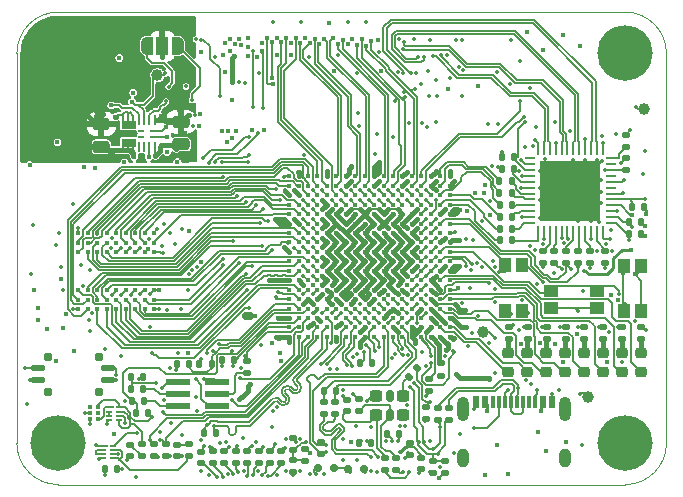
<source format=gtl>
G04 #@! TF.GenerationSoftware,KiCad,Pcbnew,9.0.2+dfsg-1*
G04 #@! TF.CreationDate,2025-11-26T16:26:46+01:00*
G04 #@! TF.ProjectId,ulx5m-gs,756c7835-6d2d-4677-932e-6b696361645f,rev?*
G04 #@! TF.SameCoordinates,Original*
G04 #@! TF.FileFunction,Copper,L1,Top*
G04 #@! TF.FilePolarity,Positive*
%FSLAX46Y46*%
G04 Gerber Fmt 4.6, Leading zero omitted, Abs format (unit mm)*
G04 Created by KiCad (PCBNEW 9.0.2+dfsg-1) date 2025-11-26 16:26:46*
%MOMM*%
%LPD*%
G01*
G04 APERTURE LIST*
G04 Aperture macros list*
%AMRoundRect*
0 Rectangle with rounded corners*
0 $1 Rounding radius*
0 $2 $3 $4 $5 $6 $7 $8 $9 X,Y pos of 4 corners*
0 Add a 4 corners polygon primitive as box body*
4,1,4,$2,$3,$4,$5,$6,$7,$8,$9,$2,$3,0*
0 Add four circle primitives for the rounded corners*
1,1,$1+$1,$2,$3*
1,1,$1+$1,$4,$5*
1,1,$1+$1,$6,$7*
1,1,$1+$1,$8,$9*
0 Add four rect primitives between the rounded corners*
20,1,$1+$1,$2,$3,$4,$5,0*
20,1,$1+$1,$4,$5,$6,$7,0*
20,1,$1+$1,$6,$7,$8,$9,0*
20,1,$1+$1,$8,$9,$2,$3,0*%
%AMFreePoly0*
4,1,23,0.550000,-0.750000,0.000000,-0.750000,0.000000,-0.745722,-0.065263,-0.745722,-0.191342,-0.711940,-0.304381,-0.646677,-0.396677,-0.554381,-0.461940,-0.441342,-0.495722,-0.315263,-0.495722,-0.250000,-0.500000,-0.250000,-0.500000,0.250000,-0.495722,0.250000,-0.495722,0.315263,-0.461940,0.441342,-0.396677,0.554381,-0.304381,0.646677,-0.191342,0.711940,-0.065263,0.745722,0.000000,0.745722,
0.000000,0.750000,0.550000,0.750000,0.550000,-0.750000,0.550000,-0.750000,$1*%
%AMFreePoly1*
4,1,23,0.000000,0.745722,0.065263,0.745722,0.191342,0.711940,0.304381,0.646677,0.396677,0.554381,0.461940,0.441342,0.495722,0.315263,0.495722,0.250000,0.500000,0.250000,0.500000,-0.250000,0.495722,-0.250000,0.495722,-0.315263,0.461940,-0.441342,0.396677,-0.554381,0.304381,-0.646677,0.191342,-0.711940,0.065263,-0.745722,0.000000,-0.745722,0.000000,-0.750000,-0.550000,-0.750000,
-0.550000,0.750000,0.000000,0.750000,0.000000,0.745722,0.000000,0.745722,$1*%
G04 Aperture macros list end*
G04 #@! TA.AperFunction,EtchedComponent*
%ADD10C,0.100000*%
G04 #@! TD*
G04 #@! TA.AperFunction,SMDPad,CuDef*
%ADD11RoundRect,0.135000X0.185000X-0.135000X0.185000X0.135000X-0.185000X0.135000X-0.185000X-0.135000X0*%
G04 #@! TD*
G04 #@! TA.AperFunction,SMDPad,CuDef*
%ADD12RoundRect,0.135000X0.135000X0.185000X-0.135000X0.185000X-0.135000X-0.185000X0.135000X-0.185000X0*%
G04 #@! TD*
G04 #@! TA.AperFunction,SMDPad,CuDef*
%ADD13RoundRect,0.140000X-0.170000X0.140000X-0.170000X-0.140000X0.170000X-0.140000X0.170000X0.140000X0*%
G04 #@! TD*
G04 #@! TA.AperFunction,SMDPad,CuDef*
%ADD14RoundRect,0.218750X-0.256250X0.218750X-0.256250X-0.218750X0.256250X-0.218750X0.256250X0.218750X0*%
G04 #@! TD*
G04 #@! TA.AperFunction,SMDPad,CuDef*
%ADD15RoundRect,0.140000X0.170000X-0.140000X0.170000X0.140000X-0.170000X0.140000X-0.170000X-0.140000X0*%
G04 #@! TD*
G04 #@! TA.AperFunction,ComponentPad*
%ADD16C,4.700000*%
G04 #@! TD*
G04 #@! TA.AperFunction,SMDPad,CuDef*
%ADD17C,0.400000*%
G04 #@! TD*
G04 #@! TA.AperFunction,SMDPad,CuDef*
%ADD18R,1.150000X1.050000*%
G04 #@! TD*
G04 #@! TA.AperFunction,SMDPad,CuDef*
%ADD19RoundRect,0.135000X-0.185000X0.135000X-0.185000X-0.135000X0.185000X-0.135000X0.185000X0.135000X0*%
G04 #@! TD*
G04 #@! TA.AperFunction,SMDPad,CuDef*
%ADD20RoundRect,0.250000X0.475000X-0.250000X0.475000X0.250000X-0.475000X0.250000X-0.475000X-0.250000X0*%
G04 #@! TD*
G04 #@! TA.AperFunction,SMDPad,CuDef*
%ADD21RoundRect,0.135000X-0.135000X-0.185000X0.135000X-0.185000X0.135000X0.185000X-0.135000X0.185000X0*%
G04 #@! TD*
G04 #@! TA.AperFunction,SMDPad,CuDef*
%ADD22C,1.000000*%
G04 #@! TD*
G04 #@! TA.AperFunction,SMDPad,CuDef*
%ADD23RoundRect,0.135000X-0.035355X0.226274X-0.226274X0.035355X0.035355X-0.226274X0.226274X-0.035355X0*%
G04 #@! TD*
G04 #@! TA.AperFunction,SMDPad,CuDef*
%ADD24RoundRect,0.150000X0.150000X0.200000X-0.150000X0.200000X-0.150000X-0.200000X0.150000X-0.200000X0*%
G04 #@! TD*
G04 #@! TA.AperFunction,SMDPad,CuDef*
%ADD25R,0.650000X0.200000*%
G04 #@! TD*
G04 #@! TA.AperFunction,SMDPad,CuDef*
%ADD26R,0.600000X0.200000*%
G04 #@! TD*
G04 #@! TA.AperFunction,SMDPad,CuDef*
%ADD27RoundRect,0.147500X0.172500X-0.147500X0.172500X0.147500X-0.172500X0.147500X-0.172500X-0.147500X0*%
G04 #@! TD*
G04 #@! TA.AperFunction,SMDPad,CuDef*
%ADD28R,0.300000X1.000000*%
G04 #@! TD*
G04 #@! TA.AperFunction,SMDPad,CuDef*
%ADD29R,0.600000X1.000000*%
G04 #@! TD*
G04 #@! TA.AperFunction,ComponentPad*
%ADD30O,1.000000X1.600000*%
G04 #@! TD*
G04 #@! TA.AperFunction,ComponentPad*
%ADD31O,1.000000X2.100000*%
G04 #@! TD*
G04 #@! TA.AperFunction,SMDPad,CuDef*
%ADD32R,1.050000X1.150000*%
G04 #@! TD*
G04 #@! TA.AperFunction,SMDPad,CuDef*
%ADD33RoundRect,0.062500X-0.062500X0.375000X-0.062500X-0.375000X0.062500X-0.375000X0.062500X0.375000X0*%
G04 #@! TD*
G04 #@! TA.AperFunction,SMDPad,CuDef*
%ADD34RoundRect,0.062500X-0.375000X0.062500X-0.375000X-0.062500X0.375000X-0.062500X0.375000X0.062500X0*%
G04 #@! TD*
G04 #@! TA.AperFunction,SMDPad,CuDef*
%ADD35R,5.150000X5.150000*%
G04 #@! TD*
G04 #@! TA.AperFunction,SMDPad,CuDef*
%ADD36RoundRect,0.250000X-0.275000X0.250000X-0.275000X-0.250000X0.275000X-0.250000X0.275000X0.250000X0*%
G04 #@! TD*
G04 #@! TA.AperFunction,SMDPad,CuDef*
%ADD37RoundRect,0.162500X-0.162500X0.337500X-0.162500X-0.337500X0.162500X-0.337500X0.162500X0.337500X0*%
G04 #@! TD*
G04 #@! TA.AperFunction,SMDPad,CuDef*
%ADD38RoundRect,0.125000X0.475000X0.125000X-0.475000X0.125000X-0.475000X-0.125000X0.475000X-0.125000X0*%
G04 #@! TD*
G04 #@! TA.AperFunction,SMDPad,CuDef*
%ADD39RoundRect,0.175000X0.175000X0.175000X-0.175000X0.175000X-0.175000X-0.175000X0.175000X-0.175000X0*%
G04 #@! TD*
G04 #@! TA.AperFunction,SMDPad,CuDef*
%ADD40FreePoly0,0.000000*%
G04 #@! TD*
G04 #@! TA.AperFunction,SMDPad,CuDef*
%ADD41R,1.000000X1.500000*%
G04 #@! TD*
G04 #@! TA.AperFunction,SMDPad,CuDef*
%ADD42FreePoly1,0.000000*%
G04 #@! TD*
G04 #@! TA.AperFunction,SMDPad,CuDef*
%ADD43R,0.370000X0.425000*%
G04 #@! TD*
G04 #@! TA.AperFunction,SMDPad,CuDef*
%ADD44RoundRect,0.150000X0.350000X0.150000X-0.350000X0.150000X-0.350000X-0.150000X0.350000X-0.150000X0*%
G04 #@! TD*
G04 #@! TA.AperFunction,SMDPad,CuDef*
%ADD45R,0.203200X0.812800*%
G04 #@! TD*
G04 #@! TA.AperFunction,SMDPad,CuDef*
%ADD46R,0.203200X0.508000*%
G04 #@! TD*
G04 #@! TA.AperFunction,SMDPad,CuDef*
%ADD47R,1.092200X0.254000*%
G04 #@! TD*
G04 #@! TA.AperFunction,SMDPad,CuDef*
%ADD48R,0.508000X0.254000*%
G04 #@! TD*
G04 #@! TA.AperFunction,SMDPad,CuDef*
%ADD49R,2.000000X0.500000*%
G04 #@! TD*
G04 #@! TA.AperFunction,ViaPad*
%ADD50C,0.350000*%
G04 #@! TD*
G04 #@! TA.AperFunction,ViaPad*
%ADD51C,0.420000*%
G04 #@! TD*
G04 #@! TA.AperFunction,ViaPad*
%ADD52C,0.450000*%
G04 #@! TD*
G04 #@! TA.AperFunction,ViaPad*
%ADD53C,0.400000*%
G04 #@! TD*
G04 #@! TA.AperFunction,Conductor*
%ADD54C,0.127000*%
G04 #@! TD*
G04 #@! TA.AperFunction,Conductor*
%ADD55C,0.203200*%
G04 #@! TD*
G04 #@! TA.AperFunction,Conductor*
%ADD56C,0.406400*%
G04 #@! TD*
G04 #@! TA.AperFunction,Conductor*
%ADD57C,0.254000*%
G04 #@! TD*
G04 #@! TA.AperFunction,Conductor*
%ADD58C,0.508000*%
G04 #@! TD*
G04 #@! TA.AperFunction,Conductor*
%ADD59C,0.200000*%
G04 #@! TD*
G04 #@! TA.AperFunction,Conductor*
%ADD60C,0.381000*%
G04 #@! TD*
G04 #@! TA.AperFunction,Profile*
%ADD61C,0.100000*%
G04 #@! TD*
G04 APERTURE END LIST*
D10*
X69176602Y-67325000D02*
X68073401Y-67325000D01*
X68073401Y-66727000D01*
X69176602Y-66727000D01*
X69176602Y-67325000D01*
G04 #@! TA.AperFunction,EtchedComponent*
G36*
X69176602Y-67325000D02*
G01*
X68073401Y-67325000D01*
X68073401Y-66727000D01*
X69176602Y-66727000D01*
X69176602Y-67325000D01*
G37*
G04 #@! TD.AperFunction*
X69176602Y-68823000D02*
X68073401Y-68823000D01*
X68073401Y-68225000D01*
X69176602Y-68225000D01*
X69176602Y-68823000D01*
G04 #@! TA.AperFunction,EtchedComponent*
G36*
X69176602Y-68823000D02*
G01*
X68073401Y-68823000D01*
X68073401Y-68225000D01*
X69176602Y-68225000D01*
X69176602Y-68823000D01*
G37*
G04 #@! TD.AperFunction*
D11*
X73810000Y-95090000D03*
X73810000Y-94070000D03*
D12*
X101270000Y-70740000D03*
X100250000Y-70740000D03*
D13*
X93870000Y-90930000D03*
X93870000Y-91890000D03*
D14*
X107230000Y-86352500D03*
X107230000Y-87927500D03*
D15*
X76760000Y-95630000D03*
X76760000Y-94670000D03*
D16*
X62710000Y-93980000D03*
D17*
X82260000Y-71380000D03*
X83060000Y-71380000D03*
X83860000Y-71380000D03*
X84660000Y-71380000D03*
X85460000Y-71380000D03*
X86260000Y-71380000D03*
X87060000Y-71380000D03*
X87860000Y-71380000D03*
X88660000Y-71380000D03*
X89460000Y-71380000D03*
X90260000Y-71380000D03*
X91060000Y-71380000D03*
X91860000Y-71380000D03*
X92660000Y-71380000D03*
X93460000Y-71380000D03*
X94260000Y-71380000D03*
X95060000Y-71380000D03*
X95860000Y-71380000D03*
X82260000Y-72180000D03*
X83060000Y-72180000D03*
X83860000Y-72180000D03*
X84660000Y-72180000D03*
X85460000Y-72180000D03*
X86260000Y-72180000D03*
X87060000Y-72180000D03*
X87860000Y-72180000D03*
X88660000Y-72180000D03*
X89460000Y-72180000D03*
X90260000Y-72180000D03*
X91060000Y-72180000D03*
X91860000Y-72180000D03*
X92660000Y-72180000D03*
X93460000Y-72180000D03*
X94260000Y-72180000D03*
X95060000Y-72180000D03*
X95860000Y-72180000D03*
X82260000Y-72980000D03*
X83060000Y-72980000D03*
X83860000Y-72980000D03*
X84660000Y-72980000D03*
X85460000Y-72980000D03*
X86260000Y-72980000D03*
X87060000Y-72980000D03*
X87860000Y-72980000D03*
X88660000Y-72980000D03*
X89460000Y-72980000D03*
X90260000Y-72980000D03*
X91060000Y-72980000D03*
X91860000Y-72980000D03*
X92660000Y-72980000D03*
X93460000Y-72980000D03*
X94260000Y-72980000D03*
X95060000Y-72980000D03*
X95860000Y-72980000D03*
X82260000Y-73780000D03*
X83060000Y-73780000D03*
X83860000Y-73780000D03*
X84660000Y-73780000D03*
X85460000Y-73780000D03*
X86260000Y-73780000D03*
X87060000Y-73780000D03*
X87860000Y-73780000D03*
X88660000Y-73780000D03*
X89460000Y-73780000D03*
X90260000Y-73780000D03*
X91060000Y-73780000D03*
X91860000Y-73780000D03*
X92660000Y-73780000D03*
X93460000Y-73780000D03*
X94260000Y-73780000D03*
X95060000Y-73780000D03*
X95860000Y-73780000D03*
X82260000Y-74580000D03*
X83060000Y-74580000D03*
X83860000Y-74580000D03*
X84660000Y-74580000D03*
X85460000Y-74580000D03*
X86260000Y-74580000D03*
X87060000Y-74580000D03*
X87860000Y-74580000D03*
X88660000Y-74580000D03*
X89460000Y-74580000D03*
X90260000Y-74580000D03*
X91060000Y-74580000D03*
X91860000Y-74580000D03*
X92660000Y-74580000D03*
X93460000Y-74580000D03*
X94260000Y-74580000D03*
X95060000Y-74580000D03*
X95860000Y-74580000D03*
X82260000Y-75380000D03*
X83060000Y-75380000D03*
X83860000Y-75380000D03*
X84660000Y-75380000D03*
X85460000Y-75380000D03*
X86260000Y-75380000D03*
X87060000Y-75380000D03*
X87860000Y-75380000D03*
X88660000Y-75380000D03*
X89460000Y-75380000D03*
X90260000Y-75380000D03*
X91060000Y-75380000D03*
X91860000Y-75380000D03*
X92660000Y-75380000D03*
X93460000Y-75380000D03*
X94260000Y-75380000D03*
X95060000Y-75380000D03*
X95860000Y-75380000D03*
X82260000Y-76180000D03*
X83060000Y-76180000D03*
X83860000Y-76180000D03*
X84660000Y-76180000D03*
X85460000Y-76180000D03*
X86260000Y-76180000D03*
X87060000Y-76180000D03*
X87860000Y-76180000D03*
X88660000Y-76180000D03*
X89460000Y-76180000D03*
X90260000Y-76180000D03*
X91060000Y-76180000D03*
X91860000Y-76180000D03*
X92660000Y-76180000D03*
X93460000Y-76180000D03*
X94260000Y-76180000D03*
X95060000Y-76180000D03*
X95860000Y-76180000D03*
X82260000Y-76980000D03*
X83060000Y-76980000D03*
X83860000Y-76980000D03*
X84660000Y-76980000D03*
X85460000Y-76980000D03*
X86260000Y-76980000D03*
X87060000Y-76980000D03*
X87860000Y-76980000D03*
X88660000Y-76980000D03*
X89460000Y-76980000D03*
X90260000Y-76980000D03*
X91060000Y-76980000D03*
X91860000Y-76980000D03*
X92660000Y-76980000D03*
X93460000Y-76980000D03*
X94260000Y-76980000D03*
X95060000Y-76980000D03*
X95860000Y-76980000D03*
X82260000Y-77780000D03*
X83060000Y-77780000D03*
X83860000Y-77780000D03*
X84660000Y-77780000D03*
X85460000Y-77780000D03*
X86260000Y-77780000D03*
X87060000Y-77780000D03*
X87860000Y-77780000D03*
X88660000Y-77780000D03*
X89460000Y-77780000D03*
X90260000Y-77780000D03*
X91060000Y-77780000D03*
X91860000Y-77780000D03*
X92660000Y-77780000D03*
X93460000Y-77780000D03*
X94260000Y-77780000D03*
X95060000Y-77780000D03*
X95860000Y-77780000D03*
X82260000Y-78580000D03*
X83060000Y-78580000D03*
X83860000Y-78580000D03*
X84660000Y-78580000D03*
X85460000Y-78580000D03*
X86260000Y-78580000D03*
X87060000Y-78580000D03*
X87860000Y-78580000D03*
X88660000Y-78580000D03*
X89460000Y-78580000D03*
X90260000Y-78580000D03*
X91060000Y-78580000D03*
X91860000Y-78580000D03*
X92660000Y-78580000D03*
X93460000Y-78580000D03*
X94260000Y-78580000D03*
X95060000Y-78580000D03*
X95860000Y-78580000D03*
X82260000Y-79380000D03*
X83060000Y-79380000D03*
X83860000Y-79380000D03*
X84660000Y-79380000D03*
X85460000Y-79380000D03*
X86260000Y-79380000D03*
X87060000Y-79380000D03*
X87860000Y-79380000D03*
X88660000Y-79380000D03*
X89460000Y-79380000D03*
X90260000Y-79380000D03*
X91060000Y-79380000D03*
X91860000Y-79380000D03*
X92660000Y-79380000D03*
X93460000Y-79380000D03*
X94260000Y-79380000D03*
X95060000Y-79380000D03*
X95860000Y-79380000D03*
X82260000Y-80180000D03*
X83060000Y-80180000D03*
X83860000Y-80180000D03*
X84660000Y-80180000D03*
X85460000Y-80180000D03*
X86260000Y-80180000D03*
X87060000Y-80180000D03*
X87860000Y-80180000D03*
X88660000Y-80180000D03*
X89460000Y-80180000D03*
X90260000Y-80180000D03*
X91060000Y-80180000D03*
X91860000Y-80180000D03*
X92660000Y-80180000D03*
X93460000Y-80180000D03*
X94260000Y-80180000D03*
X95060000Y-80180000D03*
X95860000Y-80180000D03*
X82260000Y-80980000D03*
X83060000Y-80980000D03*
X83860000Y-80980000D03*
X84660000Y-80980000D03*
X85460000Y-80980000D03*
X86260000Y-80980000D03*
X87060000Y-80980000D03*
X87860000Y-80980000D03*
X88660000Y-80980000D03*
X89460000Y-80980000D03*
X90260000Y-80980000D03*
X91060000Y-80980000D03*
X91860000Y-80980000D03*
X92660000Y-80980000D03*
X93460000Y-80980000D03*
X94260000Y-80980000D03*
X95060000Y-80980000D03*
X95860000Y-80980000D03*
X82260000Y-81780000D03*
X83060000Y-81780000D03*
X83860000Y-81780000D03*
X84660000Y-81780000D03*
X85460000Y-81780000D03*
X86260000Y-81780000D03*
X87060000Y-81780000D03*
X87860000Y-81780000D03*
X88660000Y-81780000D03*
X89460000Y-81780000D03*
X90260000Y-81780000D03*
X91060000Y-81780000D03*
X91860000Y-81780000D03*
X92660000Y-81780000D03*
X93460000Y-81780000D03*
X94260000Y-81780000D03*
X95060000Y-81780000D03*
X95860000Y-81780000D03*
X82260000Y-82580000D03*
X83060000Y-82580000D03*
X83860000Y-82580000D03*
X84660000Y-82580000D03*
X85460000Y-82580000D03*
X86260000Y-82580000D03*
X87060000Y-82580000D03*
X87860000Y-82580000D03*
X88660000Y-82580000D03*
X89460000Y-82580000D03*
X90260000Y-82580000D03*
X91060000Y-82580000D03*
X91860000Y-82580000D03*
X92660000Y-82580000D03*
X93460000Y-82580000D03*
X94260000Y-82580000D03*
X95060000Y-82580000D03*
X95860000Y-82580000D03*
X82260000Y-83380000D03*
X83060000Y-83380000D03*
X83860000Y-83380000D03*
X84660000Y-83380000D03*
X85460000Y-83380000D03*
X86260000Y-83380000D03*
X87060000Y-83380000D03*
X87860000Y-83380000D03*
X88660000Y-83380000D03*
X89460000Y-83380000D03*
X90260000Y-83380000D03*
X91060000Y-83380000D03*
X91860000Y-83380000D03*
X92660000Y-83380000D03*
X93460000Y-83380000D03*
X94260000Y-83380000D03*
X95060000Y-83380000D03*
X95860000Y-83380000D03*
X82260000Y-84180000D03*
X83060000Y-84180000D03*
X83860000Y-84180000D03*
X84660000Y-84180000D03*
X85460000Y-84180000D03*
X86260000Y-84180000D03*
X87060000Y-84180000D03*
X87860000Y-84180000D03*
X88660000Y-84180000D03*
X89460000Y-84180000D03*
X90260000Y-84180000D03*
X91060000Y-84180000D03*
X91860000Y-84180000D03*
X92660000Y-84180000D03*
X93460000Y-84180000D03*
X94260000Y-84180000D03*
X95060000Y-84180000D03*
X95860000Y-84180000D03*
X82260000Y-84980000D03*
X83060000Y-84980000D03*
X83860000Y-84980000D03*
X84660000Y-84980000D03*
X85460000Y-84980000D03*
X86260000Y-84980000D03*
X87060000Y-84980000D03*
X87860000Y-84980000D03*
X88660000Y-84980000D03*
X89460000Y-84980000D03*
X90260000Y-84980000D03*
X91060000Y-84980000D03*
X91860000Y-84980000D03*
X92660000Y-84980000D03*
X93460000Y-84980000D03*
X94260000Y-84980000D03*
X95060000Y-84980000D03*
X95860000Y-84980000D03*
D15*
X81610000Y-95630000D03*
X81610000Y-94670000D03*
D12*
X112045000Y-75290000D03*
X111025000Y-75290000D03*
D14*
X112030000Y-86352500D03*
X112030000Y-87927500D03*
D15*
X87160000Y-91240000D03*
X87160000Y-90280000D03*
D18*
X108298748Y-82540000D03*
X104448748Y-82540000D03*
X108298748Y-81090000D03*
X104448748Y-81090000D03*
D11*
X105670000Y-85157500D03*
X105670000Y-84137500D03*
D13*
X90370000Y-95250000D03*
X90370000Y-96210000D03*
D19*
X95430000Y-95500000D03*
X95430000Y-96520000D03*
D20*
X66355000Y-68860000D03*
X66355000Y-66960000D03*
D19*
X103715000Y-77690000D03*
X103715000Y-78710000D03*
D21*
X88260000Y-87210000D03*
X89280000Y-87210000D03*
D12*
X73750000Y-87280000D03*
X72730000Y-87280000D03*
D19*
X110775000Y-69820000D03*
X110775000Y-70840000D03*
X95150000Y-87230000D03*
X95150000Y-88250000D03*
D15*
X80640000Y-95630000D03*
X80640000Y-94670000D03*
D19*
X78660000Y-87030000D03*
X78660000Y-88050000D03*
D11*
X107260000Y-85157500D03*
X107260000Y-84137500D03*
D15*
X77730000Y-95630000D03*
X77730000Y-94670000D03*
D21*
X88140000Y-93990000D03*
X89160000Y-93990000D03*
D20*
X73105000Y-68660000D03*
X73105000Y-66760000D03*
D11*
X104080000Y-85157500D03*
X104080000Y-84137500D03*
D14*
X100830000Y-86352500D03*
X100830000Y-87927500D03*
D17*
X70821722Y-76220000D03*
X70821722Y-77020000D03*
X70821722Y-77820000D03*
X70821722Y-81020000D03*
X70821722Y-81820000D03*
X70821722Y-82620000D03*
X70021722Y-76220000D03*
X70021722Y-77020000D03*
X70021722Y-77820000D03*
X70021722Y-81020000D03*
X70021722Y-81820000D03*
X70021722Y-82620000D03*
X69221722Y-76220000D03*
X69221722Y-77020000D03*
X69221722Y-77820000D03*
X69221722Y-81020000D03*
X69221722Y-81820000D03*
X69221722Y-82620000D03*
X68421722Y-76220000D03*
X68421722Y-77020000D03*
X68421722Y-77820000D03*
X68421722Y-81020000D03*
X68421722Y-81820000D03*
X68421722Y-82620000D03*
X67621722Y-76220000D03*
X67621722Y-77020000D03*
X67621722Y-77820000D03*
X67621722Y-81020000D03*
X67621722Y-81820000D03*
X67621722Y-82620000D03*
X66821722Y-76220000D03*
X66821722Y-77020000D03*
X66821722Y-77820000D03*
X66821722Y-81020000D03*
X66821722Y-81820000D03*
X66821722Y-82620000D03*
X66021722Y-76220000D03*
X66021722Y-77020000D03*
X66021722Y-77820000D03*
X66021722Y-81020000D03*
X66021722Y-81820000D03*
X66021722Y-82620000D03*
X65221722Y-76220000D03*
X65221722Y-77020000D03*
X65221722Y-77820000D03*
X65221722Y-81020000D03*
X65221722Y-81820000D03*
X65221722Y-82620000D03*
X64421722Y-76220000D03*
X64421722Y-77020000D03*
X64421722Y-77820000D03*
X64421722Y-81020000D03*
X64421722Y-81820000D03*
X64421722Y-82620000D03*
D14*
X102430000Y-86352500D03*
X102430000Y-87927500D03*
D15*
X74810000Y-95650000D03*
X74810000Y-94690000D03*
D13*
X93440000Y-95230000D03*
X93440000Y-96190000D03*
D22*
X112290000Y-65710000D03*
D23*
X93090624Y-87649376D03*
X92369376Y-88370624D03*
D14*
X105630000Y-86352500D03*
X105630000Y-87927500D03*
D24*
X87220000Y-96130000D03*
X88620000Y-96130000D03*
D25*
X67075000Y-90950000D03*
D26*
X67050000Y-91300000D03*
X67050000Y-91650000D03*
X67050000Y-92000000D03*
X67850000Y-92000000D03*
X67850000Y-91650000D03*
X67850000Y-91300000D03*
X67850000Y-90950000D03*
D27*
X72810000Y-95067500D03*
X72810000Y-94097500D03*
D19*
X71814887Y-94072128D03*
X71814887Y-95092128D03*
D11*
X100900000Y-85157500D03*
X100900000Y-84137500D03*
D16*
X110710000Y-60980000D03*
D14*
X110430000Y-86352500D03*
X110430000Y-87927500D03*
X108830000Y-86352500D03*
X108830000Y-87927500D03*
D21*
X90540000Y-93180000D03*
X91560000Y-93180000D03*
D11*
X110440000Y-85157500D03*
X110440000Y-84137500D03*
D13*
X91310000Y-95250000D03*
X91310000Y-96210000D03*
D15*
X82580000Y-94530000D03*
X82580000Y-93570000D03*
D12*
X86220000Y-89580000D03*
X85200000Y-89580000D03*
D28*
X100050000Y-90513750D03*
X101050000Y-90513750D03*
X101550000Y-90513750D03*
X102550000Y-90513750D03*
X103050000Y-90513750D03*
X102050000Y-90513750D03*
X100550000Y-90513750D03*
X99550000Y-90513750D03*
D29*
X98075000Y-90513750D03*
X104525000Y-90513750D03*
D30*
X96982000Y-95268750D03*
D31*
X96982000Y-91088750D03*
X105618000Y-91088750D03*
D30*
X105618000Y-95268750D03*
D29*
X98850000Y-90513750D03*
X103750000Y-90513750D03*
D22*
X71095001Y-62817000D03*
D19*
X83580000Y-94480000D03*
X83580000Y-95500000D03*
D12*
X112045000Y-76300000D03*
X111025000Y-76300000D03*
X101120000Y-74810000D03*
X100100000Y-74810000D03*
D19*
X82590000Y-95430000D03*
X82590000Y-96450000D03*
X105725000Y-77680000D03*
X105725000Y-78700000D03*
D12*
X101120000Y-76810000D03*
X100100000Y-76810000D03*
D13*
X85210000Y-90530000D03*
X85210000Y-91490000D03*
D12*
X101090000Y-72810000D03*
X100070000Y-72810000D03*
D19*
X70784887Y-94072128D03*
X70784887Y-95092128D03*
D22*
X98690000Y-84550000D03*
D27*
X68760000Y-95070000D03*
X68760000Y-94100000D03*
D12*
X101270000Y-69740000D03*
X100250000Y-69740000D03*
D19*
X110775000Y-67900000D03*
X110775000Y-68920000D03*
D16*
X110710000Y-93980000D03*
D19*
X106725000Y-77680000D03*
X106725000Y-78700000D03*
D16*
X62710000Y-60980000D03*
D32*
X112065000Y-78945000D03*
X112065000Y-82795000D03*
X110615000Y-78945000D03*
X110615000Y-82795000D03*
D15*
X88140000Y-91230000D03*
X88140000Y-90270000D03*
D19*
X109005000Y-77690000D03*
X109005000Y-78710000D03*
D13*
X86180000Y-90530000D03*
X86180000Y-91490000D03*
D12*
X101090000Y-71810000D03*
X100070000Y-71810000D03*
D11*
X95780000Y-92000000D03*
X95780000Y-90980000D03*
X94840000Y-92000000D03*
X94840000Y-90980000D03*
D12*
X67690000Y-96140000D03*
X66670000Y-96140000D03*
D21*
X68920000Y-90390000D03*
X69940000Y-90390000D03*
X68880000Y-89380000D03*
X69900000Y-89380000D03*
D19*
X107725000Y-77690000D03*
X107725000Y-78710000D03*
D24*
X84680000Y-96120000D03*
X86080000Y-96120000D03*
D19*
X84970000Y-93850000D03*
X84970000Y-94870000D03*
D11*
X108850000Y-85157500D03*
X108850000Y-84137500D03*
D22*
X107560000Y-90090000D03*
D11*
X102490000Y-85157500D03*
X102490000Y-84137500D03*
D33*
X108822500Y-69152500D03*
X108322500Y-69152500D03*
X107822500Y-69152500D03*
X107322500Y-69152500D03*
X106822500Y-69152500D03*
X106322500Y-69152500D03*
X105822500Y-69152500D03*
X105322500Y-69152500D03*
X104822500Y-69152500D03*
X104322500Y-69152500D03*
X103822500Y-69152500D03*
X103322500Y-69152500D03*
D34*
X102635000Y-69840000D03*
X102635000Y-70340000D03*
X102635000Y-70840000D03*
X102635000Y-71340000D03*
X102635000Y-71840000D03*
X102635000Y-72340000D03*
X102635000Y-72840000D03*
X102635000Y-73340000D03*
X102635000Y-73840000D03*
X102635000Y-74340000D03*
X102635000Y-74840000D03*
X102635000Y-75340000D03*
D33*
X103322500Y-76027500D03*
X103822500Y-76027500D03*
X104322500Y-76027500D03*
X104822500Y-76027500D03*
X105322500Y-76027500D03*
X105822500Y-76027500D03*
X106322500Y-76027500D03*
X106822500Y-76027500D03*
X107322500Y-76027500D03*
X107822500Y-76027500D03*
X108322500Y-76027500D03*
X108822500Y-76027500D03*
D34*
X109510000Y-75340000D03*
X109510000Y-74840000D03*
X109510000Y-74340000D03*
X109510000Y-73840000D03*
X109510000Y-73340000D03*
X109510000Y-72840000D03*
X109510000Y-72340000D03*
X109510000Y-71840000D03*
X109510000Y-71340000D03*
X109510000Y-70840000D03*
X109510000Y-70340000D03*
X109510000Y-69840000D03*
D35*
X106072500Y-72590000D03*
D36*
X91905000Y-89970000D03*
D37*
X90780000Y-89970000D03*
D36*
X89655000Y-89970000D03*
X89655000Y-91570000D03*
D37*
X90780000Y-91570000D03*
D36*
X91905000Y-91570000D03*
D32*
X101955000Y-78905000D03*
X101955000Y-82755000D03*
X100505000Y-78905000D03*
X100505000Y-82755000D03*
D11*
X94430000Y-96510000D03*
X94430000Y-95490000D03*
D38*
X66940000Y-88640000D03*
X66940000Y-87640000D03*
X61040000Y-87640000D03*
X61040000Y-88640000D03*
D39*
X66140000Y-89640000D03*
X66140000Y-86640000D03*
X61840000Y-89640000D03*
X61840000Y-86640000D03*
D19*
X69770000Y-94070000D03*
X69770000Y-95090000D03*
D15*
X78690000Y-95630000D03*
X78690000Y-94670000D03*
D12*
X70350000Y-91410000D03*
X69330000Y-91410000D03*
D15*
X75780000Y-95640000D03*
X75780000Y-94680000D03*
D12*
X101120000Y-75810000D03*
X100100000Y-75810000D03*
X101120000Y-73810000D03*
X100100000Y-73810000D03*
X77620000Y-86970000D03*
X76600000Y-86970000D03*
X69890000Y-88370000D03*
X68870000Y-88370000D03*
D11*
X112030000Y-85157500D03*
X112030000Y-84137500D03*
D40*
X70235000Y-60340000D03*
D41*
X71535000Y-60340000D03*
D42*
X72835000Y-60340000D03*
D19*
X94140000Y-88530000D03*
X94140000Y-89550000D03*
D21*
X75040000Y-93090000D03*
X76060000Y-93090000D03*
D25*
X66565000Y-94210000D03*
D26*
X66540000Y-94560000D03*
X66540000Y-94910000D03*
X66540000Y-95260000D03*
X67340000Y-95260000D03*
X67340000Y-94910000D03*
X67340000Y-94560000D03*
X67340000Y-94210000D03*
D43*
X65390000Y-90910000D03*
X65390000Y-91410000D03*
X65390000Y-91910000D03*
X66064000Y-91910000D03*
X66064000Y-91410000D03*
X66064000Y-90910000D03*
D19*
X104715000Y-77690000D03*
X104715000Y-78710000D03*
D44*
X78780000Y-83190000D03*
D12*
X75690000Y-87270000D03*
X74670000Y-87270000D03*
D14*
X104030000Y-86352500D03*
X104030000Y-87927500D03*
D45*
X70875001Y-66625000D03*
X70425002Y-66625000D03*
X69975000Y-66625000D03*
X69525001Y-66625000D03*
D46*
X69075002Y-66473000D03*
X68625000Y-66473000D03*
X68175001Y-66473000D03*
X68175001Y-69077000D03*
X68625000Y-69077000D03*
X69075002Y-69077000D03*
D45*
X69525001Y-68925000D03*
X69975000Y-68925000D03*
X70425002Y-68925000D03*
X70875001Y-68925000D03*
D47*
X71025001Y-68025000D03*
X71025001Y-67525000D03*
D48*
X69750002Y-67525000D03*
X69750002Y-68025000D03*
D15*
X79670000Y-95630000D03*
X79670000Y-94670000D03*
D49*
X76150000Y-90830000D03*
X72850000Y-90830000D03*
X76150000Y-89830000D03*
X72850000Y-89830000D03*
X76150000Y-88830000D03*
X72850000Y-88830000D03*
D12*
X112335000Y-73950000D03*
X111315000Y-73950000D03*
D13*
X92460000Y-94000000D03*
X92460000Y-94960000D03*
D50*
X68830000Y-68510000D03*
D51*
X77230000Y-59720000D03*
X78150000Y-60230000D03*
D52*
X103590000Y-91240000D03*
X70365000Y-69735000D03*
D51*
X77660000Y-60170000D03*
X78810000Y-59700000D03*
X76820000Y-60080000D03*
D52*
X72685000Y-69055000D03*
X102390000Y-59180000D03*
X105430000Y-87130000D03*
X106610000Y-84760000D03*
X60280000Y-70430000D03*
X70945000Y-69635000D03*
X72775000Y-70160000D03*
X62650000Y-68490000D03*
X105410000Y-59410000D03*
D51*
X78030000Y-59760000D03*
D52*
X109160000Y-87120000D03*
X99000000Y-91230000D03*
X64900000Y-70610000D03*
X103750000Y-60710000D03*
D50*
X92260000Y-78980000D03*
X103280000Y-80535000D03*
D52*
X64520000Y-66290000D03*
D50*
X77060000Y-96560000D03*
D52*
X109530000Y-81435000D03*
D50*
X105111250Y-73551250D03*
D52*
X103470000Y-85520000D03*
D50*
X87460000Y-80580000D03*
X67230000Y-76585000D03*
X80524601Y-80180240D03*
X89060000Y-78180000D03*
X90660000Y-79780000D03*
X91460000Y-75780000D03*
X87460000Y-76580000D03*
X99700000Y-80950000D03*
X95470000Y-86620000D03*
D52*
X100760000Y-96600000D03*
D50*
X90660000Y-78980000D03*
D52*
X104780000Y-85590000D03*
D50*
X68360000Y-90380000D03*
X72930000Y-65860000D03*
X88080000Y-65990000D03*
X83980000Y-61250000D03*
X68020000Y-77480000D03*
D52*
X74840000Y-78610000D03*
D50*
X96910000Y-82150000D03*
X72190000Y-95100000D03*
X87460000Y-77380000D03*
X97860000Y-76800000D03*
D52*
X71305000Y-63810000D03*
D50*
X105200000Y-84130000D03*
X91570000Y-59740000D03*
X81060000Y-74980000D03*
X87460000Y-79780000D03*
X101222500Y-83977500D03*
D52*
X81380000Y-85140000D03*
D50*
X107060000Y-94120000D03*
D52*
X63080000Y-84210000D03*
D50*
X94220000Y-59850000D03*
X62530000Y-77210000D03*
X84915000Y-83635000D03*
X86800000Y-89490000D03*
X92360000Y-86540000D03*
X92260000Y-78180000D03*
D51*
X77390000Y-68100000D03*
D50*
X66280000Y-63985000D03*
X68040000Y-81390000D03*
X97020000Y-62410000D03*
D52*
X80830000Y-85520000D03*
D50*
X88860000Y-90410000D03*
X86270000Y-85320000D03*
X90660000Y-76580000D03*
X91610000Y-92520000D03*
X99430000Y-70535000D03*
D52*
X71480000Y-59410000D03*
D50*
X64410000Y-75790000D03*
X72190000Y-76160000D03*
X93730000Y-92135000D03*
X62800000Y-76190000D03*
D52*
X65830000Y-70640000D03*
D50*
X71360000Y-93050000D03*
X92950000Y-85510000D03*
X73220000Y-75880000D03*
X81990000Y-93590000D03*
X88260000Y-74980000D03*
X81860000Y-84980000D03*
X103070000Y-77660000D03*
X92050000Y-95220000D03*
X66505000Y-66110000D03*
X69650000Y-81380000D03*
X87255000Y-58335000D03*
X86660000Y-81380000D03*
X107275000Y-69980000D03*
X78430000Y-96330000D03*
X96610000Y-62140000D03*
X79430000Y-93850000D03*
X63080000Y-81020000D03*
D51*
X85600000Y-58360000D03*
D50*
X92080000Y-92510000D03*
X105322500Y-76630000D03*
X104260000Y-73310000D03*
D51*
X74800000Y-60870000D03*
D50*
X65805000Y-65810000D03*
X103485000Y-73390000D03*
X104540000Y-89800000D03*
X76950000Y-93850000D03*
X99955000Y-70610000D03*
X85230000Y-96550000D03*
X89490000Y-69510000D03*
X63980000Y-73735000D03*
X98200000Y-78730000D03*
X85860000Y-77380000D03*
X106310000Y-74680000D03*
X87460000Y-78180000D03*
X85860000Y-80580000D03*
X88260000Y-81380000D03*
D52*
X73455000Y-67685000D03*
D50*
X66140000Y-95290000D03*
X91460000Y-81380000D03*
X89060000Y-79780000D03*
X90660000Y-82980000D03*
X94000000Y-62460000D03*
X65380000Y-92320000D03*
D52*
X103330000Y-93000000D03*
D50*
X108655000Y-72690000D03*
X85860000Y-78180000D03*
X95910000Y-63030000D03*
X108665000Y-71710000D03*
X74060000Y-79350000D03*
X66840000Y-92320000D03*
X91460000Y-74180000D03*
X89060000Y-76580000D03*
X87970000Y-62650000D03*
X95850000Y-70930000D03*
X89860000Y-70180000D03*
X92260000Y-76580000D03*
D52*
X96660000Y-76810000D03*
D51*
X79580000Y-61240000D03*
D50*
X73190000Y-95080000D03*
X81859990Y-74980000D03*
X82260000Y-85380000D03*
X85860000Y-75780000D03*
X94710000Y-63230000D03*
D51*
X82400000Y-61140000D03*
X81200000Y-61120000D03*
D50*
X94660000Y-71780000D03*
X96259992Y-78980000D03*
X96660000Y-78980000D03*
D52*
X110080000Y-81840000D03*
D50*
X81889817Y-72581197D03*
X112440000Y-84370000D03*
X93460000Y-63560000D03*
X108295000Y-69990000D03*
X110430000Y-87130000D03*
X83210000Y-96340000D03*
X111125000Y-67493240D03*
D52*
X96210000Y-85110000D03*
D50*
X78390000Y-93560000D03*
D52*
X70295000Y-63865000D03*
D50*
X109611760Y-77683002D03*
X85860000Y-78980000D03*
X104067500Y-74337500D03*
X111610000Y-65540000D03*
X105090000Y-89450000D03*
X88730000Y-58310000D03*
X71150000Y-95120000D03*
X88000000Y-95380000D03*
X107815000Y-75180000D03*
X110167500Y-84170000D03*
X109330000Y-84590000D03*
X88260000Y-74180000D03*
X108530000Y-84150000D03*
X94660000Y-79780000D03*
X89060000Y-74180000D03*
X69630000Y-77470000D03*
X82610000Y-96690000D03*
X69205000Y-62010000D03*
X102890000Y-68780000D03*
X108765000Y-70120000D03*
D51*
X74710000Y-66120000D03*
D50*
X66660000Y-85990000D03*
X65380000Y-79310000D03*
D52*
X88260000Y-85820000D03*
D50*
X80930000Y-58310000D03*
X81800000Y-71410000D03*
X73780000Y-66160000D03*
X76450000Y-93960000D03*
X70130000Y-58710000D03*
X65880000Y-66260000D03*
X71480000Y-89340000D03*
D51*
X87610000Y-59770000D03*
D50*
X89180000Y-92600000D03*
X80810000Y-92620000D03*
X89060000Y-74980000D03*
X71980000Y-58760000D03*
X102660000Y-63870000D03*
X89060000Y-77380000D03*
X99270000Y-73460000D03*
X81860000Y-80180000D03*
D53*
X92280000Y-80600000D03*
D50*
X90450000Y-93820000D03*
X87920000Y-92560000D03*
D52*
X98000000Y-72820000D03*
X65180000Y-67985000D03*
D50*
X60420000Y-79660000D03*
D51*
X81220000Y-59640000D03*
D50*
X112250000Y-71150000D03*
X92270000Y-70990000D03*
X100290000Y-69290000D03*
D52*
X98860000Y-96640000D03*
D50*
X76610000Y-87430000D03*
D52*
X72855000Y-88835000D03*
D50*
X89060000Y-78980000D03*
X67205000Y-77410000D03*
X74800000Y-93730000D03*
X96205000Y-94785000D03*
X71620000Y-77890000D03*
X93872500Y-89977500D03*
X93060000Y-74980000D03*
X95460000Y-83780000D03*
D51*
X82410000Y-60060000D03*
D50*
X89700000Y-96450000D03*
D51*
X76980000Y-68450000D03*
D50*
X84050000Y-96570000D03*
X83255000Y-58310000D03*
X90660000Y-80580000D03*
X85860000Y-74180000D03*
X99730000Y-88030000D03*
X89210000Y-96330000D03*
X68930000Y-59610000D03*
X85860000Y-79780000D03*
X81860000Y-77380000D03*
D52*
X101880000Y-85570000D03*
D50*
X70420000Y-76700000D03*
X72660000Y-87760000D03*
X85860000Y-76580000D03*
X93270000Y-96490000D03*
X105400000Y-74290000D03*
X90660000Y-77380000D03*
X60110000Y-90660000D03*
D51*
X83610000Y-59670000D03*
D52*
X96710000Y-74210000D03*
D50*
X108480000Y-75210000D03*
X82010000Y-96350000D03*
X106910000Y-89830000D03*
X103465000Y-72340000D03*
X94660000Y-80580000D03*
D51*
X90080000Y-62470000D03*
D50*
X85060000Y-81380000D03*
X68550000Y-95440000D03*
X86810000Y-95410000D03*
D52*
X77390000Y-64920000D03*
D50*
X64650000Y-78880000D03*
X75470000Y-96680000D03*
X108331760Y-77691263D03*
D51*
X86020000Y-62470000D03*
D50*
X92810000Y-59720000D03*
D52*
X71405000Y-66275000D03*
X106900000Y-60340000D03*
D50*
X103490000Y-70950000D03*
X65280000Y-66385000D03*
X91460000Y-74980000D03*
X103660000Y-84120000D03*
X66700000Y-96630000D03*
D52*
X99820000Y-94130000D03*
D50*
X89060000Y-81380000D03*
X82830000Y-93870000D03*
X69205000Y-63010000D03*
X87480000Y-70500000D03*
X64810000Y-80690000D03*
D51*
X80000000Y-60080000D03*
D50*
X89060000Y-75780000D03*
X106700000Y-84130000D03*
X79610000Y-96340000D03*
X69310000Y-96800000D03*
X103910000Y-69950000D03*
X92260000Y-77380000D03*
X91460000Y-82980000D03*
X73140000Y-82650000D03*
X81275000Y-96665000D03*
X108635000Y-73660000D03*
X100950000Y-63590000D03*
X89060000Y-80580000D03*
X74830000Y-96360000D03*
X101060000Y-59870000D03*
X71110000Y-75870000D03*
X62920000Y-79040000D03*
X101800000Y-61650000D03*
X81185000Y-80180000D03*
X91470000Y-62540000D03*
X95150000Y-88250000D03*
X60600000Y-75510000D03*
X74255000Y-66160000D03*
X92260000Y-79780000D03*
D53*
X90640000Y-81400000D03*
D50*
X65430000Y-84460000D03*
X92300000Y-94810000D03*
D52*
X60330000Y-69440000D03*
D50*
X102107500Y-84137500D03*
D52*
X71835000Y-67205000D03*
X62530000Y-86990000D03*
X71535000Y-61285000D03*
D50*
X86785000Y-93635000D03*
D52*
X104010000Y-94660000D03*
D50*
X106285000Y-69980000D03*
X106730000Y-75200000D03*
X85860000Y-74980000D03*
X70520000Y-84100000D03*
X73770000Y-79670000D03*
X103523481Y-74881519D03*
X87460000Y-81380000D03*
X93040000Y-62600000D03*
X87460000Y-78980000D03*
X90660000Y-78180000D03*
X94660000Y-72580000D03*
X97910000Y-91050000D03*
X106717500Y-72167500D03*
X83210000Y-93600000D03*
D51*
X89750000Y-59870000D03*
D52*
X69155000Y-69735000D03*
X68955000Y-65060000D03*
D50*
X71792500Y-62672500D03*
X91460000Y-78980000D03*
X88260000Y-77380000D03*
X89670000Y-67800000D03*
X89860000Y-79780000D03*
X88260000Y-76580000D03*
D52*
X74650000Y-67130000D03*
D50*
X88260000Y-79780000D03*
X91460000Y-78180000D03*
X86660000Y-76580000D03*
X96365000Y-88135000D03*
X89860000Y-78980000D03*
X86660000Y-77380000D03*
X86660000Y-78180000D03*
X99200000Y-88520000D03*
X88260000Y-78180000D03*
D52*
X97330000Y-74280000D03*
D50*
X88200000Y-67160000D03*
X86660000Y-79780000D03*
X89860000Y-77380000D03*
X98290000Y-83190000D03*
X88260000Y-78980000D03*
X89860000Y-76580000D03*
X88260000Y-80580000D03*
D52*
X73770000Y-76050000D03*
D50*
X86660000Y-80580000D03*
X89860000Y-78180000D03*
X99170000Y-85520000D03*
X89860000Y-80580000D03*
X94080000Y-64540000D03*
X86660000Y-78980000D03*
X94820000Y-64550000D03*
X99720000Y-81990000D03*
X91460000Y-79780000D03*
X91460000Y-77380000D03*
D52*
X98830000Y-72140000D03*
X69050000Y-64290000D03*
D50*
X74140000Y-67120000D03*
X91460000Y-80580000D03*
X93500000Y-86250000D03*
X91460000Y-76580000D03*
D52*
X96560000Y-80820000D03*
D53*
X89875000Y-81365000D03*
D50*
X93060000Y-82980000D03*
X93060000Y-83780000D03*
X92260000Y-81380000D03*
D52*
X97230000Y-84140000D03*
D50*
X99720000Y-85110000D03*
X97170000Y-82690000D03*
X94660000Y-82180000D03*
X94660000Y-83780000D03*
X97380000Y-85790000D03*
X102000000Y-81820000D03*
X91840000Y-85980000D03*
D52*
X95520000Y-86120000D03*
D50*
X95460000Y-74180000D03*
X69530000Y-88535000D03*
X92260000Y-83780000D03*
X94230000Y-90510000D03*
X70670000Y-91770000D03*
X99840000Y-62540000D03*
X101730000Y-84435000D03*
D52*
X112450000Y-74580000D03*
D50*
X91725000Y-91570000D03*
X96260000Y-71780000D03*
D52*
X73730000Y-86310000D03*
X112410000Y-75590000D03*
X98775000Y-72805000D03*
X87530000Y-93870000D03*
X111275000Y-74620000D03*
D50*
X107835000Y-76720000D03*
X74440000Y-91240000D03*
X91680000Y-94700000D03*
X71890000Y-82660000D03*
X99060000Y-66950000D03*
X107140000Y-81100000D03*
D51*
X76700000Y-61070000D03*
D52*
X84010000Y-94780000D03*
D50*
X104660000Y-79610000D03*
X103720493Y-77133240D03*
X105510000Y-77070000D03*
X72880000Y-86310000D03*
X95630000Y-61150000D03*
D52*
X112410000Y-76460000D03*
D50*
X98610000Y-79040000D03*
X97620000Y-79310000D03*
X102670000Y-77260000D03*
X94670000Y-70960000D03*
X67630000Y-88190000D03*
X92260000Y-74980000D03*
D51*
X76800000Y-62570000D03*
D50*
X102010000Y-71340000D03*
X109060000Y-77110000D03*
D52*
X60700000Y-80970000D03*
D50*
X67570000Y-88630000D03*
X97770000Y-84680000D03*
D52*
X99310000Y-74630000D03*
D50*
X69350000Y-93110000D03*
D52*
X60980000Y-82540000D03*
X105690000Y-93840000D03*
D50*
X97260000Y-76690000D03*
X93060000Y-74180000D03*
D52*
X76150000Y-88830000D03*
D50*
X92260000Y-75780000D03*
X75060000Y-88560000D03*
X98580000Y-75180000D03*
X79850000Y-85689300D03*
X106040000Y-67530000D03*
X105835000Y-76650000D03*
D52*
X81590000Y-87000000D03*
D50*
X110060000Y-74330000D03*
X101975000Y-74850000D03*
D52*
X78920000Y-88930000D03*
D50*
X78015000Y-90255000D03*
X101935000Y-72340000D03*
X102250000Y-68890000D03*
X101926350Y-70008920D03*
X109525000Y-75940000D03*
X103835000Y-76660000D03*
X111530000Y-83650000D03*
X89780000Y-95160000D03*
X89170000Y-95160000D03*
X92390000Y-96400000D03*
X91900000Y-96430000D03*
X93860000Y-80580000D03*
X79700000Y-62600000D03*
X68370000Y-92300000D03*
X67760000Y-94910000D03*
X93860000Y-82980000D03*
X93840000Y-81400000D03*
X97610000Y-80880000D03*
X74370000Y-59780000D03*
X72055000Y-63785000D03*
X74030000Y-64935000D03*
X74390000Y-88580000D03*
D52*
X76150000Y-90830000D03*
D50*
X74830000Y-86860000D03*
D52*
X72850000Y-90830000D03*
X76150000Y-89830000D03*
X72850000Y-89830000D03*
D50*
X107305000Y-68220000D03*
X104815000Y-68570000D03*
D52*
X67205000Y-65375000D03*
X71925000Y-69330000D03*
D50*
X99150000Y-80430000D03*
X76300000Y-85590000D03*
X75010000Y-69810000D03*
X78060000Y-88480000D03*
X78860000Y-68020000D03*
X71000000Y-88890000D03*
X94690000Y-66780000D03*
X75310000Y-86360000D03*
X75970000Y-70210000D03*
X92380000Y-66860000D03*
X78880000Y-69550000D03*
X77430000Y-86160000D03*
X84260000Y-81380000D03*
X71655000Y-90285000D03*
X74390000Y-90040000D03*
X72180000Y-87585000D03*
X83460000Y-81380000D03*
X79630000Y-67690000D03*
X75470000Y-70230000D03*
X75850000Y-86140000D03*
X93900000Y-67170000D03*
X93490000Y-66890000D03*
X78800000Y-70200000D03*
X76570000Y-70200000D03*
X78530000Y-86620000D03*
X78010000Y-63390000D03*
X94660000Y-77380000D03*
X78560000Y-63440000D03*
X93860000Y-77380000D03*
X110595000Y-71680000D03*
X102265000Y-66785000D03*
X104750000Y-66760000D03*
X91940000Y-62600000D03*
X101695603Y-70928446D03*
X92550000Y-62620000D03*
X93660000Y-61240000D03*
X93180000Y-61250000D03*
X85410000Y-94105000D03*
X85410000Y-94695000D03*
X91880000Y-86480000D03*
D51*
X81590000Y-60030000D03*
D50*
X85060000Y-72580000D03*
D51*
X80410000Y-59660000D03*
X80910000Y-63590000D03*
X82820000Y-59670000D03*
D50*
X89860000Y-72580000D03*
D51*
X84010000Y-60120000D03*
D50*
X92260000Y-72580000D03*
D51*
X86010000Y-59710000D03*
X81990000Y-59690000D03*
D50*
X85860000Y-73380000D03*
D51*
X86800000Y-59800000D03*
D50*
X89060000Y-72580000D03*
D51*
X83210000Y-60070000D03*
X85220000Y-59740000D03*
D50*
X86660000Y-73380000D03*
X87459995Y-73379995D03*
D51*
X86420000Y-60180000D03*
D50*
X91460000Y-73380000D03*
X87460000Y-72580000D03*
X92900000Y-64010000D03*
D51*
X89220000Y-59920000D03*
X84810000Y-60170000D03*
D50*
X88260000Y-72580000D03*
X112350000Y-73270000D03*
X101820000Y-64980000D03*
X93060000Y-72580000D03*
X111300000Y-75710000D03*
X76010000Y-61250000D03*
X96320000Y-76080000D03*
X96930000Y-64610000D03*
X86660000Y-72580000D03*
X90660000Y-72580000D03*
X89060000Y-73380000D03*
X91250000Y-64970000D03*
D51*
X88020000Y-60240000D03*
D50*
X92110000Y-64670000D03*
D51*
X88400000Y-59750000D03*
D50*
X91990000Y-64210000D03*
D51*
X88800000Y-60340000D03*
D50*
X88260000Y-73380000D03*
X92260000Y-73380000D03*
X93060000Y-73380000D03*
X109005000Y-79110000D03*
X107725000Y-79150000D03*
X102180000Y-66330000D03*
X78900000Y-82500000D03*
X81140000Y-81630000D03*
X70680000Y-86360000D03*
X81310000Y-81193760D03*
X73220000Y-93300000D03*
X65880000Y-94150000D03*
X77430000Y-90330000D03*
X64990000Y-91410000D03*
X71620000Y-91370000D03*
X93260000Y-93900000D03*
X94850000Y-94860000D03*
X92500000Y-89260000D03*
X102706777Y-89006777D03*
X95030000Y-92585000D03*
X102353223Y-88653223D03*
X94473223Y-94443223D03*
X92850000Y-88920000D03*
X93710000Y-93860000D03*
X96740000Y-93200000D03*
X106710000Y-79080000D03*
X106150000Y-79200000D03*
X105330000Y-79190000D03*
X94660000Y-74980000D03*
X103740000Y-79020000D03*
X93860000Y-74980000D03*
X111020000Y-76780000D03*
X93860000Y-73380000D03*
X110338750Y-70290000D03*
X109005000Y-70835000D03*
X94660000Y-73380000D03*
X109470000Y-76730000D03*
X93860000Y-72580000D03*
X93860000Y-74180000D03*
X110550000Y-72830000D03*
X91990000Y-60030000D03*
X91930000Y-60630000D03*
X95100000Y-61110000D03*
X94440000Y-61220000D03*
X108835000Y-68580000D03*
X103120000Y-68330000D03*
X108750000Y-67940000D03*
X84260000Y-82980000D03*
D51*
X79390000Y-83220000D03*
D50*
X96920000Y-59840000D03*
X103180000Y-67180000D03*
X96380000Y-59880000D03*
X99980000Y-66940000D03*
D52*
X71945000Y-68035000D03*
X67545000Y-66365000D03*
D50*
X80070000Y-65560000D03*
D51*
X79990000Y-60770000D03*
D50*
X76370000Y-64620000D03*
X74830000Y-59810000D03*
D51*
X80840000Y-63060000D03*
D50*
X90660000Y-73380000D03*
D51*
X80810000Y-60010000D03*
X87230000Y-60200000D03*
D50*
X93860000Y-76580000D03*
D52*
X67430000Y-93160000D03*
D50*
X93060000Y-76580000D03*
D52*
X77740000Y-67530000D03*
X94980000Y-96935000D03*
X77460000Y-63410000D03*
X79160000Y-67460000D03*
D50*
X93060000Y-78180000D03*
D52*
X98260000Y-63750000D03*
D50*
X93060000Y-77380000D03*
D52*
X64030000Y-86150000D03*
D50*
X99490000Y-78580000D03*
D52*
X111205000Y-77585000D03*
X68310000Y-70200000D03*
X76540000Y-67570000D03*
D50*
X93060000Y-78980000D03*
D52*
X80110000Y-67450000D03*
X67870000Y-61360000D03*
X60980000Y-83540000D03*
D50*
X109960000Y-67760000D03*
X112350000Y-69210000D03*
X95460000Y-78980000D03*
D52*
X95750000Y-64020000D03*
D51*
X77230000Y-60790000D03*
X78790000Y-60430000D03*
D50*
X95460000Y-76580000D03*
X92230000Y-90785000D03*
D51*
X77600000Y-61220000D03*
D50*
X93060000Y-75780000D03*
X68060000Y-86580000D03*
X107240000Y-79370000D03*
D52*
X61780000Y-84340000D03*
X77090000Y-67580000D03*
D50*
X81160000Y-72492386D03*
X84260000Y-73380000D03*
X79080000Y-79011540D03*
X83460000Y-78980000D03*
X83460000Y-74980000D03*
X80070000Y-74158220D03*
X84260000Y-75780000D03*
X80485000Y-75205000D03*
X84260000Y-77380000D03*
X76624163Y-78364423D03*
X79470000Y-73819740D03*
X84260000Y-74980000D03*
X83460000Y-76580000D03*
X79940000Y-77299980D03*
X78030892Y-78723613D03*
X84260000Y-78980000D03*
X83460000Y-77380000D03*
X80800000Y-77647760D03*
X83460000Y-79780000D03*
X78682437Y-80992437D03*
X83460000Y-74180000D03*
X78596743Y-73557203D03*
X83460000Y-73380000D03*
X81460001Y-73380003D03*
X83460000Y-75780000D03*
X79810000Y-75335240D03*
X77830000Y-73080940D03*
X84260000Y-74180000D03*
X76703200Y-71420220D03*
X84260000Y-72580000D03*
X77550000Y-76899720D03*
X84260000Y-76580000D03*
X76630779Y-78926147D03*
X84260000Y-78180000D03*
X78607359Y-79619740D03*
X84260000Y-79780000D03*
X91050000Y-68050000D03*
X89860000Y-73380000D03*
X89890000Y-60850000D03*
X94660000Y-76580000D03*
X86410000Y-61100000D03*
X79200000Y-60780000D03*
X79180000Y-65520000D03*
X103260000Y-89500000D03*
X97930000Y-92710000D03*
X68820000Y-77480000D03*
X89860000Y-75780000D03*
X82710000Y-77420000D03*
X68870000Y-81420000D03*
X85450000Y-70920000D03*
D52*
X70350000Y-77510000D03*
D50*
X72620000Y-77150000D03*
X86660000Y-74980000D03*
D52*
X63360000Y-83070000D03*
D50*
X85060000Y-74180000D03*
X85060000Y-74980000D03*
X83520000Y-69570000D03*
X85050000Y-78980000D03*
X73700000Y-81010000D03*
X63970000Y-82580000D03*
D53*
X84260000Y-80590000D03*
D50*
X82660000Y-74980000D03*
X85060000Y-78180000D03*
X82660000Y-72580000D03*
X82990000Y-71030000D03*
X71690000Y-75460000D03*
X85060000Y-75780000D03*
X87460000Y-74980000D03*
D51*
X71280000Y-81020000D03*
D50*
X87460000Y-71780000D03*
X85060000Y-76580000D03*
X65300000Y-83510000D03*
X90660000Y-75780000D03*
X89860000Y-74980000D03*
X89860000Y-71780000D03*
X65580000Y-82980000D03*
X70480000Y-81360000D03*
X85060000Y-73380000D03*
X90660000Y-74980000D03*
X71210000Y-82630000D03*
X71490000Y-77300000D03*
X67270000Y-81390000D03*
X86660000Y-74180000D03*
X74430000Y-79030000D03*
D53*
X85060000Y-80580000D03*
D52*
X62970000Y-80090000D03*
D53*
X85060000Y-79780000D03*
D50*
X83460000Y-80580000D03*
X85060000Y-77380000D03*
X92260000Y-71780000D03*
D51*
X78800000Y-61190000D03*
D50*
X94660000Y-75780000D03*
X93860000Y-75780000D03*
X93860000Y-79780000D03*
X94660000Y-78980000D03*
X93860000Y-78980000D03*
X93060000Y-79780000D03*
X87380000Y-96450000D03*
X97220000Y-79010000D03*
X95020000Y-96000000D03*
X84530000Y-96600000D03*
X88710000Y-96450000D03*
X94230000Y-96440000D03*
X93810000Y-87470000D03*
X94250000Y-87150000D03*
X97710000Y-78830000D03*
X96170000Y-86170000D03*
X94210000Y-93760000D03*
X94660000Y-78180000D03*
X100810000Y-89460000D03*
X101670000Y-89340000D03*
X101050000Y-83050000D03*
X100070000Y-79490000D03*
X110155000Y-81310000D03*
X93860000Y-78180000D03*
X110550000Y-79660000D03*
X110705000Y-82160000D03*
X86860000Y-89940000D03*
X90630000Y-83780000D03*
X90990000Y-86780000D03*
X91250000Y-86390000D03*
X87650000Y-89830000D03*
X91440000Y-83790000D03*
D52*
X111510000Y-79670000D03*
D50*
X103750000Y-80310000D03*
X106710000Y-82810000D03*
X102460000Y-82970000D03*
X81860000Y-83380000D03*
X84250000Y-82170000D03*
X84260000Y-83780000D03*
X83460000Y-82180000D03*
D52*
X81310000Y-83390000D03*
D53*
X85860000Y-82160000D03*
D51*
X84420000Y-59730000D03*
D50*
X91460000Y-72580000D03*
X77540000Y-87400000D03*
X71310000Y-93680000D03*
X59930000Y-87650000D03*
X70440000Y-93710000D03*
X60300000Y-88630000D03*
X72240000Y-92250000D03*
X85800000Y-85530000D03*
X85060000Y-82980000D03*
X78180000Y-87600000D03*
X68140000Y-96190000D03*
X83660000Y-93850000D03*
X94250000Y-86610000D03*
X73530000Y-63760000D03*
X71827001Y-65035000D03*
X86630000Y-83820000D03*
D53*
X87465000Y-82175000D03*
X89060000Y-82190000D03*
D50*
X88280000Y-82190000D03*
D53*
X86670000Y-82190000D03*
X88260000Y-84580000D03*
D52*
X81450000Y-86340000D03*
D50*
X77960000Y-96380000D03*
X90660000Y-82180000D03*
X81250000Y-90940000D03*
X77860000Y-94180000D03*
X77130000Y-94300000D03*
X80910000Y-91250000D03*
X89860000Y-82180000D03*
X77520000Y-96590000D03*
X80010000Y-94310000D03*
X92260000Y-82980000D03*
X79210000Y-96690000D03*
X93060000Y-82180000D03*
X79160000Y-94220000D03*
X78680000Y-96740000D03*
X80450000Y-96760000D03*
X81900000Y-94420000D03*
X93060000Y-81380000D03*
X93860000Y-82180000D03*
X81040000Y-94020000D03*
X80000000Y-96660000D03*
X76660000Y-96800000D03*
X91460000Y-82180000D03*
X75520000Y-94330000D03*
X75040000Y-94210000D03*
X92260000Y-82180000D03*
X76190000Y-96830000D03*
X89530000Y-86180000D03*
X90990000Y-93770000D03*
X75880000Y-92490000D03*
X86660000Y-82980000D03*
X91450000Y-93760000D03*
X89860000Y-85830000D03*
X85480000Y-87270000D03*
X87120000Y-87350000D03*
X84990000Y-87240000D03*
X87460000Y-82980000D03*
X87590000Y-87420000D03*
X85860000Y-82980000D03*
X85733223Y-87713223D03*
X88260000Y-82980000D03*
X88260000Y-83780000D03*
X86300000Y-87730000D03*
X75340000Y-92460000D03*
X89060000Y-82980000D03*
X88360000Y-93810000D03*
X87670000Y-86700000D03*
X88781710Y-85661710D03*
X89860000Y-83780000D03*
X87460000Y-83780000D03*
X89860000Y-82980000D03*
X88570000Y-86230000D03*
X89060000Y-83780000D03*
X88860000Y-93810000D03*
X88050000Y-86390000D03*
X99690000Y-79080000D03*
X93060000Y-80580000D03*
D54*
X68816000Y-68524000D02*
X68830000Y-68510000D01*
X68625001Y-68524000D02*
X68816000Y-68524000D01*
D55*
X72695000Y-69045000D02*
X72685000Y-69055000D01*
X70875001Y-69565001D02*
X70945000Y-69635000D01*
X70425002Y-69674998D02*
X70365000Y-69735000D01*
D56*
X71330000Y-68860000D02*
X71455000Y-68735000D01*
X70945000Y-69635000D02*
X71330000Y-69250000D01*
X72365000Y-68735000D02*
X72685000Y-69055000D01*
X71330000Y-69250000D02*
X71330000Y-68860000D01*
D55*
X70425002Y-68925000D02*
X70425002Y-69674998D01*
D57*
X99000000Y-91230000D02*
X99000000Y-90663750D01*
D55*
X70875001Y-68925000D02*
X70875001Y-69565001D01*
D57*
X103590000Y-91240000D02*
X103590000Y-90673750D01*
D55*
X72695000Y-68775000D02*
X72695000Y-69045000D01*
D56*
X71455000Y-68735000D02*
X72365000Y-68735000D01*
D57*
X103590000Y-90673750D02*
X103750000Y-90513750D01*
X99000000Y-90663750D02*
X98850000Y-90513750D01*
D58*
X110200000Y-84137500D02*
X110167500Y-84170000D01*
D59*
X71990000Y-88830000D02*
X72850000Y-88830000D01*
D56*
X92660000Y-76980000D02*
X92260000Y-76580000D01*
D59*
X104525000Y-89815000D02*
X104540000Y-89800000D01*
D56*
X91060000Y-82580000D02*
X91460000Y-82980000D01*
X85460000Y-77780000D02*
X85860000Y-77380000D01*
D59*
X89655000Y-89970000D02*
X89300000Y-89970000D01*
D56*
X66355000Y-66960000D02*
X66355000Y-67110000D01*
X95850000Y-70970000D02*
X95850000Y-70930000D01*
X87860000Y-80180000D02*
X87460000Y-80580000D01*
X72695000Y-67025000D02*
X72295000Y-66625000D01*
X87060000Y-81780000D02*
X87460000Y-81380000D01*
D54*
X107560000Y-90090000D02*
X107560000Y-90020000D01*
D56*
X96660000Y-76810000D02*
X96030000Y-76810000D01*
D54*
X66670000Y-96600000D02*
X66700000Y-96630000D01*
X100250000Y-69740000D02*
X100250000Y-69330000D01*
D60*
X95860000Y-79380000D02*
X96060000Y-79380000D01*
D56*
X89460000Y-78580000D02*
X89060000Y-78180000D01*
D59*
X72730000Y-87690000D02*
X72730000Y-87280000D01*
X107815000Y-75180000D02*
X107815000Y-74332500D01*
D56*
X95860000Y-74580000D02*
X96260000Y-74180000D01*
D54*
X93270000Y-96490000D02*
X93270000Y-96420000D01*
D56*
X91860000Y-71380000D02*
X92260000Y-70980000D01*
D60*
X96260000Y-78980000D02*
X96259992Y-78980008D01*
D59*
X76610000Y-87430000D02*
X76610000Y-86980000D01*
D56*
X87060000Y-77780000D02*
X87460000Y-78180000D01*
X90260000Y-74580000D02*
X89860000Y-74180000D01*
D54*
X73177500Y-95067500D02*
X73190000Y-95080000D01*
D56*
X85460000Y-74580000D02*
X85860001Y-74980001D01*
D54*
X100085000Y-70740000D02*
X100250000Y-70740000D01*
X66540000Y-95260000D02*
X66170000Y-95260000D01*
D56*
X96130000Y-85160000D02*
X95950000Y-84980000D01*
X87480000Y-70500000D02*
X87480000Y-70580000D01*
D54*
X68550000Y-95280000D02*
X68550000Y-95440000D01*
D56*
X87060000Y-80980000D02*
X87460000Y-81380000D01*
X91060000Y-78580000D02*
X90660000Y-78980000D01*
D59*
X71310000Y-77820000D02*
X70821722Y-77820000D01*
X108480000Y-75035000D02*
X106072500Y-72627500D01*
D57*
X65880000Y-65885000D02*
X65805000Y-65810000D01*
D56*
X91060000Y-80180000D02*
X90660000Y-80580000D01*
D60*
X96259992Y-78980000D02*
X96660000Y-78980000D01*
D54*
X93270000Y-96420000D02*
X93440000Y-96250000D01*
D60*
X80524601Y-80180240D02*
X80524841Y-80180000D01*
D59*
X103715000Y-72590000D02*
X103465000Y-72340000D01*
D56*
X88660000Y-74580000D02*
X89060000Y-74980000D01*
X88660000Y-76180000D02*
X89060000Y-76580000D01*
D59*
X89595000Y-89910000D02*
X89655000Y-89970000D01*
D56*
X66355000Y-67110000D02*
X66405000Y-67160000D01*
D54*
X71150000Y-95120000D02*
X70812759Y-95120000D01*
D56*
X87060000Y-79380000D02*
X87460000Y-78980000D01*
X87060000Y-76180000D02*
X87860000Y-75380000D01*
D57*
X96460000Y-74180000D02*
X96490000Y-74210000D01*
D54*
X104080000Y-84137500D02*
X103677500Y-84137500D01*
D59*
X64410000Y-75790000D02*
X64410000Y-76056556D01*
X89475000Y-89910000D02*
X89595000Y-89910000D01*
D56*
X82260000Y-75380000D02*
X81460000Y-75380000D01*
D57*
X93760000Y-92000000D02*
X93870000Y-91890000D01*
D54*
X87460000Y-74180000D02*
X88260000Y-74180000D01*
D56*
X92660000Y-78580000D02*
X92260000Y-78180000D01*
D54*
X104325000Y-74337500D02*
X104067500Y-74337500D01*
X112207500Y-84137500D02*
X112030000Y-84137500D01*
D56*
X90260000Y-77780000D02*
X90660000Y-78180000D01*
X94260000Y-72180000D02*
X94660000Y-71780000D01*
X91860000Y-74580000D02*
X91460000Y-74180000D01*
D54*
X65390000Y-92310000D02*
X65380000Y-92320000D01*
X66670000Y-96140000D02*
X66670000Y-96600000D01*
D56*
X93060000Y-84580000D02*
X92660000Y-84180000D01*
D60*
X96060000Y-79380000D02*
X96260000Y-79380000D01*
D56*
X90660000Y-77380000D02*
X90260000Y-77780000D01*
X88660000Y-79380000D02*
X89060000Y-78980000D01*
X73705000Y-66160000D02*
X73780000Y-66160000D01*
X87860000Y-80180000D02*
X87460000Y-79780000D01*
X96030000Y-76810000D02*
X95860000Y-76980000D01*
D59*
X72855000Y-88835000D02*
X72850000Y-88830000D01*
D56*
X66355000Y-67060000D02*
X66305000Y-67110000D01*
X88660000Y-81770000D02*
X88270000Y-81380000D01*
X89460000Y-71380000D02*
X89460000Y-70580000D01*
D54*
X105111250Y-73551250D02*
X104325000Y-74337500D01*
X72190000Y-95100000D02*
X71822759Y-95100000D01*
X106310000Y-72827500D02*
X106310000Y-74680000D01*
D55*
X71515000Y-67525000D02*
X71835000Y-67205000D01*
D56*
X86260000Y-80180000D02*
X85860000Y-79780000D01*
X88660000Y-81780000D02*
X88660000Y-81770000D01*
X94260000Y-82580000D02*
X95060000Y-83380000D01*
X89060000Y-79780000D02*
X89460000Y-80180000D01*
D59*
X89300000Y-89970000D02*
X88860000Y-90410000D01*
X106717500Y-72167500D02*
X106295000Y-72590000D01*
X67680000Y-77820000D02*
X68020000Y-77480000D01*
D54*
X106072500Y-72590000D02*
X105400000Y-73262500D01*
D59*
X104285000Y-72590000D02*
X103485000Y-73390000D01*
D56*
X82260000Y-80180000D02*
X81860000Y-80180000D01*
X89460000Y-70580000D02*
X89860000Y-70180000D01*
D57*
X96490000Y-74210000D02*
X96710000Y-74210000D01*
D59*
X89455000Y-89890000D02*
X89475000Y-89910000D01*
D54*
X101070000Y-84130000D02*
X100907500Y-84130000D01*
D56*
X90260000Y-76180000D02*
X90660000Y-76580000D01*
D59*
X93872500Y-89977500D02*
X94140000Y-89710000D01*
D57*
X92420000Y-94950000D02*
X92450000Y-94950000D01*
D56*
X91060000Y-80980000D02*
X91460000Y-81380000D01*
D54*
X93440000Y-96250000D02*
X93440000Y-96190000D01*
D59*
X64421722Y-76068278D02*
X64421722Y-76220000D01*
D56*
X81160000Y-84980000D02*
X81860000Y-84980000D01*
X94260000Y-80180000D02*
X94660000Y-80580000D01*
X88260000Y-81380000D02*
X88660000Y-80980000D01*
X85460000Y-77780000D02*
X85860000Y-78180000D01*
D54*
X100907500Y-84130000D02*
X100900000Y-84137500D01*
D59*
X81850000Y-71360000D02*
X82240000Y-71360000D01*
D54*
X112440000Y-84370000D02*
X112207500Y-84137500D01*
D56*
X91860000Y-79380000D02*
X92260000Y-79780000D01*
X96659992Y-78980008D02*
X96660000Y-78980000D01*
X89060000Y-77380000D02*
X89460000Y-76980000D01*
D57*
X81889817Y-72609817D02*
X81889817Y-72581197D01*
D56*
X88660000Y-80980000D02*
X89060000Y-81380000D01*
X95860000Y-70980000D02*
X95850000Y-70970000D01*
D59*
X104067500Y-74337500D02*
X103523481Y-74881519D01*
X70821722Y-76158278D02*
X71110000Y-75870000D01*
D56*
X96259992Y-78980008D02*
X96659992Y-78980008D01*
D57*
X82060000Y-75180000D02*
X81260000Y-75180000D01*
D56*
X73105000Y-66760000D02*
X73705000Y-66160000D01*
D60*
X96060000Y-79380000D02*
X96259992Y-79180008D01*
D56*
X87060000Y-76180000D02*
X87460000Y-76580000D01*
X91060000Y-76980000D02*
X90660000Y-77380000D01*
D54*
X107050000Y-89690000D02*
X106910000Y-89830000D01*
D56*
X87460000Y-76580000D02*
X87860000Y-76980000D01*
D59*
X64410000Y-76056556D02*
X64421722Y-76068278D01*
D54*
X106072500Y-72590000D02*
X106310000Y-72827500D01*
D56*
X87320000Y-71120000D02*
X87060000Y-71380000D01*
D57*
X81460000Y-75380000D02*
X81260000Y-75180000D01*
D56*
X91860000Y-77780000D02*
X92260000Y-78180000D01*
D54*
X105322500Y-76630000D02*
X105322500Y-76027500D01*
D56*
X66355000Y-66735000D02*
X65880000Y-66260000D01*
X88260000Y-74980000D02*
X88660000Y-74580000D01*
X89460000Y-80180000D02*
X89060000Y-80580000D01*
X87060000Y-77780000D02*
X87460000Y-77380000D01*
X94260000Y-72180000D02*
X94660000Y-72580000D01*
D59*
X81800000Y-71410000D02*
X81850000Y-71360000D01*
D56*
X84660000Y-83380000D02*
X84915000Y-83635000D01*
D54*
X66840000Y-92210000D02*
X67050000Y-92000000D01*
D56*
X93060000Y-84580000D02*
X93460000Y-84180000D01*
D60*
X96259992Y-79180008D02*
X96259992Y-78980000D01*
D56*
X80524841Y-80180000D02*
X81860000Y-80180000D01*
D54*
X107260000Y-84137500D02*
X106707500Y-84137500D01*
D56*
X92260000Y-70980000D02*
X92270000Y-70990000D01*
D59*
X89655000Y-89970000D02*
X89575000Y-89970000D01*
D54*
X70812759Y-95120000D02*
X70784887Y-95092128D01*
D59*
X70010000Y-81020000D02*
X69650000Y-81380000D01*
D56*
X88660000Y-74580000D02*
X88260000Y-74180000D01*
D59*
X81860000Y-74980000D02*
X81859990Y-74980000D01*
D57*
X93760000Y-92105000D02*
X93760000Y-92000000D01*
D59*
X70821722Y-76220000D02*
X70821722Y-76158278D01*
D56*
X86260000Y-85310000D02*
X86260000Y-84980000D01*
D59*
X94140000Y-89710000D02*
X94140000Y-89550000D01*
X70021722Y-81020000D02*
X70010000Y-81020000D01*
D55*
X71025001Y-67525000D02*
X71515000Y-67525000D01*
D56*
X95860000Y-71380000D02*
X95860000Y-70980000D01*
X87480000Y-70580000D02*
X87320000Y-70740000D01*
X89060000Y-74980000D02*
X89460000Y-75380000D01*
X90260000Y-79380000D02*
X90660000Y-79780000D01*
X89460000Y-75380000D02*
X89060000Y-75780000D01*
D54*
X105207500Y-84137500D02*
X105200000Y-84130000D01*
D57*
X96260000Y-74180000D02*
X96460000Y-74180000D01*
D56*
X86260000Y-75380000D02*
X85860000Y-74980000D01*
D57*
X86260000Y-75380000D02*
X85860001Y-74980001D01*
D56*
X86260000Y-75380000D02*
X85860000Y-75780000D01*
X89460000Y-78580000D02*
X89060000Y-78980000D01*
D57*
X65880000Y-66260000D02*
X65880000Y-65885000D01*
D56*
X88660000Y-74580000D02*
X89060000Y-74180000D01*
X81460000Y-75380000D02*
X81060000Y-74980000D01*
D54*
X68760000Y-95070000D02*
X68550000Y-95280000D01*
D56*
X88260000Y-85820000D02*
X88260000Y-85380000D01*
D57*
X82060000Y-75180000D02*
X81860000Y-74980000D01*
D60*
X96460000Y-79180000D02*
X96660000Y-78980000D01*
D58*
X110440000Y-84137500D02*
X110200000Y-84137500D01*
D56*
X95860000Y-74580000D02*
X96260000Y-74580000D01*
X66355000Y-66260000D02*
X66505000Y-66110000D01*
D59*
X108295000Y-69990000D02*
X106072500Y-72212500D01*
D56*
X96460000Y-74380000D02*
X96460000Y-74180000D01*
X82260000Y-84980000D02*
X81860000Y-84980000D01*
X92660000Y-76980000D02*
X92260000Y-77380000D01*
X88660000Y-77780000D02*
X89060000Y-78180000D01*
D54*
X82610000Y-96690000D02*
X82610000Y-96470000D01*
D59*
X106072500Y-72590000D02*
X104285000Y-72590000D01*
D56*
X91860000Y-76180000D02*
X92260000Y-76580000D01*
X88260000Y-85380000D02*
X88660000Y-84980000D01*
X92660000Y-84980000D02*
X93060000Y-84580000D01*
D54*
X100250000Y-69330000D02*
X100290000Y-69290000D01*
X104980000Y-72590000D02*
X104260000Y-73310000D01*
D56*
X87460000Y-81380000D02*
X86660000Y-81380000D01*
D59*
X107815000Y-74332500D02*
X106072500Y-72590000D01*
X108480000Y-75210000D02*
X108480000Y-75035000D01*
D56*
X88660000Y-76180000D02*
X89060000Y-75780000D01*
D54*
X108542500Y-84137500D02*
X108530000Y-84150000D01*
D59*
X97910000Y-90678750D02*
X98075000Y-90513750D01*
D56*
X82260000Y-72980000D02*
X81889817Y-72609817D01*
D54*
X108850000Y-84137500D02*
X108542500Y-84137500D01*
D56*
X66305000Y-67110000D02*
X66005000Y-67110000D01*
X90660000Y-78980000D02*
X90260000Y-79380000D01*
D59*
X76610000Y-86980000D02*
X76600000Y-86970000D01*
D54*
X101222500Y-83977500D02*
X101070000Y-84130000D01*
D56*
X88660000Y-81780000D02*
X89060000Y-81380000D01*
D54*
X107560000Y-90020000D02*
X107230000Y-89690000D01*
D56*
X85460000Y-79380000D02*
X85860000Y-79780000D01*
X87320000Y-70740000D02*
X87320000Y-71120000D01*
D54*
X110775000Y-67843240D02*
X111125000Y-67493240D01*
X102107500Y-84137500D02*
X102490000Y-84137500D01*
X82580000Y-93620000D02*
X82830000Y-93870000D01*
D56*
X71480000Y-59410000D02*
X71480000Y-61230000D01*
X81060000Y-74980000D02*
X81859990Y-74980000D01*
D59*
X68410000Y-81020000D02*
X68040000Y-81390000D01*
D56*
X85460000Y-74580000D02*
X85860000Y-74180000D01*
D54*
X72810000Y-95067500D02*
X73177500Y-95067500D01*
X82580000Y-93570000D02*
X82580000Y-93620000D01*
D56*
X91060000Y-80980000D02*
X90660000Y-80580000D01*
X96160000Y-85160000D02*
X96130000Y-85160000D01*
D54*
X108665000Y-71710000D02*
X106952500Y-71710000D01*
D59*
X71480000Y-89340000D02*
X71990000Y-88830000D01*
D54*
X71822759Y-95100000D02*
X71814887Y-95092128D01*
X105400000Y-73262500D02*
X105400000Y-74290000D01*
D56*
X88660000Y-77780000D02*
X89060000Y-77380000D01*
X92660000Y-84180000D02*
X92660000Y-84980000D01*
D59*
X108765000Y-70120000D02*
X106717500Y-72167500D01*
D56*
X87060000Y-74580000D02*
X87460000Y-74180000D01*
X71535000Y-60340000D02*
X71535000Y-59465000D01*
D59*
X106295000Y-72590000D02*
X106072500Y-72590000D01*
D57*
X92300000Y-94830000D02*
X92420000Y-94950000D01*
D59*
X69221722Y-77820000D02*
X69280000Y-77820000D01*
D54*
X110775000Y-67900000D02*
X110775000Y-67843240D01*
D56*
X91060000Y-82580000D02*
X90660000Y-82980000D01*
X96210000Y-85110000D02*
X96160000Y-85160000D01*
D55*
X112290000Y-65710000D02*
X111780000Y-65710000D01*
D56*
X82260000Y-85380000D02*
X82260000Y-84980000D01*
D54*
X90660000Y-74180000D02*
X91460000Y-74180000D01*
D56*
X91860000Y-79380000D02*
X92260000Y-78980000D01*
D54*
X106072500Y-72590000D02*
X104980000Y-72590000D01*
D59*
X106845000Y-73362500D02*
X106072500Y-72590000D01*
D56*
X87860000Y-75380000D02*
X88260000Y-74980000D01*
X87060000Y-79380000D02*
X87460000Y-79780000D01*
X92660000Y-75380000D02*
X93060000Y-74980000D01*
X90260000Y-83380000D02*
X90660000Y-82980000D01*
X88270000Y-81380000D02*
X88260000Y-81380000D01*
D59*
X89575000Y-89970000D02*
X89525000Y-89920000D01*
D55*
X70875001Y-66625000D02*
X71055000Y-66625000D01*
D56*
X86260000Y-76980000D02*
X85860000Y-77380000D01*
X88660000Y-79380000D02*
X89060000Y-79780000D01*
D54*
X106707500Y-84137500D02*
X106700000Y-84130000D01*
D59*
X97910000Y-91050000D02*
X97910000Y-90678750D01*
D56*
X66005000Y-67110000D02*
X65280000Y-66385000D01*
X66355000Y-66960000D02*
X66355000Y-66260000D01*
X95060000Y-83380000D02*
X95460000Y-83780000D01*
X91860000Y-74580000D02*
X91460000Y-74980000D01*
X91060000Y-75380000D02*
X91460000Y-75780000D01*
X82260000Y-77780000D02*
X81860000Y-77380000D01*
X87860000Y-78580000D02*
X87460000Y-78180000D01*
D54*
X107230000Y-89690000D02*
X107050000Y-89690000D01*
D56*
X71480000Y-61230000D02*
X71535000Y-61285000D01*
X89460000Y-76980000D02*
X89060000Y-76580000D01*
X95060000Y-80980000D02*
X94660000Y-80580000D01*
X90260000Y-74580000D02*
X90660000Y-74180000D01*
X94260000Y-80180000D02*
X94660000Y-79780000D01*
D59*
X106072500Y-72590000D02*
X103715000Y-72590000D01*
D56*
X66355000Y-66960000D02*
X66355000Y-67060000D01*
X88660000Y-80980000D02*
X89060000Y-80580000D01*
X92950000Y-85270000D02*
X92660000Y-84980000D01*
X96260000Y-74580000D02*
X96460000Y-74380000D01*
X87060000Y-81780000D02*
X86660000Y-81380000D01*
D54*
X106952500Y-71710000D02*
X106072500Y-72590000D01*
D56*
X91060000Y-80180000D02*
X90660000Y-79780000D01*
X86260000Y-76980000D02*
X85860000Y-76580000D01*
X85460000Y-76180000D02*
X85860000Y-75780000D01*
D54*
X65390000Y-91910000D02*
X65390000Y-92310000D01*
D56*
X91060000Y-75380000D02*
X91460000Y-74980000D01*
X87860000Y-76980000D02*
X87460000Y-77380000D01*
X95950000Y-84980000D02*
X95860000Y-84980000D01*
X91860000Y-77780000D02*
X92260000Y-77380000D01*
X84660000Y-81780000D02*
X85060000Y-81380000D01*
X86260000Y-80180000D02*
X85860000Y-80580000D01*
X72295000Y-66625000D02*
X71055000Y-66625000D01*
X86260000Y-78580000D02*
X85860000Y-78980000D01*
D59*
X71620000Y-77890000D02*
X71380000Y-77890000D01*
X67621722Y-77820000D02*
X67680000Y-77820000D01*
D56*
X85460000Y-79380000D02*
X85860000Y-78980000D01*
D54*
X105670000Y-84137500D02*
X105207500Y-84137500D01*
X89860000Y-74180000D02*
X89060000Y-74180000D01*
D56*
X87860000Y-78580000D02*
X87460000Y-78980000D01*
D57*
X92300000Y-94810000D02*
X92300000Y-94830000D01*
X96259992Y-78980008D02*
X96259992Y-78980000D01*
D56*
X87060000Y-80980000D02*
X87460000Y-80580000D01*
D54*
X66170000Y-95260000D02*
X66140000Y-95290000D01*
D56*
X89860000Y-70980000D02*
X89860000Y-70180000D01*
D54*
X82610000Y-96470000D02*
X82590000Y-96450000D01*
D56*
X90660000Y-76580000D02*
X91060000Y-76980000D01*
X82260000Y-75380000D02*
X81860000Y-74980000D01*
D60*
X96260000Y-79380000D02*
X96460000Y-79180000D01*
D56*
X87060000Y-80980000D02*
X86660000Y-81380000D01*
X91860000Y-76180000D02*
X91460000Y-75780000D01*
D59*
X82240000Y-71360000D02*
X82260000Y-71380000D01*
X106845000Y-75085000D02*
X106845000Y-73362500D01*
D56*
X86270000Y-85320000D02*
X86260000Y-85310000D01*
D59*
X106730000Y-75200000D02*
X106845000Y-75085000D01*
D57*
X93730000Y-92135000D02*
X93760000Y-92105000D01*
D56*
X85460000Y-76180000D02*
X85860000Y-76580000D01*
D55*
X71055000Y-66625000D02*
X71405000Y-66275000D01*
D57*
X96460000Y-74180000D02*
X96060000Y-74580000D01*
D54*
X99955000Y-70610000D02*
X100085000Y-70740000D01*
D59*
X68421722Y-81020000D02*
X68410000Y-81020000D01*
D56*
X90660000Y-78180000D02*
X91060000Y-78580000D01*
D59*
X106072500Y-72627500D02*
X106072500Y-72590000D01*
D56*
X71535000Y-59465000D02*
X71480000Y-59410000D01*
X86260000Y-75380000D02*
X87060000Y-76180000D01*
D59*
X106072500Y-72212500D02*
X106072500Y-72590000D01*
D57*
X96060000Y-74580000D02*
X95860000Y-74580000D01*
D56*
X95860000Y-79380000D02*
X96259992Y-78980008D01*
D59*
X69280000Y-77820000D02*
X69630000Y-77470000D01*
D54*
X106072500Y-72590000D02*
X105111250Y-73551250D01*
D59*
X71380000Y-77890000D02*
X71310000Y-77820000D01*
X72660000Y-87760000D02*
X72730000Y-87690000D01*
D57*
X92450000Y-94950000D02*
X92460000Y-94960000D01*
D54*
X103677500Y-84137500D02*
X103660000Y-84120000D01*
D56*
X86260000Y-78580000D02*
X85860000Y-78180000D01*
X89460000Y-71380000D02*
X89860000Y-70980000D01*
D60*
X96660000Y-78980000D02*
X96260000Y-78980000D01*
D56*
X92660000Y-78580000D02*
X92260000Y-78980000D01*
D55*
X111780000Y-65710000D02*
X111610000Y-65540000D01*
D56*
X66355000Y-66960000D02*
X66355000Y-66735000D01*
D54*
X66840000Y-92320000D02*
X66840000Y-92210000D01*
D59*
X104525000Y-90513750D02*
X104525000Y-89815000D01*
D56*
X92950000Y-85510000D02*
X92950000Y-85270000D01*
D59*
X69495001Y-65327000D02*
X69988000Y-65327000D01*
D54*
X68625000Y-69205000D02*
X69155000Y-69735000D01*
D59*
X69975000Y-66625000D02*
X69975000Y-65806999D01*
X70730000Y-63182001D02*
X71095001Y-62817000D01*
D56*
X68875002Y-69185000D02*
X67755000Y-69185000D01*
X69067502Y-69377500D02*
X68875002Y-69185000D01*
D59*
X69222000Y-65327000D02*
X69495001Y-65327000D01*
D56*
X66480000Y-69135000D02*
X66355000Y-69010000D01*
X66355000Y-69010000D02*
X66355000Y-68860000D01*
D59*
X71792500Y-62672500D02*
X71648000Y-62817000D01*
X70730000Y-64585000D02*
X70730000Y-63182001D01*
D54*
X69155000Y-69735000D02*
X69155000Y-69464998D01*
X69075002Y-69655002D02*
X69155000Y-69735000D01*
X68625000Y-69077000D02*
X68625000Y-69205000D01*
D56*
X69075002Y-69655002D02*
X69075002Y-69385000D01*
X69075002Y-69385000D02*
X69067502Y-69377500D01*
D54*
X69075002Y-69077000D02*
X69075002Y-69655002D01*
D59*
X68955000Y-65060000D02*
X69222000Y-65327000D01*
D56*
X67755000Y-69185000D02*
X67705000Y-69135000D01*
D59*
X69975000Y-65806999D02*
X69495001Y-65327000D01*
D54*
X69155000Y-69464998D02*
X69067502Y-69377500D01*
D56*
X67705000Y-69135000D02*
X66480000Y-69135000D01*
D59*
X69988000Y-65327000D02*
X70730000Y-64585000D01*
X71648000Y-62817000D02*
X71095001Y-62817000D01*
D56*
X90260000Y-80180000D02*
X89860000Y-80580000D01*
X86260000Y-80980000D02*
X86660000Y-80580000D01*
X89860000Y-78980000D02*
X89460000Y-79380000D01*
X86260000Y-79380000D02*
X86660000Y-78980000D01*
X90260000Y-76980000D02*
X89860000Y-76580000D01*
X86260000Y-76180000D02*
X86660000Y-76580000D01*
X99160000Y-88480000D02*
X96710000Y-88480000D01*
X87860000Y-76180000D02*
X88260000Y-76580000D01*
X88660000Y-78580000D02*
X88260000Y-78980000D01*
X90260000Y-80180000D02*
X89860000Y-79780000D01*
X99200000Y-88520000D02*
X99160000Y-88480000D01*
X90260000Y-78580000D02*
X89860000Y-78980000D01*
X91860000Y-76980000D02*
X91460000Y-77380000D01*
X91460000Y-78980000D02*
X91060000Y-79380000D01*
X89460000Y-77780000D02*
X89860000Y-77380000D01*
X88260000Y-77380000D02*
X88660000Y-76980000D01*
X89460000Y-77780000D02*
X89860000Y-78180000D01*
X91460000Y-76580000D02*
X91860000Y-76980000D01*
X88660000Y-80180000D02*
X88260000Y-79780000D01*
X91060000Y-76180000D02*
X91460000Y-76580000D01*
X86260000Y-77780000D02*
X86660000Y-77380000D01*
X88260000Y-78180000D02*
X88660000Y-78580000D01*
X91060000Y-79380000D02*
X91460000Y-79780000D01*
X89460000Y-80980000D02*
X89860000Y-80580000D01*
X87860000Y-77780000D02*
X88260000Y-78180000D01*
X89860000Y-77380000D02*
X90260000Y-76980000D01*
X88260000Y-78980000D02*
X87860000Y-79380000D01*
X91860000Y-80180000D02*
X91460000Y-80580000D01*
X91460000Y-78180000D02*
X91860000Y-78580000D01*
X86260000Y-79380000D02*
X86660000Y-79780000D01*
X87860000Y-77780000D02*
X88260000Y-77380000D01*
X87060000Y-80180000D02*
X86660000Y-79780000D01*
X91060000Y-77780000D02*
X91460000Y-78180000D01*
X91860000Y-80180000D02*
X91460000Y-79780000D01*
X87860000Y-80980000D02*
X88260000Y-80580000D01*
X87060000Y-80180000D02*
X86660000Y-80580000D01*
X89860000Y-79780000D02*
X89460000Y-79380000D01*
X90260000Y-78580000D02*
X89860000Y-78180000D01*
X87860000Y-79380000D02*
X88260000Y-79780000D01*
X87060000Y-76980000D02*
X86660000Y-76580000D01*
X96710000Y-88480000D02*
X96365000Y-88135000D01*
X87060000Y-76980000D02*
X86660000Y-77380000D01*
X88660000Y-80180000D02*
X88260000Y-80580000D01*
X89460000Y-76180000D02*
X89860000Y-76580000D01*
X87860000Y-76180000D02*
X88660000Y-75380000D01*
X87060000Y-78580000D02*
X86660000Y-78980000D01*
X88660000Y-76980000D02*
X88260000Y-76580000D01*
X91460000Y-77380000D02*
X91060000Y-77780000D01*
X86260000Y-77780000D02*
X86660000Y-78180000D01*
X87060000Y-78580000D02*
X86660000Y-78180000D01*
X91860000Y-78580000D02*
X91460000Y-78980000D01*
X90260000Y-80980000D02*
X89875000Y-81365000D01*
D54*
X95860000Y-80980000D02*
X96400000Y-80980000D01*
D56*
X96790000Y-84140000D02*
X96030000Y-83380000D01*
D54*
X93060000Y-83780000D02*
X93060000Y-82980000D01*
X96400000Y-80980000D02*
X96560000Y-80820000D01*
D56*
X96030000Y-83380000D02*
X95860000Y-83380000D01*
X91860000Y-80980000D02*
X92260000Y-81380000D01*
X93460000Y-82580000D02*
X93060000Y-82980000D01*
X97230000Y-84140000D02*
X96790000Y-84140000D01*
D60*
X97170000Y-82690000D02*
X96770000Y-82690000D01*
D54*
X98690000Y-84550000D02*
X99160000Y-84550000D01*
D60*
X94260000Y-81780000D02*
X94660000Y-82180000D01*
D54*
X94660000Y-82180000D02*
X96260000Y-82180000D01*
X99160000Y-84550000D02*
X99720000Y-85110000D01*
X96260000Y-82180000D02*
X96310000Y-82230000D01*
D60*
X96770000Y-82690000D02*
X96310000Y-82230000D01*
D56*
X94260000Y-83380000D02*
X94660000Y-83780000D01*
D54*
X91930000Y-85890000D02*
X91900000Y-85890000D01*
D56*
X95710000Y-85600000D02*
X95600000Y-85490000D01*
D54*
X91456113Y-85280000D02*
X91460000Y-85276113D01*
D57*
X91456113Y-84584337D02*
X91456113Y-84583889D01*
D54*
X91540000Y-85530000D02*
X91540000Y-85363887D01*
D56*
X95710000Y-85640000D02*
X95710000Y-85600000D01*
D54*
X91460000Y-84588224D02*
X91456113Y-84584337D01*
D56*
X95520000Y-86120000D02*
X95730000Y-85910000D01*
D54*
X91900000Y-85890000D02*
X91540000Y-85530000D01*
D56*
X91060000Y-84180000D02*
X91460001Y-84580001D01*
X95730000Y-85660000D02*
X95710000Y-85640000D01*
D54*
X91840000Y-85980000D02*
X91930000Y-85890000D01*
D56*
X95730000Y-85910000D02*
X95730000Y-85660000D01*
X95570000Y-85490000D02*
X95060000Y-84980000D01*
D54*
X91540000Y-85363887D02*
X91456113Y-85280000D01*
D57*
X91456113Y-84583889D02*
X91460001Y-84580001D01*
D54*
X91460000Y-85276113D02*
X91460000Y-84588224D01*
D56*
X95600000Y-85490000D02*
X95570000Y-85490000D01*
D57*
X92140000Y-94320000D02*
X92460000Y-94000000D01*
X92060000Y-94320000D02*
X92140000Y-94320000D01*
D59*
X107822500Y-76707500D02*
X107835000Y-76720000D01*
X75060000Y-88560000D02*
X75880000Y-88560000D01*
D54*
X93530000Y-89085000D02*
X93530000Y-90210000D01*
D55*
X67630000Y-88190000D02*
X67630000Y-87690000D01*
D54*
X93830000Y-90510000D02*
X94230000Y-90510000D01*
X83710000Y-94480000D02*
X84010000Y-94780000D01*
D56*
X94670000Y-70970000D02*
X94670000Y-70960000D01*
D54*
X67470000Y-94210000D02*
X68570000Y-93110000D01*
D55*
X67580000Y-87640000D02*
X66940000Y-87640000D01*
D59*
X112540000Y-74300000D02*
X112345000Y-74105000D01*
D56*
X92660000Y-74580000D02*
X93060000Y-74180000D01*
D59*
X112540000Y-74320000D02*
X112540000Y-74300000D01*
D54*
X68830000Y-91380000D02*
X68830000Y-91750000D01*
D56*
X95860000Y-72180000D02*
X96260000Y-71780000D01*
D55*
X67560000Y-88640000D02*
X67570000Y-88630000D01*
D54*
X92660000Y-83380000D02*
X92260000Y-83780000D01*
X93090624Y-88645624D02*
X93530000Y-89085000D01*
D59*
X112345000Y-74105000D02*
X112345000Y-73960000D01*
D54*
X70330000Y-92110000D02*
X70670000Y-91770000D01*
D59*
X112450000Y-74410000D02*
X112540000Y-74320000D01*
D54*
X83580000Y-94480000D02*
X83710000Y-94480000D01*
X93530000Y-90210000D02*
X93830000Y-90510000D01*
X69190000Y-92110000D02*
X70330000Y-92110000D01*
D59*
X70398826Y-91410000D02*
X70350000Y-91410000D01*
D54*
X67850000Y-90950000D02*
X68400000Y-90950000D01*
D59*
X70408826Y-91420000D02*
X70398826Y-91410000D01*
X70408826Y-91508826D02*
X70408826Y-91420000D01*
D54*
X66490000Y-90320000D02*
X67480000Y-90320000D01*
D59*
X69695000Y-88370000D02*
X69890000Y-88370000D01*
D56*
X94260000Y-71380000D02*
X94660000Y-70980000D01*
D59*
X102010000Y-71340000D02*
X102635000Y-71340000D01*
X75880000Y-88560000D02*
X76150000Y-88830000D01*
D55*
X66940000Y-88640000D02*
X67560000Y-88640000D01*
D54*
X68400000Y-90950000D02*
X68830000Y-91380000D01*
D56*
X94660000Y-70980000D02*
X94670000Y-70970000D01*
D59*
X70670000Y-91770000D02*
X70408826Y-91508826D01*
D57*
X91680000Y-94700000D02*
X92060000Y-94320000D01*
D54*
X66064000Y-90746000D02*
X66490000Y-90320000D01*
X93440000Y-94960000D02*
X93440000Y-95230000D01*
X93870000Y-90870000D02*
X94230000Y-90510000D01*
D56*
X92660000Y-74580000D02*
X92260000Y-74980000D01*
D59*
X107822500Y-76027500D02*
X107822500Y-76707500D01*
D54*
X93090624Y-87649376D02*
X93090624Y-88645624D01*
X92060000Y-94320000D02*
X92800000Y-94320000D01*
D59*
X112345000Y-73960000D02*
X112335000Y-73950000D01*
D54*
X67340000Y-94210000D02*
X67470000Y-94210000D01*
D55*
X112045000Y-75290000D02*
X112110000Y-75290000D01*
D59*
X111275000Y-74620000D02*
X111155000Y-74620000D01*
X110375000Y-73840000D02*
X109510000Y-73840000D01*
D55*
X112110000Y-75290000D02*
X112410000Y-75590000D01*
D54*
X67480000Y-90320000D02*
X67850000Y-90690000D01*
X67850000Y-90690000D02*
X67850000Y-90950000D01*
D55*
X112250000Y-76300000D02*
X112410000Y-76460000D01*
X112045000Y-76300000D02*
X112250000Y-76300000D01*
X67630000Y-87690000D02*
X67580000Y-87640000D01*
D54*
X68570000Y-93110000D02*
X69350000Y-93110000D01*
D56*
X95060000Y-74580000D02*
X95460000Y-74180000D01*
X91860000Y-75380000D02*
X92260000Y-74980000D01*
D54*
X92800000Y-94320000D02*
X93440000Y-94960000D01*
D59*
X111155000Y-74620000D02*
X110375000Y-73840000D01*
X69530000Y-88535000D02*
X69695000Y-88370000D01*
X112450000Y-74580000D02*
X112450000Y-74410000D01*
D54*
X93870000Y-90930000D02*
X93870000Y-90870000D01*
X66064000Y-90910000D02*
X66064000Y-90746000D01*
X68830000Y-91750000D02*
X69190000Y-92110000D01*
D56*
X91860000Y-75380000D02*
X92260000Y-75780000D01*
D55*
X102257430Y-70340000D02*
X101926350Y-70008920D01*
D59*
X110050000Y-74340000D02*
X109510000Y-74340000D01*
X103835000Y-76040000D02*
X103822500Y-76027500D01*
D56*
X78740000Y-89110000D02*
X78920000Y-88930000D01*
D59*
X110060000Y-74330000D02*
X110050000Y-74340000D01*
X102625000Y-74850000D02*
X102635000Y-74840000D01*
X105822500Y-76027500D02*
X105822500Y-76637500D01*
D56*
X78015000Y-90255000D02*
X78170000Y-90100000D01*
X78240000Y-90100000D02*
X78740000Y-89600000D01*
D59*
X105822500Y-76637500D02*
X105835000Y-76650000D01*
X101975000Y-74850000D02*
X102625000Y-74850000D01*
D55*
X102635000Y-70340000D02*
X102257430Y-70340000D01*
D56*
X78170000Y-90100000D02*
X78240000Y-90100000D01*
X78740000Y-89600000D02*
X78740000Y-89110000D01*
D59*
X103835000Y-76660000D02*
X103835000Y-76040000D01*
X101935000Y-72340000D02*
X102635000Y-72340000D01*
X88715000Y-90785000D02*
X90695000Y-90785000D01*
D55*
X90780000Y-91570000D02*
X90780000Y-91785000D01*
D59*
X88270000Y-91230000D02*
X88715000Y-90785000D01*
X90610000Y-91440000D02*
X90610000Y-91560000D01*
X90610000Y-91560000D02*
X90620000Y-91570000D01*
D55*
X90030000Y-92535000D02*
X90030000Y-94260000D01*
X90430000Y-94660000D02*
X90840000Y-94660000D01*
X90780000Y-91785000D02*
X90030000Y-92535000D01*
X90840000Y-94660000D02*
X91310000Y-95130000D01*
X91310000Y-95130000D02*
X91310000Y-95250000D01*
D59*
X90620000Y-91570000D02*
X90780000Y-91570000D01*
X90695000Y-90785000D02*
X90780000Y-90870000D01*
X90780000Y-90870000D02*
X90780000Y-91270000D01*
D55*
X90030000Y-94260000D02*
X90430000Y-94660000D01*
D59*
X90780000Y-91270000D02*
X90610000Y-91440000D01*
X88140000Y-91230000D02*
X88270000Y-91230000D01*
D54*
X92290000Y-85370000D02*
X92290000Y-84610000D01*
X90770000Y-89020000D02*
X93020000Y-86770000D01*
X86180000Y-89620000D02*
X86180000Y-90530000D01*
X86220000Y-89580000D02*
X86180000Y-89620000D01*
X93020000Y-86770000D02*
X93020000Y-86100000D01*
X86220000Y-89580000D02*
X86220000Y-89250000D01*
X92290000Y-84610000D02*
X91860000Y-84180000D01*
X86220000Y-89250000D02*
X86450000Y-89020000D01*
X86450000Y-89020000D02*
X90770000Y-89020000D01*
X93020000Y-86100000D02*
X92290000Y-85370000D01*
X86600000Y-92330000D02*
X86430000Y-92330000D01*
X85780000Y-92980000D02*
X85400000Y-92980000D01*
X89730000Y-95070000D02*
X89250000Y-94590000D01*
X85955001Y-92180000D02*
X86180000Y-91955001D01*
X89730000Y-95110000D02*
X89730000Y-95070000D01*
X89780000Y-95160000D02*
X89730000Y-95110000D01*
X86940000Y-92970000D02*
X86940000Y-92670000D01*
X86163500Y-94410000D02*
X86163500Y-93746500D01*
X86180000Y-91955001D02*
X86180000Y-91490000D01*
X86163500Y-93746500D02*
X86940000Y-92970000D01*
X86940000Y-92670000D02*
X86600000Y-92330000D01*
X85160000Y-92740000D02*
X85160000Y-92550000D01*
X85160000Y-92550000D02*
X85530000Y-92180000D01*
X85400000Y-92980000D02*
X85160000Y-92740000D01*
X86430000Y-92330000D02*
X85780000Y-92980000D01*
X86343500Y-94590000D02*
X86163500Y-94410000D01*
X89250000Y-94590000D02*
X86343500Y-94590000D01*
X85530000Y-92180000D02*
X85955001Y-92180000D01*
X92700000Y-86690000D02*
X90640000Y-88750000D01*
X85180000Y-90363500D02*
X85180000Y-90392998D01*
X90640000Y-88750000D02*
X86030000Y-88750000D01*
X85200000Y-89580000D02*
X85200000Y-90343500D01*
X85210000Y-90422998D02*
X85210000Y-90530000D01*
X86030000Y-88750000D02*
X85200000Y-89580000D01*
X91860000Y-84980000D02*
X92030000Y-85150000D01*
X92030000Y-85630000D02*
X92700000Y-86300000D01*
X92030000Y-85150000D02*
X92030000Y-85630000D01*
X85200000Y-90343500D02*
X85180000Y-90363500D01*
X92700000Y-86300000D02*
X92700000Y-86690000D01*
X85180000Y-90392998D02*
X85210000Y-90422998D01*
X85830000Y-93260000D02*
X85310000Y-93260000D01*
X86490000Y-92650000D02*
X86440000Y-92650000D01*
X86250000Y-94880000D02*
X85880000Y-94510000D01*
X86440000Y-92650000D02*
X85830000Y-93260000D01*
X85210000Y-92120000D02*
X85210000Y-91490000D01*
X86660000Y-92820000D02*
X86490000Y-92650000D01*
X89170000Y-95160000D02*
X88890000Y-94880000D01*
X84890000Y-92840000D02*
X84890000Y-92440000D01*
X85310000Y-93260000D02*
X84890000Y-92840000D01*
X84890000Y-92440000D02*
X85210000Y-92120000D01*
X85880000Y-93670000D02*
X86660000Y-92890000D01*
X88890000Y-94880000D02*
X86250000Y-94880000D01*
X85880000Y-94510000D02*
X85880000Y-93670000D01*
X86660000Y-92890000D02*
X86660000Y-92820000D01*
D55*
X90840000Y-96890000D02*
X92030000Y-96890000D01*
X90820000Y-96870000D02*
X90840000Y-96890000D01*
X92390000Y-96530000D02*
X92390000Y-96400000D01*
D59*
X90370000Y-96420000D02*
X90370000Y-96210000D01*
X90820000Y-96870000D02*
X90370000Y-96420000D01*
D55*
X92030000Y-96890000D02*
X92390000Y-96530000D01*
X91810000Y-96520000D02*
X91610000Y-96520000D01*
X91320000Y-96220000D02*
X91310000Y-96210000D01*
X91320000Y-96230000D02*
X91320000Y-96220000D01*
X91610000Y-96520000D02*
X91320000Y-96230000D01*
X91900000Y-96430000D02*
X91810000Y-96520000D01*
D54*
X68370000Y-91860000D02*
X68160000Y-91650000D01*
X93460000Y-83380000D02*
X93860000Y-82980000D01*
X68370000Y-92300000D02*
X68370000Y-91860000D01*
X67340000Y-94910000D02*
X67760000Y-94910000D01*
X93460000Y-80980000D02*
X93860000Y-80580000D01*
X68160000Y-91650000D02*
X67850000Y-91650000D01*
X68780000Y-94100000D02*
X69770000Y-95090000D01*
X69770000Y-95090000D02*
X69750000Y-95090000D01*
X68760000Y-94100000D02*
X68780000Y-94100000D01*
D55*
X70630000Y-61760000D02*
X71630000Y-61760000D01*
X71630000Y-61760000D02*
X72355000Y-62485000D01*
X72355000Y-62485000D02*
X72355000Y-63485000D01*
X70235000Y-61365000D02*
X70630000Y-61760000D01*
X72355000Y-63485000D02*
X72055000Y-63785000D01*
X70235000Y-60340000D02*
X70235000Y-61365000D01*
X74730000Y-62235000D02*
X72835000Y-60340000D01*
X74030000Y-64435000D02*
X74140000Y-64325000D01*
X74030000Y-64935000D02*
X74030000Y-64435000D01*
X74140000Y-64300000D02*
X74730000Y-63710000D01*
X74730000Y-63710000D02*
X74730000Y-62235000D01*
X74140000Y-64325000D02*
X74140000Y-64300000D01*
D59*
X74830000Y-87110000D02*
X74670000Y-87270000D01*
X74390000Y-88580000D02*
X74830000Y-89020000D01*
X74830000Y-86860000D02*
X74830000Y-87110000D01*
X74830000Y-89020000D02*
X74830000Y-90220000D01*
X75440000Y-90830000D02*
X76150000Y-90830000D01*
X74830000Y-90220000D02*
X75440000Y-90830000D01*
X70395801Y-90386975D02*
X70418826Y-90410000D01*
X69940000Y-90390000D02*
X69943025Y-90386975D01*
X71350000Y-90830000D02*
X72850000Y-90830000D01*
X70930000Y-90410000D02*
X71350000Y-90830000D01*
X69943025Y-90386975D02*
X70395801Y-90386975D01*
X70418826Y-90410000D02*
X70930000Y-90410000D01*
X77650000Y-89650000D02*
X77470000Y-89830000D01*
X78660000Y-88050000D02*
X77890000Y-88050000D01*
X77890000Y-88050000D02*
X77650000Y-88290000D01*
X77470000Y-89830000D02*
X76150000Y-89830000D01*
X77650000Y-88290000D02*
X77650000Y-89650000D01*
X70860000Y-89400000D02*
X71290000Y-89830000D01*
X71290000Y-89830000D02*
X72850000Y-89830000D01*
X69970000Y-89380000D02*
X69973025Y-89376975D01*
X69973025Y-89376975D02*
X70395801Y-89376975D01*
X69900000Y-89380000D02*
X69970000Y-89380000D01*
X70418826Y-89400000D02*
X70860000Y-89400000D01*
X70395801Y-89376975D02*
X70418826Y-89400000D01*
X104815000Y-68570000D02*
X104815000Y-69145000D01*
X104815000Y-69145000D02*
X104822500Y-69152500D01*
X107322500Y-68237500D02*
X107305000Y-68220000D01*
X107322500Y-69152500D02*
X107322500Y-68237500D01*
X68108001Y-65570000D02*
X67885001Y-65347000D01*
D55*
X67205000Y-65375000D02*
X67857001Y-65375000D01*
D59*
X69525001Y-66130001D02*
X68965000Y-65570000D01*
X68965000Y-65570000D02*
X68108001Y-65570000D01*
D55*
X67857001Y-65375000D02*
X67885001Y-65347000D01*
D59*
X69525001Y-66625000D02*
X69525001Y-66130001D01*
D54*
X94620000Y-85880000D02*
X94620000Y-88050000D01*
D56*
X94260000Y-84180000D02*
X93860000Y-84580000D01*
D54*
X93860000Y-85120000D02*
X94620000Y-85880000D01*
X94620000Y-88050000D02*
X94140000Y-88530000D01*
X93860000Y-84580000D02*
X93860000Y-85120000D01*
D56*
X94260000Y-84980000D02*
X94340000Y-84980000D01*
X94990000Y-85630000D02*
X94990000Y-87070000D01*
X94990000Y-87070000D02*
X95150000Y-87230000D01*
X94340000Y-84980000D02*
X94990000Y-85630000D01*
D54*
X96340000Y-80320000D02*
X96080000Y-80580000D01*
X96080000Y-80580000D02*
X95660000Y-80580000D01*
X99040000Y-80320000D02*
X96340000Y-80320000D01*
X95460000Y-81180000D02*
X95260000Y-81380000D01*
D56*
X94260000Y-80980000D02*
X94660000Y-81380000D01*
D54*
X99150000Y-80430000D02*
X99040000Y-80320000D01*
X95460000Y-80780000D02*
X95460000Y-81180000D01*
X95260000Y-81380000D02*
X94660000Y-81380000D01*
X95660000Y-80580000D02*
X95460000Y-80780000D01*
X80840928Y-82780000D02*
X80880688Y-82740240D01*
X78090000Y-85530000D02*
X80840000Y-82780000D01*
X77140000Y-85530000D02*
X78090000Y-85530000D01*
X80880688Y-82740240D02*
X82099760Y-82740240D01*
X82099760Y-82740240D02*
X82260000Y-82580000D01*
X76360000Y-85650000D02*
X77020000Y-85650000D01*
X80840000Y-82780000D02*
X80840928Y-82780000D01*
X77020000Y-85650000D02*
X77140000Y-85530000D01*
X76300000Y-85590000D02*
X76360000Y-85650000D01*
X83460000Y-84380000D02*
X83460000Y-83780000D01*
X68950000Y-89380000D02*
X68990000Y-89340000D01*
D59*
X68986975Y-89380000D02*
X69000000Y-89366975D01*
D54*
X69040000Y-88890000D02*
X68990000Y-88940000D01*
D59*
X68990000Y-88940000D02*
X68990000Y-89340000D01*
D54*
X78540000Y-68020000D02*
X78860000Y-68020000D01*
X78170000Y-68390000D02*
X78540000Y-68020000D01*
D59*
X69000000Y-88500000D02*
X68870000Y-88370000D01*
X68880000Y-89380000D02*
X68986975Y-89380000D01*
D54*
X68990000Y-88940000D02*
X68990000Y-89110000D01*
X76730000Y-69140000D02*
X77420000Y-69140000D01*
D59*
X69000000Y-89366975D02*
X69000000Y-88500000D01*
D54*
X82660000Y-86500000D02*
X82660000Y-84780000D01*
X77420000Y-69140000D02*
X78170000Y-68390000D01*
X75010000Y-69810000D02*
X75680000Y-69140000D01*
X80620000Y-88540000D02*
X82660000Y-86500000D01*
X75680000Y-69140000D02*
X76730000Y-69140000D01*
X83460000Y-83780000D02*
X83860000Y-83380000D01*
X71000000Y-88890000D02*
X69040000Y-88890000D01*
X82860000Y-84580000D02*
X83260000Y-84580000D01*
X82660000Y-84780000D02*
X82860000Y-84580000D01*
X78060000Y-88480000D02*
X78120000Y-88540000D01*
X68880000Y-89380000D02*
X68950000Y-89380000D01*
X78120000Y-88540000D02*
X80620000Y-88540000D01*
X83260000Y-84580000D02*
X83460000Y-84380000D01*
X68990000Y-89340000D02*
X68990000Y-89110000D01*
X81100928Y-82180000D02*
X82660000Y-82180000D01*
X80920000Y-82360928D02*
X81100928Y-82180000D01*
X80920000Y-82361856D02*
X80920000Y-82360928D01*
X75310000Y-86360000D02*
X75310000Y-86070000D01*
X76130000Y-85250000D02*
X78031856Y-85250000D01*
X82660000Y-82180000D02*
X83060000Y-82580000D01*
X78031856Y-85250000D02*
X80920000Y-82361856D01*
X75310000Y-86070000D02*
X76130000Y-85250000D01*
X75950000Y-88160000D02*
X76130000Y-87980000D01*
X78370000Y-69730000D02*
X78310000Y-69790000D01*
X71810000Y-88160000D02*
X75950000Y-88160000D01*
D59*
X69120000Y-90386975D02*
X69375801Y-90642776D01*
D54*
X77340000Y-86430000D02*
X77340000Y-86250000D01*
D59*
X68923025Y-90386975D02*
X69120000Y-90386975D01*
D54*
X77340000Y-86250000D02*
X77430000Y-86160000D01*
X78310000Y-69790000D02*
X76300000Y-69790000D01*
X68920000Y-90390000D02*
X68970000Y-90340000D01*
X76130000Y-86560000D02*
X76260000Y-86430000D01*
X68180000Y-89685000D02*
X68180000Y-88010000D01*
D59*
X69375801Y-91386975D02*
X69352776Y-91410000D01*
D54*
X71260000Y-87610000D02*
X71810000Y-88160000D01*
X76130000Y-87980000D02*
X76130000Y-86560000D01*
X68580000Y-87610000D02*
X71260000Y-87610000D01*
X75970000Y-70120000D02*
X75970000Y-70210000D01*
X68970000Y-90340000D02*
X68835000Y-90340000D01*
X76300000Y-69790000D02*
X75970000Y-70120000D01*
X68835000Y-90340000D02*
X68180000Y-89685000D01*
X68180000Y-88010000D02*
X68580000Y-87610000D01*
X78700000Y-69730000D02*
X78370000Y-69730000D01*
X82660000Y-83780000D02*
X83060000Y-83380000D01*
D59*
X68920000Y-90390000D02*
X68923025Y-90386975D01*
X69352776Y-91410000D02*
X69330000Y-91410000D01*
D54*
X80518144Y-83780000D02*
X82660000Y-83780000D01*
X77868144Y-86430000D02*
X80518144Y-83780000D01*
X76260000Y-86430000D02*
X77340000Y-86430000D01*
X78880000Y-69550000D02*
X78700000Y-69730000D01*
X77340000Y-86430000D02*
X77868144Y-86430000D01*
D59*
X69375801Y-90642776D02*
X69375801Y-91386975D01*
D54*
X84660000Y-80980000D02*
X84260000Y-81380000D01*
X83860000Y-80980000D02*
X83460000Y-81380000D01*
X73770000Y-87300000D02*
X73750000Y-87280000D01*
X76030000Y-86300000D02*
X75870000Y-86140000D01*
X75690000Y-87570000D02*
X75350000Y-87910000D01*
X78790000Y-68610000D02*
X77880000Y-69520000D01*
X83460000Y-82980000D02*
X80980000Y-82980000D01*
X76030000Y-86300000D02*
X75700000Y-86630000D01*
X73770000Y-87520000D02*
X73770000Y-87300000D01*
X79630000Y-67800000D02*
X78820000Y-68610000D01*
X78199072Y-85760000D02*
X77290000Y-85760000D01*
X77110000Y-85940000D02*
X76390000Y-85940000D01*
X78820000Y-68610000D02*
X78790000Y-68610000D01*
X76390000Y-85940000D02*
X76030000Y-86300000D01*
X75690000Y-87270000D02*
X75690000Y-87570000D01*
X80510000Y-83450000D02*
X80509072Y-83450000D01*
X80509072Y-83450000D02*
X78199072Y-85760000D01*
X76080000Y-69520000D02*
X75470000Y-70130000D01*
X80980000Y-82980000D02*
X80510000Y-83450000D01*
X77290000Y-85760000D02*
X77110000Y-85940000D01*
X75350000Y-87910000D02*
X74160000Y-87910000D01*
X75700000Y-86980000D02*
X75690000Y-86990000D01*
X75870000Y-86140000D02*
X75850000Y-86140000D01*
X75470000Y-70130000D02*
X75470000Y-70230000D01*
X83860000Y-82580000D02*
X83460000Y-82980000D01*
X79630000Y-67690000D02*
X79630000Y-67800000D01*
X74160000Y-87910000D02*
X73770000Y-87520000D01*
X77880000Y-69520000D02*
X76080000Y-69520000D01*
X75700000Y-86630000D02*
X75700000Y-86980000D01*
X75690000Y-86990000D02*
X75690000Y-87270000D01*
X80396288Y-84580000D02*
X78678144Y-86298144D01*
X82410000Y-84580000D02*
X80396288Y-84580000D01*
X78530000Y-86650000D02*
X78660000Y-86780000D01*
X78678144Y-86298144D02*
X78678144Y-86848144D01*
X78530000Y-86620000D02*
X78530000Y-86650000D01*
X78660000Y-86780000D02*
X78660000Y-87030000D01*
X82810000Y-84180000D02*
X82410000Y-84580000D01*
X83060000Y-84180000D02*
X82810000Y-84180000D01*
X78800000Y-70200000D02*
X76570000Y-70200000D01*
X78678144Y-86848144D02*
X78660000Y-86866288D01*
X78660000Y-86866288D02*
X78660000Y-87030000D01*
X94260000Y-77780000D02*
X94660000Y-77380000D01*
X93460000Y-77780000D02*
X93860000Y-77380000D01*
D59*
X109510000Y-71840000D02*
X110435000Y-71840000D01*
X110435000Y-71840000D02*
X110595000Y-71680000D01*
D54*
X102265000Y-66785000D02*
X101680000Y-67370000D01*
X102635000Y-70840000D02*
X102210000Y-70840000D01*
X102210000Y-70840000D02*
X101450000Y-70080000D01*
X101652500Y-69740000D02*
X101270000Y-69740000D01*
X101450000Y-70080000D02*
X101450000Y-69920000D01*
X101680000Y-67370000D02*
X101680000Y-69712500D01*
X101680000Y-69712500D02*
X101652500Y-69740000D01*
X101450000Y-69920000D02*
X101270000Y-69740000D01*
X90250000Y-60800000D02*
X90250000Y-58774130D01*
X90882630Y-58141500D02*
X103017370Y-58141500D01*
X91940000Y-62600000D02*
X91940000Y-62490000D01*
X108211000Y-68384749D02*
X108322500Y-68496249D01*
X108211000Y-63335130D02*
X108211000Y-68384749D01*
X90250000Y-58774130D02*
X90882630Y-58141500D01*
X103017370Y-58141500D02*
X108211000Y-63335130D01*
X108322500Y-68496249D02*
X108322500Y-69152500D01*
X91940000Y-62490000D02*
X90250000Y-60800000D01*
X102635000Y-71840000D02*
X101892500Y-71840000D01*
X101271858Y-70740000D02*
X101270000Y-70740000D01*
X101248750Y-71196250D02*
X101248750Y-70761250D01*
X101460304Y-70928446D02*
X101271858Y-70740000D01*
X101248750Y-70761250D02*
X101270000Y-70740000D01*
X101695603Y-70928446D02*
X101460304Y-70928446D01*
X101892500Y-71840000D02*
X101248750Y-71196250D01*
X107934000Y-63449870D02*
X107934000Y-68384749D01*
X92460000Y-62620000D02*
X90550000Y-60710000D01*
X92550000Y-62620000D02*
X92460000Y-62620000D01*
X90550000Y-60710000D02*
X90550000Y-58865870D01*
X107934000Y-68384749D02*
X107822500Y-68496249D01*
X90997370Y-58418500D02*
X102902630Y-58418500D01*
X102902630Y-58418500D02*
X107934000Y-63449870D01*
X90550000Y-58865870D02*
X90997370Y-58418500D01*
X107822500Y-68496249D02*
X107822500Y-69152500D01*
X90930000Y-60580000D02*
X90930000Y-59440000D01*
X91318500Y-59051500D02*
X101387370Y-59051500D01*
X92070000Y-61720000D02*
X90930000Y-60580000D01*
X106711000Y-68384749D02*
X106822500Y-68496249D01*
X93660000Y-61500000D02*
X93440000Y-61720000D01*
X90930000Y-59440000D02*
X91318500Y-59051500D01*
X93440000Y-61720000D02*
X92070000Y-61720000D01*
X93660000Y-61240000D02*
X93660000Y-61500000D01*
X106822500Y-68496249D02*
X106822500Y-69152500D01*
X101387370Y-59051500D02*
X106711000Y-64375130D01*
X106711000Y-64375130D02*
X106711000Y-68384749D01*
X92180000Y-61460000D02*
X91190000Y-60470000D01*
X93180000Y-61250000D02*
X92970000Y-61460000D01*
X106434000Y-68384749D02*
X106322500Y-68496249D01*
X101272630Y-59328500D02*
X106434000Y-64489870D01*
X106434000Y-64489870D02*
X106434000Y-68384749D01*
X91391500Y-59328500D02*
X101272630Y-59328500D01*
X91190000Y-59530000D02*
X91391500Y-59328500D01*
X91190000Y-60470000D02*
X91190000Y-59530000D01*
X106322500Y-68496249D02*
X106322500Y-69152500D01*
X92970000Y-61460000D02*
X92180000Y-61460000D01*
X85510000Y-88370000D02*
X84320000Y-89560000D01*
X84320000Y-93820000D02*
X84605000Y-94105000D01*
X90627000Y-84547000D02*
X90627000Y-87513000D01*
X84320000Y-89560000D02*
X84320000Y-93820000D01*
X90260000Y-84180000D02*
X90627000Y-84547000D01*
X90627000Y-87513000D02*
X89770000Y-88370000D01*
X84605000Y-94105000D02*
X85410000Y-94105000D01*
X89770000Y-88370000D02*
X85510000Y-88370000D01*
X84970000Y-94870000D02*
X85235000Y-94870000D01*
X83810000Y-88420000D02*
X83810000Y-88650000D01*
X84026500Y-88866500D02*
X84026500Y-93926500D01*
X83810000Y-88650000D02*
X84026500Y-88866500D01*
X84026500Y-93926500D02*
X84795000Y-94695000D01*
X90260000Y-84980000D02*
X90260000Y-87480000D01*
X84710000Y-88580000D02*
X84330000Y-88200000D01*
X90260000Y-87480000D02*
X89643500Y-88096500D01*
X89643500Y-88096500D02*
X85263500Y-88096500D01*
X84780000Y-88580000D02*
X84710000Y-88580000D01*
X84030000Y-88200000D02*
X83810000Y-88420000D01*
X85263500Y-88096500D02*
X84780000Y-88580000D01*
X84795000Y-94695000D02*
X85410000Y-94695000D01*
X84330000Y-88200000D02*
X84030000Y-88200000D01*
X91470000Y-85860000D02*
X91060000Y-85450000D01*
X91470000Y-86120000D02*
X91470000Y-85860000D01*
X91880000Y-86480000D02*
X91830000Y-86480000D01*
X91830000Y-86480000D02*
X91470000Y-86120000D01*
X91060000Y-85450000D02*
X91060000Y-84980000D01*
X81590000Y-60030000D02*
X81590000Y-61850000D01*
X84660000Y-70080000D02*
X84660000Y-71380000D01*
X81340000Y-62100000D02*
X81340000Y-66760000D01*
X81340000Y-66760000D02*
X84660000Y-70080000D01*
X81590000Y-61850000D02*
X81340000Y-62100000D01*
X80410000Y-63520000D02*
X80410000Y-59660000D01*
X80910000Y-63590000D02*
X80480000Y-63590000D01*
X80480000Y-63590000D02*
X80410000Y-63520000D01*
X85442590Y-72980000D02*
X85059108Y-72596518D01*
D57*
X85460000Y-72980000D02*
X85442590Y-72980000D01*
D54*
X82810000Y-61450000D02*
X81830000Y-62430000D01*
X82820000Y-59670000D02*
X82810000Y-59680000D01*
X85860000Y-70470000D02*
X85860000Y-72580000D01*
X82810000Y-59680000D02*
X82810000Y-61450000D01*
X81830000Y-66440000D02*
X85860000Y-70470000D01*
X81830000Y-62430000D02*
X81830000Y-66440000D01*
X85860000Y-72580000D02*
X86260000Y-72980000D01*
X90260000Y-72980000D02*
X89860000Y-72580000D01*
X86660000Y-71780000D02*
X86260000Y-72180000D01*
X83470000Y-61400000D02*
X86660000Y-64590000D01*
X86660000Y-64590000D02*
X86660000Y-71780000D01*
X83470000Y-60660000D02*
X83470000Y-61400000D01*
X84010000Y-60120000D02*
X83470000Y-60660000D01*
X92660000Y-72980000D02*
X92260000Y-72580000D01*
X89060000Y-71780000D02*
X88660000Y-72180000D01*
X86010000Y-59710000D02*
X85760000Y-59960000D01*
X85760000Y-61170000D02*
X89060000Y-64470000D01*
X85760000Y-59960000D02*
X85760000Y-61170000D01*
X89060000Y-64470000D02*
X89060000Y-71780000D01*
X81970000Y-59710000D02*
X81970000Y-61820000D01*
X81590000Y-66590000D02*
X85060000Y-70060000D01*
X85060000Y-71780000D02*
X85460000Y-72180000D01*
X85060000Y-70060000D02*
X85060000Y-71780000D01*
X81990000Y-59690000D02*
X81970000Y-59710000D01*
X81590000Y-62200000D02*
X81590000Y-66590000D01*
X81970000Y-61820000D02*
X81590000Y-62200000D01*
X86260000Y-73780000D02*
X85860000Y-73380000D01*
X90660000Y-71780000D02*
X90260000Y-72180000D01*
X86800000Y-59800000D02*
X86810000Y-59810000D01*
X90660000Y-64480000D02*
X90660000Y-71780000D01*
X90660000Y-64480000D02*
X86810000Y-60630000D01*
X86810000Y-59810000D02*
X86810000Y-60630000D01*
X89460000Y-72980000D02*
X89060000Y-72580000D01*
X83210000Y-61500000D02*
X83210000Y-60070000D01*
X86260000Y-71380000D02*
X86370000Y-71270000D01*
X86370000Y-71270000D02*
X86370000Y-64660000D01*
X86370000Y-64660000D02*
X83210000Y-61500000D01*
X85510000Y-60030000D02*
X85220000Y-59740000D01*
X88780000Y-71260000D02*
X88780000Y-64610000D01*
X88780000Y-64610000D02*
X85510000Y-61340000D01*
X85510000Y-61340000D02*
X85510000Y-60030000D01*
X88660000Y-71380000D02*
X88780000Y-71260000D01*
X87060000Y-73780000D02*
X86660000Y-73380000D01*
X87860000Y-73780000D02*
X87459995Y-73379995D01*
X90405000Y-71235000D02*
X90405000Y-64595000D01*
X90260000Y-71380000D02*
X90405000Y-71235000D01*
X90405000Y-64595000D02*
X86420000Y-60610000D01*
X86420000Y-60610000D02*
X86420000Y-60180000D01*
X91860000Y-73780000D02*
X91460000Y-73380000D01*
X87860000Y-72980000D02*
X87460000Y-72580000D01*
X93080000Y-71760000D02*
X93080000Y-64680000D01*
X92900000Y-64010000D02*
X92720000Y-64010000D01*
X90700000Y-62300000D02*
X90700000Y-62150000D01*
X92660000Y-72180000D02*
X93080000Y-71760000D01*
X93080000Y-64680000D02*
X92565000Y-64165000D01*
X90700000Y-62150000D02*
X89220000Y-60670000D01*
X92565000Y-64165000D02*
X90700000Y-62300000D01*
X92720000Y-64010000D02*
X92565000Y-64165000D01*
X89220000Y-60670000D02*
X89220000Y-59920000D01*
X88260000Y-71780000D02*
X87860000Y-72180000D01*
X84810000Y-60170000D02*
X84690000Y-60290000D01*
X88260000Y-67810000D02*
X88260000Y-71780000D01*
X87500000Y-64520000D02*
X87500000Y-67050000D01*
X84690000Y-61710000D02*
X87500000Y-64520000D01*
X87500000Y-67050000D02*
X88260000Y-67810000D01*
X84690000Y-60290000D02*
X84690000Y-61710000D01*
X88660000Y-72980000D02*
X88260000Y-72580000D01*
X111095000Y-73340000D02*
X111325000Y-73570000D01*
X101820000Y-64980000D02*
X101820000Y-65880000D01*
X109510000Y-73340000D02*
X111095000Y-73340000D01*
X111325000Y-73940000D02*
X111315000Y-73950000D01*
X112090000Y-73340000D02*
X111095000Y-73340000D01*
X111325000Y-73570000D02*
X111325000Y-73940000D01*
X93460000Y-70960000D02*
X93460000Y-71380000D01*
X96610000Y-67810000D02*
X93460000Y-70960000D01*
X101820000Y-65880000D02*
X99890000Y-67810000D01*
X112350000Y-73270000D02*
X112160000Y-73270000D01*
X112160000Y-73270000D02*
X112090000Y-73340000D01*
X99890000Y-67810000D02*
X96610000Y-67810000D01*
X111300000Y-75710000D02*
X111300000Y-75565000D01*
X110095000Y-74840000D02*
X110545000Y-75290000D01*
X93460000Y-72980000D02*
X93060000Y-72580000D01*
X109510000Y-74840000D02*
X110095000Y-74840000D01*
X110545000Y-75290000D02*
X111025000Y-75290000D01*
X111300000Y-75565000D02*
X111025000Y-75290000D01*
X95860000Y-76180000D02*
X96220000Y-76180000D01*
X96220000Y-76180000D02*
X96320000Y-76080000D01*
D57*
X87060000Y-72980000D02*
X87056288Y-72980000D01*
D54*
X87056288Y-72980000D02*
X86656752Y-72580464D01*
X91060000Y-72980000D02*
X90660000Y-72580000D01*
X89460000Y-73780000D02*
X89060000Y-73380000D01*
X91730000Y-68800000D02*
X91590000Y-68660000D01*
X91730000Y-70335000D02*
X91730000Y-68800000D01*
X88020000Y-61380000D02*
X88020000Y-60240000D01*
X91250000Y-64940000D02*
X91415000Y-64775000D01*
X91590000Y-64950000D02*
X91415000Y-64775000D01*
X91170000Y-70895000D02*
X91730000Y-70335000D01*
X91060000Y-71380000D02*
X91170000Y-71270000D01*
X91250000Y-64970000D02*
X91250000Y-64940000D01*
X91590000Y-68660000D02*
X91590000Y-64950000D01*
X91415000Y-64775000D02*
X88020000Y-61380000D01*
X91170000Y-71270000D02*
X91170000Y-70895000D01*
X92030000Y-64980000D02*
X92030000Y-70460000D01*
X92030000Y-70460000D02*
X91460000Y-71030000D01*
X88400000Y-61350000D02*
X91860000Y-64810000D01*
X92110000Y-64670000D02*
X92000000Y-64670000D01*
X91460000Y-71780000D02*
X91060000Y-72180000D01*
X91460000Y-71030000D02*
X91460000Y-71780000D01*
X91860000Y-64810000D02*
X92030000Y-64980000D01*
X92000000Y-64670000D02*
X91860000Y-64810000D01*
X88400000Y-59750000D02*
X88400000Y-61350000D01*
X88800000Y-60650000D02*
X90470000Y-62320000D01*
X90470000Y-62320000D02*
X90470000Y-62470000D01*
X92830000Y-64830000D02*
X92830000Y-71210000D01*
X91990000Y-64210000D02*
X92050000Y-64210000D01*
X90470000Y-62470000D02*
X92130000Y-64130000D01*
X88800000Y-60340000D02*
X88800000Y-60650000D01*
X92050000Y-64210000D02*
X92130000Y-64130000D01*
X92130000Y-64130000D02*
X92830000Y-64830000D01*
X92830000Y-71210000D02*
X92660000Y-71380000D01*
X88660000Y-73780000D02*
X88260000Y-73380000D01*
X92660000Y-73780000D02*
X92260000Y-73380000D01*
X109005000Y-79110000D02*
X109005000Y-78710000D01*
X93460000Y-73780000D02*
X93060000Y-73380000D01*
X96730000Y-68040000D02*
X93860000Y-70910000D01*
X102180000Y-66330000D02*
X101740000Y-66770000D01*
X93860000Y-70910000D02*
X93860000Y-71780000D01*
X93860000Y-71780000D02*
X93460000Y-72180000D01*
X101740000Y-66770000D02*
X101590000Y-66770000D01*
X107725000Y-79150000D02*
X107725000Y-78710000D01*
X100320000Y-68040000D02*
X96730000Y-68040000D01*
X101590000Y-66770000D02*
X100320000Y-68040000D01*
X81160000Y-81780000D02*
X82260000Y-81780000D01*
X78900000Y-82500000D02*
X78487658Y-82500000D01*
X78487658Y-82500000D02*
X74217658Y-86770000D01*
X71030000Y-86535000D02*
X70855000Y-86535000D01*
X74217658Y-86770000D02*
X71265000Y-86770000D01*
X81140000Y-81630000D02*
X81140000Y-81760000D01*
X70855000Y-86535000D02*
X70680000Y-86360000D01*
X81140000Y-81760000D02*
X81160000Y-81780000D01*
X71265000Y-86770000D02*
X71030000Y-86535000D01*
X83060000Y-81780000D02*
X82660000Y-81380000D01*
X81772974Y-81380000D02*
X81656694Y-81263720D01*
X81656694Y-81263720D02*
X81379960Y-81263720D01*
X81379960Y-81263720D02*
X81310000Y-81193760D01*
X82660000Y-81380000D02*
X81772974Y-81380000D01*
X83060000Y-84980000D02*
X83060000Y-86470000D01*
X66565000Y-94210000D02*
X65940000Y-94210000D01*
X83060000Y-86470000D02*
X78720000Y-90810000D01*
X65940000Y-94210000D02*
X65880000Y-94150000D01*
X77910000Y-90810000D02*
X77430000Y-90330000D01*
X78720000Y-90810000D02*
X77910000Y-90810000D01*
X71620000Y-91380000D02*
X71820000Y-91580000D01*
X78540000Y-91320000D02*
X83340000Y-86520000D01*
X65390000Y-91410000D02*
X64990000Y-91410000D01*
X83340000Y-85500000D02*
X83860000Y-84980000D01*
X71820000Y-91580000D02*
X74850000Y-91580000D01*
X71620000Y-91370000D02*
X71620000Y-91380000D01*
X74850000Y-91580000D02*
X75110000Y-91320000D01*
X75110000Y-91320000D02*
X78540000Y-91320000D01*
X83340000Y-86520000D02*
X83340000Y-85500000D01*
D59*
X94743198Y-94865000D02*
X95475000Y-94133198D01*
D54*
X94430000Y-95490000D02*
X95420000Y-95490000D01*
D59*
X93120000Y-92780000D02*
X92830000Y-92490000D01*
X93184999Y-93934999D02*
X93184999Y-94123197D01*
X94845000Y-94865000D02*
X94850000Y-94860000D01*
X93219998Y-93900000D02*
X93184999Y-93934999D01*
X92830000Y-92490000D02*
X92830000Y-89590000D01*
X93120000Y-93760000D02*
X93120000Y-92780000D01*
X93260000Y-93900000D02*
X93219998Y-93900000D01*
X95650000Y-92000000D02*
X95780000Y-92000000D01*
X93926802Y-94865000D02*
X94420000Y-94865000D01*
X93260000Y-93900000D02*
X93120000Y-93760000D01*
X95475000Y-92175000D02*
X95650000Y-92000000D01*
D54*
X94430000Y-94875000D02*
X94420000Y-94865000D01*
D59*
X92830000Y-89590000D02*
X92500000Y-89260000D01*
X94420000Y-94865000D02*
X94845000Y-94865000D01*
X94420000Y-94865000D02*
X94743198Y-94865000D01*
X93184999Y-94123197D02*
X93926802Y-94865000D01*
X95475000Y-94133198D02*
X95475000Y-92175000D01*
D54*
X94430000Y-95490000D02*
X94430000Y-94875000D01*
X95420000Y-95490000D02*
X95430000Y-95500000D01*
D59*
X93260000Y-89320000D02*
X93260000Y-92210000D01*
X94840000Y-92200000D02*
X94840000Y-92000000D01*
X93635001Y-93936803D02*
X94141421Y-94443223D01*
X94528579Y-94443223D02*
X95025000Y-93946802D01*
X92850000Y-88920000D02*
X92860000Y-88920000D01*
X93710000Y-93860000D02*
X93635001Y-93934999D01*
X94141421Y-94443223D02*
X94473223Y-94443223D01*
X95025000Y-92385000D02*
X94840000Y-92200000D01*
X93260000Y-92210000D02*
X93635001Y-92585001D01*
X95025000Y-93946802D02*
X95025000Y-92385000D01*
X93635001Y-93785001D02*
X93710000Y-93860000D01*
X94141421Y-94443223D02*
X94528579Y-94443223D01*
X92860000Y-88920000D02*
X93260000Y-89320000D01*
X93635001Y-93934999D02*
X93635001Y-93936803D01*
X93635001Y-92585001D02*
X93635001Y-93785001D01*
D54*
X103755000Y-79960000D02*
X102780000Y-78985000D01*
X102780000Y-78280000D02*
X102440000Y-77940000D01*
X103970000Y-79960000D02*
X103755000Y-79960000D01*
X97560000Y-75380000D02*
X95860000Y-75380000D01*
X106725000Y-79445000D02*
X105830000Y-80340000D01*
X102780000Y-78985000D02*
X102780000Y-78280000D01*
X106710000Y-79080000D02*
X106725000Y-79095000D01*
X100120000Y-77940000D02*
X97560000Y-75380000D01*
X106710000Y-78715000D02*
X106725000Y-78700000D01*
X106710000Y-79080000D02*
X106710000Y-78715000D01*
X105830000Y-80340000D02*
X104350000Y-80340000D01*
X104350000Y-80340000D02*
X103970000Y-79960000D01*
X106725000Y-79095000D02*
X106725000Y-79445000D01*
X102440000Y-77940000D02*
X100120000Y-77940000D01*
X102550000Y-77680000D02*
X103050000Y-78180000D01*
X105050000Y-80100000D02*
X105670000Y-79480000D01*
X103050000Y-78905000D02*
X103875000Y-79730000D01*
X100190000Y-77680000D02*
X102550000Y-77680000D01*
X105725000Y-78700000D02*
X105725000Y-78775000D01*
X104450000Y-80100000D02*
X105050000Y-80100000D01*
X105670000Y-78755000D02*
X105725000Y-78700000D01*
X103050000Y-78180000D02*
X103050000Y-78905000D01*
X97490000Y-74980000D02*
X100190000Y-77680000D01*
X103875000Y-79730000D02*
X104080000Y-79730000D01*
X95060000Y-75380000D02*
X95460000Y-74980000D01*
X105725000Y-78775000D02*
X106150000Y-79200000D01*
X104080000Y-79730000D02*
X104450000Y-80100000D01*
X105670000Y-79480000D02*
X105670000Y-78755000D01*
X95460000Y-74980000D02*
X97490000Y-74980000D01*
X105330000Y-79190000D02*
X105220000Y-79080000D01*
X105040000Y-79080000D02*
X104715000Y-78755000D01*
X94260000Y-75380000D02*
X94660000Y-74980000D01*
X104715000Y-78755000D02*
X104715000Y-78710000D01*
X105220000Y-79080000D02*
X105040000Y-79080000D01*
X103740000Y-78810000D02*
X103715000Y-78785000D01*
X103740000Y-79020000D02*
X103740000Y-78810000D01*
X93460000Y-75380000D02*
X93860000Y-74980000D01*
X103715000Y-78785000D02*
X103715000Y-78710000D01*
X101480000Y-72425000D02*
X101895000Y-72840000D01*
X101480000Y-72425000D02*
X101480000Y-72200000D01*
X101895000Y-72840000D02*
X102635000Y-72840000D01*
X101480000Y-72200000D02*
X101090000Y-71810000D01*
X101614000Y-73096000D02*
X102026000Y-73096000D01*
X101590000Y-73120000D02*
X101400000Y-73120000D01*
X102026000Y-73096000D02*
X102270000Y-73340000D01*
X101400000Y-73120000D02*
X101090000Y-72810000D01*
X102270000Y-73340000D02*
X102635000Y-73340000D01*
X101590000Y-73120000D02*
X101614000Y-73096000D01*
X101825000Y-73840000D02*
X102635000Y-73840000D01*
X101795000Y-73810000D02*
X101490000Y-73810000D01*
X101795000Y-73810000D02*
X101825000Y-73840000D01*
X101410000Y-73890000D02*
X101330000Y-73810000D01*
X101330000Y-73810000D02*
X101120000Y-73810000D01*
X101490000Y-73810000D02*
X101410000Y-73890000D01*
X102635000Y-74340000D02*
X101925000Y-74340000D01*
X101745000Y-74520000D02*
X101410000Y-74520000D01*
X101410000Y-74520000D02*
X101120000Y-74810000D01*
X101925000Y-74340000D02*
X101745000Y-74520000D01*
X103322500Y-76842500D02*
X103265000Y-76900000D01*
X103265000Y-76900000D02*
X101210000Y-76900000D01*
X103322500Y-76027500D02*
X103322500Y-76842500D01*
X101210000Y-76900000D02*
X101120000Y-76810000D01*
X98920000Y-70560000D02*
X100070000Y-71710000D01*
X97395000Y-70560000D02*
X98920000Y-70560000D01*
X100070000Y-71710000D02*
X100070000Y-71810000D01*
X97035000Y-70200000D02*
X97395000Y-70560000D01*
X95060000Y-71380000D02*
X95060000Y-70790000D01*
X95650000Y-70200000D02*
X97035000Y-70200000D01*
X95060000Y-70790000D02*
X95650000Y-70200000D01*
X102635000Y-75340000D02*
X102155000Y-75340000D01*
X102155000Y-75340000D02*
X101685000Y-75810000D01*
X101685000Y-75810000D02*
X101120000Y-75810000D01*
X95460000Y-71780000D02*
X95460000Y-70760000D01*
X95060000Y-72180000D02*
X95460000Y-71780000D01*
X95780000Y-70440000D02*
X96860000Y-70440000D01*
X98680000Y-70790000D02*
X99540000Y-71650000D01*
X97210000Y-70790000D02*
X98680000Y-70790000D01*
X96860000Y-70440000D02*
X97210000Y-70790000D01*
X95460000Y-70760000D02*
X95780000Y-70440000D01*
X99540000Y-71650000D02*
X99540000Y-72150000D01*
X99540000Y-72150000D02*
X100070000Y-72680000D01*
X100070000Y-72680000D02*
X100070000Y-72810000D01*
X109510000Y-75340000D02*
X109935000Y-75340000D01*
X94260000Y-73780000D02*
X93860000Y-73380000D01*
X109935000Y-75340000D02*
X110895000Y-76300000D01*
X111020000Y-76780000D02*
X111020000Y-76305000D01*
X110895000Y-76300000D02*
X111025000Y-76300000D01*
X111020000Y-76305000D02*
X111025000Y-76300000D01*
X110775000Y-68920000D02*
X110215000Y-69480000D01*
X110215000Y-69800000D02*
X110175000Y-69840000D01*
X110175000Y-69840000D02*
X109510000Y-69840000D01*
X110215000Y-69480000D02*
X110215000Y-69800000D01*
D59*
X110338750Y-70290000D02*
X110338750Y-70256250D01*
X110338750Y-70256250D02*
X110775000Y-69820000D01*
D54*
X94260000Y-74580000D02*
X94660000Y-74180000D01*
X109505000Y-70835000D02*
X109510000Y-70840000D01*
D59*
X110775000Y-70840000D02*
X109510000Y-70840000D01*
D54*
X109005000Y-70835000D02*
X109505000Y-70835000D01*
X94660000Y-74180000D02*
X94660000Y-73380000D01*
X93860104Y-72580104D02*
X94260000Y-72980000D01*
X108910000Y-76730000D02*
X108822500Y-76642500D01*
X109470000Y-76730000D02*
X108910000Y-76730000D01*
X108822500Y-76642500D02*
X108822500Y-76027500D01*
X110540000Y-72840000D02*
X109510000Y-72840000D01*
X110550000Y-72830000D02*
X110540000Y-72840000D01*
X93460000Y-74580000D02*
X93860000Y-74180000D01*
X92080000Y-60320000D02*
X95825870Y-60320000D01*
X105822500Y-68496249D02*
X105822500Y-69152500D01*
X100125870Y-61850000D02*
X101517370Y-63241500D01*
X101517370Y-63241500D02*
X103737370Y-63241500D01*
X105711000Y-67805130D02*
X105711000Y-68384749D01*
X105448500Y-67542630D02*
X105711000Y-67805130D01*
X91990000Y-60030000D02*
X91990000Y-60230000D01*
X105448500Y-64952630D02*
X105448500Y-67542630D01*
X97355870Y-61850000D02*
X100125870Y-61850000D01*
X91990000Y-60230000D02*
X92080000Y-60320000D01*
X95825870Y-60320000D02*
X97355870Y-61850000D01*
X103737370Y-63241500D02*
X105448500Y-64952630D01*
X105711000Y-68384749D02*
X105822500Y-68496249D01*
X105171500Y-65067370D02*
X105171500Y-67657370D01*
X91970000Y-60670000D02*
X95784130Y-60670000D01*
X105434000Y-68384749D02*
X105322500Y-68496249D01*
X105322500Y-68496249D02*
X105322500Y-69152500D01*
X101402630Y-63518500D02*
X103622630Y-63518500D01*
X95784130Y-60670000D02*
X97224130Y-62110000D01*
X99994130Y-62110000D02*
X101402630Y-63518500D01*
X103622630Y-63518500D02*
X105171500Y-65067370D01*
X97224130Y-62110000D02*
X99994130Y-62110000D01*
X91930000Y-60630000D02*
X91970000Y-60670000D01*
X105434000Y-67919870D02*
X105434000Y-68384749D01*
X105171500Y-67657370D02*
X105434000Y-67919870D01*
X104211000Y-65535130D02*
X104211000Y-68384749D01*
X104211000Y-68384749D02*
X104322500Y-68496249D01*
X99545870Y-62780000D02*
X101067370Y-64301500D01*
X95100000Y-61234131D02*
X96645869Y-62780000D01*
X101067370Y-64301500D02*
X102977370Y-64301500D01*
X96645869Y-62780000D02*
X99545870Y-62780000D01*
X104322500Y-68496249D02*
X104322500Y-69152500D01*
X95100000Y-61110000D02*
X95100000Y-61234131D01*
X102977370Y-64301500D02*
X104211000Y-65535130D01*
X94440000Y-61220000D02*
X94694131Y-61220000D01*
X99394130Y-63020000D02*
X100952630Y-64578500D01*
X103822500Y-68496249D02*
X103822500Y-69152500D01*
X96494131Y-63020000D02*
X99394130Y-63020000D01*
X100952630Y-64578500D02*
X102862630Y-64578500D01*
X102862630Y-64578500D02*
X103934000Y-65649870D01*
X103934000Y-65649870D02*
X103934000Y-68384749D01*
X103934000Y-68384749D02*
X103822500Y-68496249D01*
X94694131Y-61220000D02*
X96494131Y-63020000D01*
D55*
X103322500Y-68532500D02*
X103120000Y-68330000D01*
X103322500Y-69152500D02*
X103322500Y-68532500D01*
D59*
X108822500Y-68592500D02*
X108835000Y-68580000D01*
X108822500Y-69152500D02*
X108822500Y-68592500D01*
D57*
X84660000Y-82580000D02*
X84260000Y-82980000D01*
D55*
X68750000Y-65940000D02*
X69075002Y-66265002D01*
X69075002Y-66265002D02*
X69075002Y-66473000D01*
X68540000Y-65930000D02*
X68625000Y-66015000D01*
X68675000Y-66015000D02*
X68750000Y-65940000D01*
X68370000Y-65930000D02*
X68540000Y-65930000D01*
X71935000Y-68025000D02*
X71945000Y-68035000D01*
X68175001Y-66205001D02*
X68175001Y-66473000D01*
X67545000Y-66365000D02*
X67750000Y-66160000D01*
D56*
X67575000Y-66335000D02*
X67545000Y-66365000D01*
D55*
X68625000Y-66015000D02*
X68675000Y-66015000D01*
X67750000Y-66160000D02*
X68130000Y-66160000D01*
X68130000Y-66160000D02*
X68175001Y-66205001D01*
X68140000Y-66160000D02*
X68370000Y-65930000D01*
X71025001Y-68025000D02*
X71935000Y-68025000D01*
X68130000Y-66160000D02*
X68140000Y-66160000D01*
X68625000Y-66015000D02*
X68625000Y-66473000D01*
D54*
X79990000Y-60770000D02*
X79990000Y-60920000D01*
X79990000Y-60920000D02*
X80060000Y-60990000D01*
X80060000Y-60990000D02*
X80060000Y-65550000D01*
X80060000Y-65550000D02*
X80070000Y-65560000D01*
X76370000Y-62230000D02*
X76370000Y-64620000D01*
X75580000Y-61440000D02*
X76370000Y-62230000D01*
X75580000Y-60390000D02*
X75580000Y-61440000D01*
X75000000Y-59810000D02*
X75580000Y-60390000D01*
X74830000Y-59810000D02*
X75000000Y-59810000D01*
X91060000Y-73780000D02*
X90660000Y-73380000D01*
X80810000Y-63030000D02*
X80840000Y-63060000D01*
X80810000Y-60010000D02*
X80810000Y-63030000D01*
X93460000Y-76980000D02*
X93860000Y-76580000D01*
D56*
X92660000Y-77780000D02*
X93060000Y-77380000D01*
X92660000Y-76180000D02*
X93060000Y-76580000D01*
X92660000Y-76180000D02*
X93060000Y-75780000D01*
X95060000Y-79380000D02*
X95460000Y-78980000D01*
D57*
X107240000Y-79370000D02*
X107340000Y-79370000D01*
X109710000Y-79150000D02*
X109710000Y-78320000D01*
D56*
X95060000Y-76980000D02*
X95460000Y-76580000D01*
D54*
X94980000Y-96890000D02*
X95350000Y-96520000D01*
D56*
X92660000Y-77780000D02*
X93060000Y-78180000D01*
D57*
X109710000Y-78320000D02*
X110445000Y-77585000D01*
D56*
X77460000Y-61360000D02*
X77600000Y-61220000D01*
D54*
X95350000Y-96520000D02*
X95430000Y-96520000D01*
D57*
X109210000Y-79650000D02*
X109710000Y-79150000D01*
D56*
X77460000Y-63410000D02*
X77460000Y-61360000D01*
X92660000Y-79380000D02*
X93060000Y-78980000D01*
D57*
X107620000Y-79650000D02*
X109210000Y-79650000D01*
D54*
X94980000Y-96935000D02*
X94980000Y-96890000D01*
D57*
X107340000Y-79370000D02*
X107620000Y-79650000D01*
X110445000Y-77585000D02*
X111205000Y-77585000D01*
D54*
X80482800Y-71700960D02*
X80483760Y-71700000D01*
X76458391Y-72011240D02*
X76948009Y-72011240D01*
X80483760Y-71700000D02*
X81384120Y-71700000D01*
X64421722Y-77820000D02*
X64800000Y-77441722D01*
X76973472Y-72010240D02*
X77282992Y-71700720D01*
X76949009Y-72010240D02*
X76973472Y-72010240D01*
X64797982Y-77287982D02*
X64797982Y-76812018D01*
X76457391Y-72010240D02*
X76458391Y-72011240D01*
X78277248Y-71700960D02*
X80482800Y-71700960D01*
X82560000Y-71780000D02*
X82960000Y-72180000D01*
X77282992Y-71700720D02*
X78277008Y-71700720D01*
X82960000Y-72180000D02*
X83060000Y-72180000D01*
X64797982Y-76812018D02*
X64980000Y-76630000D01*
X78277008Y-71700720D02*
X78277248Y-71700960D01*
X65510000Y-76630000D02*
X65631221Y-76508779D01*
X64800000Y-77441722D02*
X64800000Y-77290000D01*
X76948009Y-72011240D02*
X76949009Y-72010240D01*
X64980000Y-76630000D02*
X65510000Y-76630000D01*
X64800000Y-77290000D02*
X64797982Y-77287982D01*
X69619760Y-72010240D02*
X76457391Y-72010240D01*
X65631221Y-75998779D02*
X69619760Y-72010240D01*
X81464120Y-71780000D02*
X82560000Y-71780000D01*
X65631221Y-76508779D02*
X65631221Y-75998779D01*
X81384120Y-71700000D02*
X81464120Y-71780000D01*
X79246208Y-78610280D02*
X79247208Y-78611280D01*
X79247208Y-78611280D02*
X82228720Y-78611280D01*
X69612223Y-82210501D02*
X69612223Y-82782223D01*
X78913792Y-78610280D02*
X79246208Y-78610280D01*
X70080000Y-83250000D02*
X74070559Y-83250000D01*
X78912792Y-78611280D02*
X78913792Y-78610280D01*
X69612223Y-82782223D02*
X70080000Y-83250000D01*
X74070559Y-83250000D02*
X78709279Y-78611280D01*
X69221722Y-81820000D02*
X69612223Y-82210501D01*
X82228720Y-78611280D02*
X82260000Y-78580000D01*
X78709279Y-78611280D02*
X78912792Y-78611280D01*
X81160000Y-72492386D02*
X80596082Y-72492386D01*
X78078624Y-72180480D02*
X80284176Y-72180480D01*
X77481616Y-72180240D02*
X78078384Y-72180240D01*
X66400000Y-76030000D02*
X66400000Y-76410000D01*
X84660000Y-73780000D02*
X84260000Y-73380000D01*
X77169470Y-72492386D02*
X77481616Y-72180240D01*
X65856260Y-76643740D02*
X65480000Y-77020000D01*
X69937614Y-72492386D02*
X66400000Y-76030000D01*
X65480000Y-77020000D02*
X65221722Y-77020000D01*
X78078624Y-72180480D02*
X78078384Y-72180240D01*
X66166260Y-76643740D02*
X65856260Y-76643740D01*
X80284176Y-72180480D02*
X80596082Y-72492386D01*
X77169470Y-72492386D02*
X69937614Y-72492386D01*
X66400000Y-76410000D02*
X66166260Y-76643740D01*
X70821722Y-76938278D02*
X70821722Y-77020000D01*
X81226208Y-74578740D02*
X80893792Y-74578740D01*
X73080000Y-74680000D02*
X70821722Y-76938278D01*
X80792532Y-74680000D02*
X73080000Y-74680000D01*
X82027458Y-74580000D02*
X82026198Y-74578740D01*
X81692522Y-74580000D02*
X81227468Y-74580000D01*
X82260000Y-74580000D02*
X82027458Y-74580000D01*
X81693782Y-74578740D02*
X81692522Y-74580000D01*
X81227468Y-74580000D02*
X81226208Y-74578740D01*
X80893792Y-74578740D02*
X80792532Y-74680000D01*
X82026198Y-74578740D02*
X81693782Y-74578740D01*
X74169631Y-83490000D02*
X78648091Y-79011540D01*
X69990000Y-83490000D02*
X74169631Y-83490000D01*
X78648091Y-79011540D02*
X79080000Y-79011540D01*
X69221722Y-82721722D02*
X69990000Y-83490000D01*
X69221722Y-82620000D02*
X69221722Y-82721722D01*
X83860000Y-79380000D02*
X83460000Y-78980000D01*
X80219072Y-73190000D02*
X80169072Y-73140000D01*
X80169072Y-73140000D02*
X78446478Y-73140000D01*
X71010656Y-73481200D02*
X68421722Y-76070134D01*
X78189005Y-73390995D02*
X78098800Y-73481200D01*
X78195483Y-73390995D02*
X78189005Y-73390995D01*
X82260000Y-73780000D02*
X81627472Y-73780000D01*
X81627472Y-73780000D02*
X81626209Y-73781263D01*
X81292530Y-73780000D02*
X80831051Y-73780000D01*
X78446478Y-73140000D02*
X78195483Y-73390995D01*
X81626209Y-73781263D02*
X81293793Y-73781263D01*
X78098800Y-73481200D02*
X71010656Y-73481200D01*
X80831051Y-73780000D02*
X80241051Y-73190000D01*
X81293793Y-73781263D02*
X81292530Y-73780000D01*
X80241051Y-73190000D02*
X80219072Y-73190000D01*
X68421722Y-76070134D02*
X68421722Y-76220000D01*
X74660032Y-74440000D02*
X71680000Y-74440000D01*
X70021722Y-76098278D02*
X70021722Y-76220000D01*
X83860000Y-75380000D02*
X83460000Y-74980000D01*
X80070000Y-74158220D02*
X79787980Y-74440240D01*
X74660272Y-74440240D02*
X74660032Y-74440000D01*
X79787980Y-74440240D02*
X74660272Y-74440240D01*
X71680000Y-74440000D02*
X70021722Y-76098278D01*
X67281722Y-78280000D02*
X66821722Y-77820000D01*
X84660000Y-76180000D02*
X84260000Y-75780000D01*
X79976208Y-74933980D02*
X75736020Y-74933980D01*
X80485000Y-75205000D02*
X80247228Y-75205000D01*
X80247228Y-75205000D02*
X79976208Y-74933980D01*
X72390000Y-78280000D02*
X67281722Y-78280000D01*
X75736020Y-74933980D02*
X72390000Y-78280000D01*
X79806500Y-80843500D02*
X74740000Y-85910000D01*
X74740000Y-85910000D02*
X68080000Y-85910000D01*
X66021722Y-83851722D02*
X66021722Y-82620000D01*
X68080000Y-85910000D02*
X66021722Y-83851722D01*
X82123500Y-80843500D02*
X79806500Y-80843500D01*
X82260000Y-80980000D02*
X82123500Y-80843500D01*
X76624163Y-78365837D02*
X74410000Y-80580000D01*
X74410000Y-80580000D02*
X67261722Y-80580000D01*
X76624163Y-78364423D02*
X76624163Y-78365837D01*
X84660000Y-77780000D02*
X84260000Y-77380000D01*
X67261722Y-80580000D02*
X66821722Y-81020000D01*
X84660000Y-75380000D02*
X84260000Y-74980000D01*
X79470000Y-73819740D02*
X79470000Y-73814982D01*
X71389520Y-74200480D02*
X69645462Y-75944538D01*
X69645462Y-75944538D02*
X69645462Y-76643740D01*
X69645462Y-76643740D02*
X70021722Y-77020000D01*
X79470000Y-73814982D02*
X79084502Y-74200480D01*
X79084502Y-74200480D02*
X71389520Y-74200480D01*
X67621722Y-81820000D02*
X68012223Y-82210501D01*
X69350000Y-84950000D02*
X73810928Y-84950000D01*
X68012223Y-82210501D02*
X68012223Y-83612223D01*
X68012223Y-83612223D02*
X69350000Y-84950000D01*
X78550000Y-80260000D02*
X79160000Y-80260000D01*
X78500688Y-80260240D02*
X78549760Y-80260240D01*
X79160000Y-80260000D02*
X80040000Y-79380000D01*
X73810928Y-84950000D02*
X78500688Y-80260240D01*
X78549760Y-80260240D02*
X78550000Y-80260000D01*
X80040000Y-79380000D02*
X82260000Y-79380000D01*
X66732968Y-79776642D02*
X65645462Y-80864148D01*
X83860000Y-76980000D02*
X83460000Y-76580000D01*
X66021722Y-81581722D02*
X66021722Y-81820000D01*
X79940000Y-77299980D02*
X75580020Y-77299980D01*
X75580020Y-77299980D02*
X73103358Y-79776642D01*
X73103358Y-79776642D02*
X66732968Y-79776642D01*
X65645462Y-81205462D02*
X66021722Y-81581722D01*
X65645462Y-80864148D02*
X65645462Y-81205462D01*
X70170000Y-83010000D02*
X70021722Y-82861722D01*
X78030892Y-78723613D02*
X73744505Y-83010000D01*
X73744505Y-83010000D02*
X70170000Y-83010000D01*
X70021722Y-82861722D02*
X70021722Y-82620000D01*
X84660000Y-79380000D02*
X84260000Y-78980000D01*
X79643476Y-80603740D02*
X82683740Y-80603740D01*
X82683740Y-80603740D02*
X83060000Y-80980000D01*
X66821722Y-84121722D02*
X68370000Y-85670000D01*
X74577216Y-85670000D02*
X79643476Y-80603740D01*
X66821722Y-82620000D02*
X66821722Y-84121722D01*
X68370000Y-85670000D02*
X74577216Y-85670000D01*
X78998003Y-73721997D02*
X79217259Y-73502741D01*
X78762951Y-73958463D02*
X78998003Y-73723411D01*
X78761537Y-73958463D02*
X78762951Y-73958463D01*
X80108480Y-73418480D02*
X80870000Y-74180000D01*
X78759280Y-73960720D02*
X78761537Y-73958463D01*
X79303792Y-73418480D02*
X80108480Y-73418480D01*
X69221722Y-76220000D02*
X69221722Y-75948278D01*
X71209280Y-73960720D02*
X78759280Y-73960720D01*
X69221722Y-75948278D02*
X71209280Y-73960720D01*
X80870000Y-74180000D02*
X82660000Y-74180000D01*
X82660000Y-74180000D02*
X83060000Y-74580000D01*
X79219531Y-73502741D02*
X79303792Y-73418480D01*
X79217259Y-73502741D02*
X79219531Y-73502741D01*
X78998003Y-73723411D02*
X78998003Y-73721997D01*
X66445462Y-81443740D02*
X66821722Y-81820000D01*
X67029610Y-80280000D02*
X66445462Y-80864148D01*
X80507760Y-77940000D02*
X76482532Y-77940000D01*
X66445462Y-80864148D02*
X66445462Y-81443740D01*
X76482532Y-77940000D02*
X74142532Y-80280000D01*
X80800000Y-77647760D02*
X80507760Y-77940000D01*
X74142532Y-80280000D02*
X67029610Y-80280000D01*
X83860000Y-77780000D02*
X83460000Y-77380000D01*
X80099072Y-79780000D02*
X80357373Y-79780000D01*
X80358393Y-79778980D02*
X80690809Y-79778980D01*
X67621722Y-82620000D02*
X67621722Y-83701722D01*
X73910000Y-85190000D02*
X78600000Y-80500000D01*
X82660000Y-79780000D02*
X83060000Y-79380000D01*
X81017532Y-79780000D02*
X81018792Y-79778740D01*
X81351208Y-79778740D02*
X81352468Y-79780000D01*
X80357373Y-79780000D02*
X80358393Y-79778980D01*
X81018792Y-79778740D02*
X81351208Y-79778740D01*
X79360000Y-80500000D02*
X79360240Y-80499760D01*
X67621722Y-83701722D02*
X69110000Y-85190000D01*
X81693792Y-79778740D02*
X82026208Y-79778740D01*
X81692532Y-79780000D02*
X81693792Y-79778740D01*
X82027468Y-79780000D02*
X82660000Y-79780000D01*
X78600000Y-80500000D02*
X79360000Y-80500000D01*
X79360240Y-80499760D02*
X79379312Y-80499760D01*
X79379312Y-80499760D02*
X80099072Y-79780000D01*
X80691829Y-79780000D02*
X81017532Y-79780000D01*
X81352468Y-79780000D02*
X81692532Y-79780000D01*
X69110000Y-85190000D02*
X73910000Y-85190000D01*
X82026208Y-79778740D02*
X82027468Y-79780000D01*
X80690809Y-79778980D02*
X80691829Y-79780000D01*
X74240000Y-85430000D02*
X68750000Y-85430000D01*
X78677563Y-80992437D02*
X74240000Y-85430000D01*
X65630000Y-81560000D02*
X65490000Y-81420000D01*
X67126260Y-82196260D02*
X65816260Y-82196260D01*
X65630000Y-82010000D02*
X65630000Y-81560000D01*
X64810000Y-81408278D02*
X64421722Y-81020000D01*
X67231221Y-82301221D02*
X67126260Y-82196260D01*
X65490000Y-81420000D02*
X64820000Y-81420000D01*
X65816260Y-82196260D02*
X65630000Y-82010000D01*
X83860000Y-80180000D02*
X83460000Y-79780000D01*
X68750000Y-85430000D02*
X67231221Y-83911221D01*
X67231221Y-83911221D02*
X67231221Y-82301221D01*
X64810000Y-81410000D02*
X64810000Y-81408278D01*
X64820000Y-81420000D02*
X64810000Y-81410000D01*
X78682437Y-80992437D02*
X78677563Y-80992437D01*
X83860000Y-74580000D02*
X83460000Y-74180000D01*
X69221722Y-76981722D02*
X69221722Y-77020000D01*
X78432986Y-73720960D02*
X71109968Y-73720960D01*
X71109968Y-73720960D02*
X68845462Y-75985466D01*
X78596743Y-73557203D02*
X78432986Y-73720960D01*
X68845462Y-76605462D02*
X69221722Y-76981722D01*
X68845462Y-75985466D02*
X68845462Y-76605462D01*
X80805555Y-73380003D02*
X80085552Y-72660000D01*
X70530000Y-72980000D02*
X67621722Y-75888278D01*
X77680240Y-72659760D02*
X77570000Y-72770000D01*
X77570000Y-72770000D02*
X77570000Y-72773472D01*
X77570000Y-72773472D02*
X77363472Y-72980000D01*
X67621722Y-75888278D02*
X67621722Y-76220000D01*
X81460001Y-73380003D02*
X80805555Y-73380003D01*
X77363472Y-72980000D02*
X70530000Y-72980000D01*
X77880000Y-72660000D02*
X77879760Y-72659760D01*
X77879760Y-72659760D02*
X77680240Y-72659760D01*
X80085552Y-72660000D02*
X77880000Y-72660000D01*
X83860000Y-73780000D02*
X83460000Y-73380000D01*
X79690000Y-75360000D02*
X75730000Y-75360000D01*
X66445462Y-77396260D02*
X66821722Y-77020000D01*
X66445462Y-78023332D02*
X66445462Y-77396260D01*
X79810000Y-75335240D02*
X79714760Y-75335240D01*
X72540000Y-78550000D02*
X66972130Y-78550000D01*
X79714760Y-75335240D02*
X79690000Y-75360000D01*
X83860000Y-76180000D02*
X83460000Y-75780000D01*
X75730000Y-75360000D02*
X72540000Y-78550000D01*
X66972130Y-78550000D02*
X66445462Y-78023332D01*
X76556703Y-71770480D02*
X76557703Y-71771480D01*
X76848697Y-71771480D02*
X76849697Y-71770480D01*
X65250000Y-76040000D02*
X65390533Y-75899467D01*
X76849697Y-71770480D02*
X76869520Y-71770480D01*
X77199520Y-71440480D02*
X80919520Y-71440480D01*
X82639460Y-71222822D02*
X82639460Y-71537178D01*
X69510688Y-71780240D02*
X69510688Y-71770480D01*
X80919520Y-71440480D02*
X80920240Y-71439760D01*
X83250500Y-71770500D02*
X83460000Y-71980000D01*
X65391461Y-75899467D02*
X69510688Y-71780240D01*
X76557703Y-71771480D02*
X76848697Y-71771480D01*
X82889572Y-71770500D02*
X83250500Y-71770500D01*
X82081487Y-70664849D02*
X82639460Y-71222822D01*
X65390533Y-75899467D02*
X65391461Y-75899467D01*
X76869520Y-71770480D02*
X77199520Y-71440480D01*
X80988384Y-71439760D02*
X81228864Y-71199280D01*
X69510688Y-71770480D02*
X76556703Y-71770480D01*
X65250000Y-76191722D02*
X65250000Y-76040000D01*
X82636398Y-71540240D02*
X82659312Y-71540240D01*
X83460000Y-72580000D02*
X83860000Y-72980000D01*
X65221722Y-76220000D02*
X65250000Y-76191722D01*
X80920240Y-71439760D02*
X80988384Y-71439760D01*
X81232700Y-71199280D02*
X81767131Y-70664849D01*
X82659312Y-71540240D02*
X82889572Y-71770500D01*
X81228864Y-71199280D02*
X81232700Y-71199280D01*
X83460000Y-71980000D02*
X83460000Y-72580000D01*
X82639460Y-71537178D02*
X82636398Y-71540240D01*
X81767131Y-70664849D02*
X82081487Y-70664849D01*
X82056025Y-72179937D02*
X81415019Y-72179937D01*
X66021722Y-76341722D02*
X66021722Y-76220000D01*
X69750000Y-72250000D02*
X66021722Y-75978278D01*
X78177936Y-71940720D02*
X78177696Y-71940480D01*
X82056088Y-72180000D02*
X82056025Y-72179937D01*
X81415019Y-72179937D02*
X81175802Y-71940720D01*
X78177696Y-71940480D02*
X77382304Y-71940480D01*
X82260000Y-72180000D02*
X82056088Y-72180000D01*
X66021722Y-75978278D02*
X66021722Y-76341722D01*
X77072784Y-72250000D02*
X69750000Y-72250000D01*
X81175802Y-71940720D02*
X78177936Y-71940720D01*
X77382304Y-71940480D02*
X77072784Y-72250000D01*
X66021722Y-78502650D02*
X66021722Y-77820000D01*
X82660000Y-75780000D02*
X75721856Y-75780000D01*
X83060000Y-76180000D02*
X82660000Y-75780000D01*
X72699709Y-78802147D02*
X66321219Y-78802147D01*
X66321219Y-78802147D02*
X66021722Y-78502650D01*
X75721856Y-75780000D02*
X72699709Y-78802147D01*
X68031221Y-75898779D02*
X68031221Y-76629499D01*
X77830000Y-73080940D02*
X77680940Y-73230000D01*
X84660000Y-74580000D02*
X84260000Y-74180000D01*
X68031221Y-76629499D02*
X68421722Y-77020000D01*
X77680940Y-73230000D02*
X70700000Y-73230000D01*
X70700000Y-73230000D02*
X68031221Y-75898779D01*
X64812223Y-75967777D02*
X64812223Y-76458705D01*
X64421722Y-76849206D02*
X64421722Y-77020000D01*
X84660000Y-72980000D02*
X84260000Y-72580000D01*
X64812223Y-76458705D02*
X64421722Y-76849206D01*
X76703200Y-71420220D02*
X76592700Y-71530720D01*
X76592700Y-71530720D02*
X69249280Y-71530720D01*
X69249280Y-71530720D02*
X64812223Y-75967777D01*
X83860000Y-78580000D02*
X83460000Y-78180000D01*
X83460000Y-78180000D02*
X78000000Y-78180000D01*
X78000000Y-78180000D02*
X73983740Y-82196260D01*
X70397982Y-82196260D02*
X70021722Y-81820000D01*
X73983740Y-82196260D02*
X70397982Y-82196260D01*
X78401376Y-80020480D02*
X78409520Y-80020480D01*
X78410000Y-80020000D02*
X78950000Y-80020000D01*
X68421722Y-83531722D02*
X69600000Y-84710000D01*
X79990000Y-78980000D02*
X82660000Y-78980000D01*
X78409520Y-80020480D02*
X78410000Y-80020000D01*
X69600000Y-84710000D02*
X73711856Y-84710000D01*
X68421722Y-82620000D02*
X68421722Y-83531722D01*
X82660000Y-78980000D02*
X83060000Y-78580000D01*
X73711856Y-84710000D02*
X78401376Y-80020480D01*
X78950000Y-80020000D02*
X79990000Y-78980000D01*
X77979312Y-72420240D02*
X77979072Y-72420000D01*
X82660000Y-73380000D02*
X82097658Y-73380000D01*
X81292536Y-72980000D02*
X80744624Y-72980000D01*
X80744624Y-72980000D02*
X80184864Y-72420240D01*
X81627466Y-72980000D02*
X81626209Y-72978743D01*
X77264400Y-72740000D02*
X70220000Y-72740000D01*
X77580928Y-72420000D02*
X77330240Y-72670688D01*
X66821722Y-76138278D02*
X66821722Y-76220000D01*
X81293793Y-72978743D02*
X81292536Y-72980000D01*
X81697658Y-72980000D02*
X81627466Y-72980000D01*
X70220000Y-72740000D02*
X66821722Y-76138278D01*
X77330240Y-72674160D02*
X77264400Y-72740000D01*
X77330240Y-72670688D02*
X77330240Y-72674160D01*
X81626209Y-72978743D02*
X81293793Y-72978743D01*
X77979072Y-72420000D02*
X77580928Y-72420000D01*
X82097658Y-73380000D02*
X81697658Y-72980000D01*
X80184864Y-72420240D02*
X77979312Y-72420240D01*
X83060000Y-73780000D02*
X82660000Y-73380000D01*
X66421998Y-79536882D02*
X65221722Y-80737158D01*
X65221722Y-80737158D02*
X65221722Y-81020000D01*
X75640928Y-76900000D02*
X73004046Y-79536882D01*
X77550000Y-76899720D02*
X76910280Y-76899720D01*
X73004046Y-79536882D02*
X66421998Y-79536882D01*
X84660000Y-76980000D02*
X84260000Y-76580000D01*
X76910280Y-76899720D02*
X76910000Y-76900000D01*
X76910000Y-76900000D02*
X75640928Y-76900000D01*
X76630779Y-78979221D02*
X73790000Y-81820000D01*
X76630779Y-78926147D02*
X76630779Y-78979221D01*
X84660000Y-78580000D02*
X84260000Y-78180000D01*
X73790000Y-81820000D02*
X70821722Y-81820000D01*
X72898333Y-79281667D02*
X75681540Y-76498460D01*
X65221722Y-78381722D02*
X66121668Y-79281668D01*
X82046348Y-76498460D02*
X75681540Y-76498460D01*
X82104148Y-76556260D02*
X82046348Y-76498460D01*
X65221722Y-78381722D02*
X65221722Y-77820000D01*
X82578460Y-76498460D02*
X82473652Y-76498460D01*
X82473652Y-76498460D02*
X82415852Y-76556260D01*
X82415852Y-76556260D02*
X82104148Y-76556260D01*
X83060000Y-76980000D02*
X82578460Y-76498460D01*
X72898333Y-79281667D02*
X66121668Y-79281668D01*
X69830000Y-84460000D02*
X68812223Y-83442223D01*
X78446859Y-79780240D02*
X78310688Y-79780240D01*
X73622784Y-84460000D02*
X69830000Y-84460000D01*
X78310688Y-79780240D02*
X78310208Y-79780720D01*
X84660000Y-80180000D02*
X84260000Y-79780000D01*
X78310208Y-79780720D02*
X78302064Y-79780720D01*
X78607359Y-79619740D02*
X78446859Y-79780240D01*
X78302064Y-79780720D02*
X73622784Y-84460000D01*
X68812223Y-83442223D02*
X68812223Y-82210501D01*
X68812223Y-82210501D02*
X68421722Y-81820000D01*
X66130000Y-78950000D02*
X65645462Y-78465462D01*
X65645462Y-77396260D02*
X66021722Y-77020000D01*
X72799021Y-79041907D02*
X66220979Y-79041907D01*
X75660928Y-76180000D02*
X72799021Y-79041907D01*
X82260000Y-76180000D02*
X75660928Y-76180000D01*
X66130000Y-78950928D02*
X66130000Y-78950000D01*
X66220979Y-79041907D02*
X66130000Y-78950928D01*
X65645462Y-78465462D02*
X65645462Y-77396260D01*
X80398448Y-77481552D02*
X80179760Y-77700240D01*
X80179760Y-77700240D02*
X76299760Y-77700240D01*
X81458740Y-77213792D02*
X80666208Y-77213792D01*
X73959760Y-80040240D02*
X66930298Y-80040240D01*
X80580000Y-77300292D02*
X80398740Y-77481552D01*
X81693792Y-76978740D02*
X81458740Y-77213792D01*
X80398740Y-77481552D02*
X80398448Y-77481552D01*
X82143734Y-77096266D02*
X82026208Y-76978740D01*
X66021722Y-80948816D02*
X66021722Y-81020000D01*
X80666208Y-77213792D02*
X80580000Y-77300000D01*
X80580000Y-77300000D02*
X80580000Y-77300292D01*
X66930298Y-80040240D02*
X66021722Y-80948816D01*
X82260000Y-76980000D02*
X82143734Y-77096266D01*
X82026208Y-76978740D02*
X81693792Y-76978740D01*
X76299760Y-77700240D02*
X73959760Y-80040240D01*
X90260000Y-73780000D02*
X89860000Y-73380000D01*
X94260000Y-76980000D02*
X94660000Y-76580000D01*
X79200000Y-65500000D02*
X79180000Y-65520000D01*
X79200000Y-60780000D02*
X79200000Y-65500000D01*
D59*
X103050000Y-89990000D02*
X103050000Y-90513750D01*
X103260000Y-89780000D02*
X103050000Y-89990000D01*
X103260000Y-89500000D02*
X103260000Y-89780000D01*
D55*
X100050000Y-91670000D02*
X100050000Y-90513750D01*
X97930000Y-92710000D02*
X97950000Y-92730000D01*
X97950000Y-92730000D02*
X98990000Y-92730000D01*
X98990000Y-92730000D02*
X100050000Y-91670000D01*
D56*
X90260000Y-75380000D02*
X89860000Y-75780000D01*
X91860000Y-72180000D02*
X92260000Y-71780000D01*
X85460000Y-73780000D02*
X85060000Y-74180000D01*
X85060000Y-76580000D02*
X85460000Y-76980000D01*
X85070000Y-80570000D02*
X85060000Y-80580000D01*
D59*
X67270000Y-81390000D02*
X67293444Y-81390000D01*
X70080000Y-77820000D02*
X70021722Y-77820000D01*
X68421722Y-77820000D02*
X68480000Y-77820000D01*
D56*
X85060000Y-79780000D02*
X85460000Y-80180000D01*
X85460000Y-75380000D02*
X85060000Y-75780000D01*
X90260000Y-75380000D02*
X90660000Y-74980000D01*
D59*
X70350000Y-77550000D02*
X70080000Y-77820000D01*
X71210000Y-82630000D02*
X70831722Y-82630000D01*
D56*
X83060000Y-72980000D02*
X82660000Y-72580000D01*
D59*
X67621722Y-81061722D02*
X67621722Y-81020000D01*
X70831722Y-82630000D02*
X70821722Y-82620000D01*
D56*
X85460000Y-75380000D02*
X85060000Y-74980000D01*
D59*
X68870000Y-81420000D02*
X68870000Y-81371722D01*
X83060000Y-77780000D02*
X82710000Y-77430000D01*
D56*
X86660000Y-74980000D02*
X87060000Y-75380000D01*
X85460000Y-78580000D02*
X85060000Y-78180000D01*
X83060000Y-71380000D02*
X83060000Y-70980000D01*
X85060000Y-73380000D02*
X85460000Y-73780000D01*
X89460000Y-74580000D02*
X89860000Y-74980000D01*
D59*
X70821722Y-81020000D02*
X70820000Y-81020000D01*
D56*
X83010000Y-71030000D02*
X82990000Y-71030000D01*
X89460000Y-72180000D02*
X89860000Y-71780000D01*
X85460000Y-80180000D02*
X85070000Y-80570000D01*
X90260000Y-75380000D02*
X90660000Y-75780000D01*
X87060000Y-72180000D02*
X87460000Y-71780000D01*
X85460000Y-71380000D02*
X85460000Y-70980000D01*
X86260000Y-74580000D02*
X86660000Y-74980000D01*
D59*
X67293444Y-81390000D02*
X67621722Y-81061722D01*
X68480000Y-77820000D02*
X68820000Y-77480000D01*
D56*
X91060000Y-74580000D02*
X90660000Y-74980000D01*
D59*
X64421722Y-82620000D02*
X64010000Y-82620000D01*
X70820000Y-81020000D02*
X70480000Y-81360000D01*
X70821722Y-81020000D02*
X71280000Y-81020000D01*
D56*
X89860000Y-74980000D02*
X90260000Y-75380000D01*
D59*
X82710000Y-77430000D02*
X82710000Y-77420000D01*
D56*
X86260000Y-74580000D02*
X86660000Y-74180000D01*
X85460000Y-70930000D02*
X85450000Y-70920000D01*
D59*
X64010000Y-82620000D02*
X63970000Y-82580000D01*
D56*
X83060000Y-70980000D02*
X83010000Y-71030000D01*
X83060000Y-75380000D02*
X82660000Y-74980000D01*
X83060000Y-80180000D02*
X83460000Y-80580000D01*
D59*
X70350000Y-77510000D02*
X70350000Y-77550000D01*
D56*
X85460000Y-76980000D02*
X85060000Y-77380000D01*
X85460000Y-70980000D02*
X85460000Y-70930000D01*
X87460000Y-74980000D02*
X87860000Y-74580000D01*
X87060000Y-75380000D02*
X87460000Y-74980000D01*
D59*
X68870000Y-81371722D02*
X69221722Y-81020000D01*
D56*
X85460000Y-78580000D02*
X85060000Y-78980000D01*
D54*
X94260000Y-76180000D02*
X94660000Y-75780000D01*
X93460000Y-76180000D02*
X93860000Y-75780000D01*
X94260000Y-79380000D02*
X94660000Y-78980000D01*
X93460000Y-80180000D02*
X93860000Y-79780000D01*
X94260000Y-79380000D02*
X93860000Y-79780000D01*
X93460000Y-79380000D02*
X93060000Y-79780000D01*
X93460000Y-79380000D02*
X93860000Y-78980000D01*
X92660000Y-80180000D02*
X93060000Y-79780000D01*
X87210000Y-96120000D02*
X86080000Y-96120000D01*
X87380000Y-96450000D02*
X87130000Y-96450000D01*
X87130000Y-96450000D02*
X87100000Y-96420000D01*
X87100000Y-96420000D02*
X87100000Y-96250000D01*
X87100000Y-96250000D02*
X87220000Y-96130000D01*
X97210000Y-79000000D02*
X97210000Y-78700000D01*
X97210000Y-78700000D02*
X96920000Y-78410000D01*
X87220000Y-96130000D02*
X87210000Y-96120000D01*
X96920000Y-78410000D02*
X96030000Y-78410000D01*
X97220000Y-79010000D02*
X97210000Y-79000000D01*
X96030000Y-78410000D02*
X95860000Y-78580000D01*
X84380000Y-96450000D02*
X84380000Y-96260000D01*
X84520000Y-96120000D02*
X84680000Y-96120000D01*
X84380000Y-96260000D02*
X84520000Y-96120000D01*
X84530000Y-96600000D02*
X84380000Y-96450000D01*
X88710000Y-96330000D02*
X88620000Y-96240000D01*
X94240000Y-96510000D02*
X94430000Y-96510000D01*
X94230000Y-96440000D02*
X94230000Y-96500000D01*
X88620000Y-96240000D02*
X88620000Y-96130000D01*
X94230000Y-96500000D02*
X94240000Y-96510000D01*
X88710000Y-96450000D02*
X88710000Y-96330000D01*
X95460000Y-78180000D02*
X95060000Y-78580000D01*
X96230000Y-86170000D02*
X96330000Y-86270000D01*
X95280000Y-89010000D02*
X93830000Y-89010000D01*
X93520000Y-88700000D02*
X93520000Y-88260000D01*
X97590000Y-78620000D02*
X97150000Y-78180000D01*
X95800000Y-88490000D02*
X95280000Y-89010000D01*
X97590000Y-78710000D02*
X97590000Y-78620000D01*
X95800000Y-86810000D02*
X95800000Y-88490000D01*
X93520000Y-88260000D02*
X94250000Y-87530000D01*
X96170000Y-86170000D02*
X96230000Y-86170000D01*
X96330000Y-86280000D02*
X95800000Y-86810000D01*
X94250000Y-87530000D02*
X94250000Y-87150000D01*
X97710000Y-78830000D02*
X97590000Y-78710000D01*
X96330000Y-86270000D02*
X96330000Y-86280000D01*
X93830000Y-89010000D02*
X93520000Y-88700000D01*
X97150000Y-78180000D02*
X95460000Y-78180000D01*
X94260000Y-78580000D02*
X94660000Y-78180000D01*
D59*
X99560000Y-89280000D02*
X96410000Y-89280000D01*
X101670000Y-89030000D02*
X101250000Y-88610000D01*
D55*
X100550000Y-89720000D02*
X100550000Y-90513750D01*
D59*
X101250000Y-88610000D02*
X100230000Y-88610000D01*
X94910000Y-90910000D02*
X94840000Y-90980000D01*
X101670000Y-89838198D02*
X101525000Y-89983198D01*
X94910000Y-90780000D02*
X94910000Y-90910000D01*
X101670000Y-89340000D02*
X101670000Y-89030000D01*
X101670000Y-89340000D02*
X101670000Y-89838198D01*
D55*
X100810000Y-89460000D02*
X100550000Y-89720000D01*
D59*
X100230000Y-88610000D02*
X99560000Y-89280000D01*
X101525000Y-89983198D02*
X101525000Y-90720000D01*
X96410000Y-89280000D02*
X94910000Y-90780000D01*
X96549999Y-89600000D02*
X95800000Y-90349999D01*
X99730000Y-89600000D02*
X96549999Y-89600000D01*
X101270000Y-89120000D02*
X101130000Y-88980000D01*
X95800000Y-90349999D02*
X95800000Y-90960000D01*
D55*
X101050000Y-90513750D02*
X101050000Y-91220000D01*
D59*
X101075000Y-89796802D02*
X101280000Y-89591802D01*
D55*
X101890000Y-91500000D02*
X102040000Y-91350000D01*
X102040000Y-91350000D02*
X102040000Y-90523750D01*
D59*
X95800000Y-90960000D02*
X95780000Y-90980000D01*
X100350000Y-88980000D02*
X99730000Y-89600000D01*
D55*
X102040000Y-90523750D02*
X102050000Y-90513750D01*
D59*
X101280000Y-89120000D02*
X101270000Y-89120000D01*
X101130000Y-88980000D02*
X100350000Y-88980000D01*
D55*
X101050000Y-91220000D02*
X101330000Y-91500000D01*
X101330000Y-91500000D02*
X101890000Y-91500000D01*
D59*
X101075000Y-90720000D02*
X101075000Y-89796802D01*
X101280000Y-89591802D02*
X101280000Y-89120000D01*
D54*
X99200000Y-77380000D02*
X95460000Y-77380000D01*
X100505000Y-79475000D02*
X100505000Y-78905000D01*
X100490000Y-79490000D02*
X100505000Y-79475000D01*
X95460000Y-77380000D02*
X95060000Y-77780000D01*
X100950000Y-83050000D02*
X100690000Y-82790000D01*
X100505000Y-78905000D02*
X100505000Y-78685000D01*
X100070000Y-79490000D02*
X100490000Y-79490000D01*
X100540000Y-82790000D02*
X100505000Y-82755000D01*
X101050000Y-83050000D02*
X100950000Y-83050000D01*
X100690000Y-82790000D02*
X100540000Y-82790000D01*
X100505000Y-78685000D02*
X99200000Y-77380000D01*
X104253748Y-81285000D02*
X103530000Y-81285000D01*
X104448748Y-81090000D02*
X104253748Y-81285000D01*
X100450000Y-80350000D02*
X99340000Y-79240000D01*
X110155000Y-81310000D02*
X110155000Y-81110000D01*
X108298748Y-81090000D02*
X107848748Y-80640000D01*
X104898748Y-80640000D02*
X104448748Y-81090000D01*
X109755000Y-80710000D02*
X108678748Y-80710000D01*
X99340000Y-79240000D02*
X99330000Y-79240000D01*
X103530000Y-81285000D02*
X102595000Y-80350000D01*
X102595000Y-80350000D02*
X100450000Y-80350000D01*
X99330000Y-79240000D02*
X97870000Y-77780000D01*
X107848748Y-80640000D02*
X104898748Y-80640000D01*
X108678748Y-80710000D02*
X108298748Y-81090000D01*
X110155000Y-81110000D02*
X109755000Y-80710000D01*
X97870000Y-77780000D02*
X95860000Y-77780000D01*
X110705000Y-82705000D02*
X110615000Y-82795000D01*
X110550000Y-79660000D02*
X110550000Y-82730000D01*
X110705000Y-82160000D02*
X110705000Y-82705000D01*
X110550000Y-79010000D02*
X110615000Y-78945000D01*
X110550000Y-82730000D02*
X110615000Y-82795000D01*
X110550000Y-79660000D02*
X110550000Y-79010000D01*
X93460000Y-78580000D02*
X93860000Y-78180000D01*
D55*
X89660000Y-91655000D02*
X89660000Y-94390000D01*
X89655000Y-91570000D02*
X89655000Y-91650000D01*
X89655000Y-91650000D02*
X89660000Y-91655000D01*
X86850000Y-91550000D02*
X86850000Y-91970000D01*
X89425000Y-91520000D02*
X89475000Y-91570000D01*
X89100000Y-92180000D02*
X89425000Y-91855000D01*
X86850000Y-91970000D02*
X87060000Y-92180000D01*
X89425000Y-91855000D02*
X89425000Y-91520000D01*
X89660000Y-94390000D02*
X90370000Y-95100000D01*
X87060000Y-92180000D02*
X89100000Y-92180000D01*
X87160000Y-91240000D02*
X86850000Y-91550000D01*
X89475000Y-91570000D02*
X89655000Y-91570000D01*
X90370000Y-95100000D02*
X90370000Y-95250000D01*
D59*
X86860000Y-89940000D02*
X87140000Y-90220000D01*
D54*
X90660000Y-83780000D02*
X90630000Y-83780000D01*
D59*
X87140000Y-90220000D02*
X87140000Y-90260000D01*
D54*
X91060000Y-83380000D02*
X90660000Y-83780000D01*
D59*
X87140000Y-90260000D02*
X87160000Y-90280000D01*
X87650000Y-89830000D02*
X87700000Y-89830000D01*
D54*
X91850000Y-83380000D02*
X91440000Y-83790000D01*
X91860000Y-83380000D02*
X91850000Y-83380000D01*
D59*
X87700000Y-89830000D02*
X88140000Y-90270000D01*
D54*
X104448748Y-82540000D02*
X108298748Y-82540000D01*
D57*
X111510000Y-79670000D02*
X112065000Y-79115000D01*
D54*
X102350000Y-78905000D02*
X101955000Y-78905000D01*
X111510000Y-79670000D02*
X112065000Y-80225000D01*
X103750000Y-80310000D02*
X103750000Y-80305000D01*
X106440000Y-82540000D02*
X106710000Y-82810000D01*
X112065000Y-80225000D02*
X112065000Y-82795000D01*
X101955000Y-82755000D02*
X102245000Y-82755000D01*
X101955000Y-82755000D02*
X102215000Y-82755000D01*
X102215000Y-82755000D02*
X102220000Y-82750000D01*
X103750000Y-80305000D02*
X102350000Y-78905000D01*
X102245000Y-82755000D02*
X102460000Y-82970000D01*
D57*
X112065000Y-79115000D02*
X112065000Y-78945000D01*
D54*
X104448748Y-82540000D02*
X106440000Y-82540000D01*
D56*
X85810000Y-81300000D02*
X85810000Y-81470000D01*
X85460000Y-80980000D02*
X85490000Y-80980000D01*
X85810000Y-81470000D02*
X85500000Y-81780000D01*
X85490000Y-80980000D02*
X85810000Y-81300000D01*
X83860000Y-84180000D02*
X84260000Y-83780000D01*
X81320000Y-83380000D02*
X81310000Y-83390000D01*
X81860000Y-83380000D02*
X81320000Y-83380000D01*
X83860000Y-81780000D02*
X83460000Y-82180000D01*
X83860000Y-81780000D02*
X84250000Y-82170000D01*
X85460000Y-81780000D02*
X85840000Y-82160000D01*
X85840000Y-82160000D02*
X85860000Y-82160000D01*
X82260000Y-83380000D02*
X81860000Y-83380000D01*
X85500000Y-81780000D02*
X85460000Y-81780000D01*
D54*
X88010000Y-67940000D02*
X88010000Y-71230000D01*
X87210000Y-67140000D02*
X88010000Y-67940000D01*
X84420000Y-61840000D02*
X87210000Y-64630000D01*
X87210000Y-64630000D02*
X87210000Y-67140000D01*
X84420000Y-59730000D02*
X84420000Y-61840000D01*
X88010000Y-71230000D02*
X87860000Y-71380000D01*
X91860000Y-72980000D02*
X91460000Y-72580000D01*
X64080000Y-83210000D02*
X64631722Y-83210000D01*
X80934764Y-70480000D02*
X80930928Y-70480000D01*
X63520240Y-82650240D02*
X64080000Y-83210000D01*
X80930928Y-70480000D02*
X80821488Y-70589440D01*
X84660000Y-72180000D02*
X84260000Y-71780000D01*
X84260000Y-71780000D02*
X84260000Y-70590000D01*
X67990560Y-70589440D02*
X63520240Y-75059760D01*
X81469195Y-69945569D02*
X80934764Y-70480000D01*
X83615569Y-69945569D02*
X81469195Y-69945569D01*
X80821488Y-70589440D02*
X67990560Y-70589440D01*
X64631722Y-83210000D02*
X65221722Y-82620000D01*
X63520240Y-75059760D02*
X63520240Y-82650240D01*
X84260000Y-70590000D02*
X83615569Y-69945569D01*
X83704148Y-71756260D02*
X83483740Y-71535852D01*
X83439460Y-71510698D02*
X83439460Y-70549460D01*
X68351040Y-71068960D02*
X64000000Y-75420000D01*
X83860000Y-72180000D02*
X83860000Y-71910698D01*
X81129552Y-70959520D02*
X81020112Y-71068960D01*
X81133388Y-70959520D02*
X81129552Y-70959520D01*
X83860000Y-71910698D02*
X83705562Y-71756260D01*
X64000000Y-81398278D02*
X64421722Y-81820000D01*
X83315089Y-70425089D02*
X81667819Y-70425089D01*
X83439460Y-70549460D02*
X83315089Y-70425089D01*
X83460000Y-71510698D02*
X83439460Y-71510698D01*
X83483740Y-71534438D02*
X83460000Y-71510698D01*
X81667819Y-70425089D02*
X81133388Y-70959520D01*
X64000000Y-75420000D02*
X64000000Y-81398278D01*
X83705562Y-71756260D02*
X83704148Y-71756260D01*
X83483740Y-71535852D02*
X83483740Y-71534438D01*
X81020112Y-71068960D02*
X68351040Y-71068960D01*
X64080000Y-82200000D02*
X64841722Y-82200000D01*
X83860000Y-70600000D02*
X83445329Y-70185329D01*
X64841722Y-82200000D02*
X65221722Y-81820000D01*
X83445329Y-70185329D02*
X81568507Y-70185329D01*
X83860000Y-71380000D02*
X83860000Y-70600000D01*
X63760000Y-75220000D02*
X63760000Y-81880000D01*
X63760000Y-81880000D02*
X64080000Y-82200000D01*
X81568507Y-70185329D02*
X81034076Y-70719760D01*
X81030240Y-70719760D02*
X80920800Y-70829200D01*
X81034076Y-70719760D02*
X81030240Y-70719760D01*
X80920800Y-70829200D02*
X68150800Y-70829200D01*
X68150800Y-70829200D02*
X63760000Y-75220000D01*
X99540000Y-73250000D02*
X100100000Y-73810000D01*
X98537000Y-71017000D02*
X99313000Y-71793000D01*
X95060000Y-72980000D02*
X95460000Y-72580000D01*
X97283000Y-71017000D02*
X98537000Y-71017000D01*
X96050000Y-72580000D02*
X96820000Y-71810000D01*
X96820000Y-71810000D02*
X96820000Y-71480000D01*
X95460000Y-72580000D02*
X96050000Y-72580000D01*
X99313000Y-72313000D02*
X99540000Y-72540000D01*
X99540000Y-72540000D02*
X99540000Y-73250000D01*
X99313000Y-71793000D02*
X99313000Y-72313000D01*
X96820000Y-71480000D02*
X97283000Y-71017000D01*
X97590000Y-72980000D02*
X97910000Y-73300000D01*
X98590000Y-73300000D02*
X100100000Y-74810000D01*
X95860000Y-72980000D02*
X97590000Y-72980000D01*
X97910000Y-73300000D02*
X98590000Y-73300000D01*
X99680000Y-76810000D02*
X100100000Y-76810000D01*
X98010000Y-74350000D02*
X98010000Y-75140000D01*
X97440000Y-73780000D02*
X98010000Y-74350000D01*
X98010000Y-75140000D02*
X99680000Y-76810000D01*
X95860000Y-73780000D02*
X97440000Y-73780000D01*
X98780000Y-74610000D02*
X98780000Y-74810000D01*
X95060000Y-73780000D02*
X95460000Y-73380000D01*
X99780000Y-75810000D02*
X100100000Y-75810000D01*
X97550000Y-73380000D02*
X98780000Y-74610000D01*
X98780000Y-74810000D02*
X99780000Y-75810000D01*
X95460000Y-73380000D02*
X97550000Y-73380000D01*
X107322500Y-76877500D02*
X107725000Y-77280000D01*
X107322500Y-76027500D02*
X107322500Y-76877500D01*
X107725000Y-77280000D02*
X107725000Y-77690000D01*
X106822500Y-77582500D02*
X106725000Y-77680000D01*
X106822500Y-76027500D02*
X106822500Y-77582500D01*
X106322500Y-76027500D02*
X106322500Y-76772500D01*
X105725000Y-77370000D02*
X105725000Y-77680000D01*
X106322500Y-76772500D02*
X105725000Y-77370000D01*
X104715000Y-77240000D02*
X104715000Y-77690000D01*
X104822500Y-76027500D02*
X104822500Y-77132500D01*
X104822500Y-77132500D02*
X104715000Y-77240000D01*
X104322500Y-77082500D02*
X104322500Y-76027500D01*
X103715000Y-77690000D02*
X104322500Y-77082500D01*
X109005000Y-77580000D02*
X109005000Y-77690000D01*
X108322500Y-76897500D02*
X109005000Y-77580000D01*
X108322500Y-76027500D02*
X108322500Y-76897500D01*
X77540000Y-87400000D02*
X77540000Y-87050000D01*
X77540000Y-87050000D02*
X77620000Y-86970000D01*
X77540000Y-87400000D02*
X77540000Y-87110415D01*
X77540000Y-87110415D02*
X77920000Y-86730415D01*
X77920000Y-86730415D02*
X77920000Y-86717216D01*
X80457216Y-84180000D02*
X82260000Y-84180000D01*
X77920000Y-86717216D02*
X80457216Y-84180000D01*
X84510000Y-85130000D02*
X84510000Y-85270000D01*
X73280000Y-92110000D02*
X71814887Y-93575113D01*
X83830000Y-85950000D02*
X83830000Y-86750000D01*
X59930000Y-87650000D02*
X61030000Y-87650000D01*
X83830000Y-86750000D02*
X78780000Y-91800000D01*
X71510000Y-93680000D02*
X71814887Y-93984887D01*
X78780000Y-91800000D02*
X75480000Y-91800000D01*
X84660000Y-84980000D02*
X84510000Y-85130000D01*
X84510000Y-85270000D02*
X83830000Y-85950000D01*
X71814887Y-93984887D02*
X71814887Y-94072128D01*
X61030000Y-87650000D02*
X61040000Y-87640000D01*
X75480000Y-91800000D02*
X75170000Y-92110000D01*
X75170000Y-92110000D02*
X73280000Y-92110000D01*
X71310000Y-93680000D02*
X71510000Y-93680000D01*
X71814887Y-93575113D02*
X71814887Y-94072128D01*
X84260000Y-84580000D02*
X84260000Y-85160000D01*
X84260000Y-85160000D02*
X83567000Y-85853000D01*
X61040000Y-88640000D02*
X60310000Y-88640000D01*
X84660000Y-84180000D02*
X84260000Y-84580000D01*
X83567000Y-86653000D02*
X78660000Y-91560000D01*
X83567000Y-85853000D02*
X83567000Y-86653000D01*
X78660000Y-91560000D02*
X75230000Y-91560000D01*
X70440000Y-93727241D02*
X70784887Y-94072128D01*
X75230000Y-91560000D02*
X74960000Y-91830000D01*
X74960000Y-91830000D02*
X71960000Y-91830000D01*
X71960000Y-91830000D02*
X70440000Y-93350000D01*
X70440000Y-93350000D02*
X70440000Y-93710000D01*
X60310000Y-88640000D02*
X60300000Y-88630000D01*
X70784887Y-94072128D02*
X70784887Y-94054887D01*
X70440000Y-93710000D02*
X70440000Y-93727241D01*
X85800000Y-85530000D02*
X85850000Y-85530000D01*
X85860000Y-85520000D02*
X85860000Y-83780000D01*
X85860000Y-83780000D02*
X85460000Y-83380000D01*
X85850000Y-85530000D02*
X85860000Y-85520000D01*
X68090000Y-96140000D02*
X68140000Y-96190000D01*
X85060000Y-82980000D02*
X85460000Y-82580000D01*
X67690000Y-96140000D02*
X68090000Y-96140000D01*
D57*
X93523760Y-85203760D02*
X93523760Y-85043760D01*
D54*
X94160000Y-86320000D02*
X94160000Y-85980000D01*
X83091500Y-94128500D02*
X83141500Y-94128500D01*
D57*
X93523760Y-85043760D02*
X93460000Y-84980000D01*
D54*
X82590000Y-95430000D02*
X82590000Y-94540000D01*
X94040000Y-85860000D02*
X94040000Y-85720000D01*
X83510000Y-95430000D02*
X83580000Y-95500000D01*
X82690000Y-94530000D02*
X83091500Y-94128500D01*
D57*
X93830000Y-85510000D02*
X93523760Y-85203760D01*
D54*
X94040000Y-85720000D02*
X93830000Y-85510000D01*
X83540000Y-93970000D02*
X83660000Y-93850000D01*
X82590000Y-94540000D02*
X82580000Y-94530000D01*
X94250000Y-86410000D02*
X94160000Y-86320000D01*
X83141500Y-94128500D02*
X83300000Y-93970000D01*
X83300000Y-93970000D02*
X83540000Y-93970000D01*
X82580000Y-94530000D02*
X82690000Y-94530000D01*
X82590000Y-95430000D02*
X83510000Y-95430000D01*
X94160000Y-85980000D02*
X94040000Y-85860000D01*
X94250000Y-86610000D02*
X94250000Y-86410000D01*
X91905000Y-88835000D02*
X92369376Y-88370624D01*
X91905000Y-89970000D02*
X91905000Y-88835000D01*
D59*
X71325001Y-65537000D02*
X71515001Y-65347000D01*
X71643000Y-65347000D02*
X71515001Y-65347000D01*
X70815001Y-65827000D02*
X71145001Y-65827000D01*
X71827001Y-65162999D02*
X71643000Y-65347000D01*
X71145001Y-65827000D02*
X71325001Y-65647000D01*
X71827001Y-65035000D02*
X71827001Y-65162999D01*
X70425002Y-66625000D02*
X70425002Y-66216999D01*
X71325001Y-65647000D02*
X71325001Y-65537000D01*
X70425002Y-66216999D02*
X70815001Y-65827000D01*
D56*
X87860000Y-81780000D02*
X87465000Y-82175000D01*
X86260000Y-81780000D02*
X86670000Y-82190000D01*
X89460000Y-81780000D02*
X89060000Y-82180000D01*
X86620000Y-83820000D02*
X86630000Y-83820000D01*
X89060000Y-82180000D02*
X89060000Y-82190000D01*
X86260000Y-84180000D02*
X86620000Y-83820000D01*
X88260000Y-84580000D02*
X88660000Y-84180000D01*
D54*
X77960000Y-96380000D02*
X77730000Y-96150000D01*
X77730000Y-96150000D02*
X77730000Y-95630000D01*
X77730000Y-94670000D02*
X77730000Y-94490000D01*
X77750000Y-94470000D02*
X77750000Y-94290000D01*
X77750000Y-94290000D02*
X77860000Y-94180000D01*
X77730000Y-94490000D02*
X77750000Y-94470000D01*
X90260000Y-81780000D02*
X90660000Y-82180000D01*
X90260000Y-82580000D02*
X89860000Y-82180000D01*
X77130000Y-94300000D02*
X76760000Y-94670000D01*
X77520000Y-96590000D02*
X77600000Y-96510000D01*
X76760000Y-95750000D02*
X76760000Y-95630000D01*
X77520000Y-96510000D02*
X76760000Y-95750000D01*
X77600000Y-96510000D02*
X77520000Y-96510000D01*
X80010000Y-94310000D02*
X80010000Y-94330000D01*
X80010000Y-94330000D02*
X79670000Y-94670000D01*
X92260000Y-82980000D02*
X91860000Y-82580000D01*
X79670000Y-95630000D02*
X79670000Y-95700000D01*
X79670000Y-95700000D02*
X79490000Y-95880000D01*
X79490000Y-95880000D02*
X79490000Y-95960000D01*
X79490000Y-95960000D02*
X79270000Y-96180000D01*
X79270000Y-96180000D02*
X79270000Y-96630000D01*
X79270000Y-96630000D02*
X79210000Y-96690000D01*
X79020000Y-94220000D02*
X78690000Y-94550000D01*
X79160000Y-94220000D02*
X79020000Y-94220000D01*
X78690000Y-94550000D02*
X78690000Y-94670000D01*
X92660000Y-82580000D02*
X93060000Y-82180000D01*
X78800000Y-95740000D02*
X78800000Y-96620000D01*
X78690000Y-95630000D02*
X78800000Y-95740000D01*
X78800000Y-96620000D02*
X78680000Y-96740000D01*
X81610000Y-95850000D02*
X80700000Y-96760000D01*
X80700000Y-96760000D02*
X80450000Y-96760000D01*
X81610000Y-95630000D02*
X81610000Y-95850000D01*
X92660000Y-81780000D02*
X93060000Y-81380000D01*
X81900000Y-94420000D02*
X81853501Y-94373501D01*
X81703501Y-94373501D02*
X81610000Y-94467002D01*
X81610000Y-94467002D02*
X81610000Y-94670000D01*
X81853501Y-94373501D02*
X81703501Y-94373501D01*
X93860000Y-82180000D02*
X93460000Y-81780000D01*
X80640000Y-94620000D02*
X80640000Y-94670000D01*
X80998501Y-94061499D02*
X80998501Y-94261499D01*
X81040000Y-94020000D02*
X80998501Y-94061499D01*
X80998501Y-94261499D02*
X80640000Y-94620000D01*
X80270000Y-96390000D02*
X80270000Y-96000000D01*
X80000000Y-96660000D02*
X80270000Y-96390000D01*
X80270000Y-96000000D02*
X80640000Y-95630000D01*
X76540000Y-96680000D02*
X76540000Y-96570000D01*
X75780000Y-95810000D02*
X75780000Y-95640000D01*
X76540000Y-96570000D02*
X75780000Y-95810000D01*
X76660000Y-96800000D02*
X76540000Y-96680000D01*
X75828501Y-94351499D02*
X75828501Y-94378501D01*
X91460000Y-82180000D02*
X91060000Y-81780000D01*
X75780000Y-94427002D02*
X75780000Y-94680000D01*
X75520000Y-94330000D02*
X75807002Y-94330000D01*
X75828501Y-94378501D02*
X75780000Y-94427002D01*
X75807002Y-94330000D02*
X75828501Y-94351499D01*
X75040000Y-94210000D02*
X75080000Y-94250000D01*
X74810000Y-94600000D02*
X74810000Y-94690000D01*
X75080000Y-94250000D02*
X75080000Y-94330000D01*
X92260000Y-82180000D02*
X91860000Y-81780000D01*
X75080000Y-94330000D02*
X74810000Y-94600000D01*
X75920000Y-96580000D02*
X74980000Y-95640000D01*
X74980000Y-95640000D02*
X74820000Y-95640000D01*
X75940000Y-96580000D02*
X75920000Y-96580000D01*
X76190000Y-96830000D02*
X75940000Y-96580000D01*
X74820000Y-95640000D02*
X74810000Y-95650000D01*
X96260000Y-84580000D02*
X95460000Y-84580000D01*
X95460000Y-84580000D02*
X95060000Y-84180000D01*
X97100000Y-85420000D02*
X96260000Y-84580000D01*
X100830000Y-87927500D02*
X100607500Y-87927500D01*
X98100000Y-85420000D02*
X97100000Y-85420000D01*
X100607500Y-87927500D02*
X98100000Y-85420000D01*
X100830000Y-85227500D02*
X100900000Y-85157500D01*
D56*
X100830000Y-86352500D02*
X100830000Y-85227500D01*
X102430000Y-86352500D02*
X102430000Y-85217500D01*
D54*
X102430000Y-85217500D02*
X102490000Y-85157500D01*
X97232540Y-85180000D02*
X98300000Y-85180000D01*
X96232540Y-84180000D02*
X97232540Y-85180000D01*
X98300000Y-85180000D02*
X100350000Y-87230000D01*
X95860000Y-84180000D02*
X96232540Y-84180000D01*
X100350000Y-87230000D02*
X101732500Y-87230000D01*
X101732500Y-87230000D02*
X102430000Y-87927500D01*
D56*
X104030000Y-86352500D02*
X104030000Y-85207500D01*
D54*
X104030000Y-85207500D02*
X104080000Y-85157500D01*
X99390000Y-83570000D02*
X100460000Y-84640000D01*
X96160000Y-82980000D02*
X96580000Y-83400000D01*
X98000000Y-83400000D02*
X98170000Y-83570000D01*
X95460000Y-82980000D02*
X96160000Y-82980000D01*
X102120000Y-87170000D02*
X102810000Y-87170000D01*
X100460000Y-84640000D02*
X101250000Y-84640000D01*
X103567500Y-87927500D02*
X104030000Y-87927500D01*
X101470000Y-84860000D02*
X101470000Y-86520000D01*
X101470000Y-86520000D02*
X102120000Y-87170000D01*
X101250000Y-84640000D02*
X101470000Y-84860000D01*
X95060000Y-82580000D02*
X95460000Y-82980000D01*
X96580000Y-83400000D02*
X98000000Y-83400000D01*
X102810000Y-87170000D02*
X103567500Y-87927500D01*
X98170000Y-83570000D02*
X99390000Y-83570000D01*
X96623368Y-83044000D02*
X96159368Y-82580000D01*
X99840000Y-83510000D02*
X99130000Y-82800000D01*
X103330000Y-86710000D02*
X103080000Y-86460000D01*
X103080000Y-86460000D02*
X103080000Y-84950000D01*
X105630000Y-87927500D02*
X105487500Y-87927500D01*
X103080000Y-84950000D02*
X103010000Y-84880000D01*
X103010000Y-84880000D02*
X103010000Y-83831026D01*
X103790000Y-87160000D02*
X103340000Y-86710000D01*
X103010000Y-83831026D02*
X102688974Y-83510000D01*
X97644000Y-83044000D02*
X96623368Y-83044000D01*
X104720000Y-87160000D02*
X103790000Y-87160000D01*
X99130000Y-82800000D02*
X97888000Y-82800000D01*
X103340000Y-86710000D02*
X103330000Y-86710000D01*
X96159368Y-82580000D02*
X95860000Y-82580000D01*
X102688974Y-83510000D02*
X99840000Y-83510000D01*
X97888000Y-82800000D02*
X97644000Y-83044000D01*
X105487500Y-87927500D02*
X104720000Y-87160000D01*
D56*
X105630000Y-86352500D02*
X105630000Y-85197500D01*
D54*
X105630000Y-85197500D02*
X105670000Y-85157500D01*
X95860000Y-81780000D02*
X99420000Y-81780000D01*
X103250000Y-84260000D02*
X103610000Y-84620000D01*
X101650000Y-81620000D02*
X101790000Y-81480000D01*
X105910000Y-84620000D02*
X106290000Y-85000000D01*
X102160000Y-81480000D02*
X103020000Y-82340000D01*
X103020000Y-83520000D02*
X103250000Y-83750000D01*
X99580000Y-81620000D02*
X101650000Y-81620000D01*
X103020000Y-82340000D02*
X103020000Y-83520000D01*
X103250000Y-83750000D02*
X103250000Y-84260000D01*
X106290000Y-85000000D02*
X106290000Y-86987500D01*
X106290000Y-86987500D02*
X107230000Y-87927500D01*
X99420000Y-81780000D02*
X99580000Y-81620000D01*
X101790000Y-81480000D02*
X102160000Y-81480000D01*
X103610000Y-84620000D02*
X105910000Y-84620000D01*
X107230000Y-85187500D02*
X107260000Y-85157500D01*
D56*
X107230000Y-86352500D02*
X107230000Y-85187500D01*
D54*
X103260000Y-83390000D02*
X103460000Y-83590000D01*
X103460000Y-83590000D02*
X107660000Y-83590000D01*
X95729302Y-81380000D02*
X101480000Y-81380000D01*
X102330000Y-81240000D02*
X103260000Y-82170000D01*
X103260000Y-82170000D02*
X103260000Y-83390000D01*
X108180000Y-84100000D02*
X108180000Y-87277500D01*
X108180000Y-87277500D02*
X108830000Y-87927500D01*
X101480000Y-81380000D02*
X101620000Y-81240000D01*
X108080000Y-84000000D02*
X108180000Y-84100000D01*
X101620000Y-81240000D02*
X102330000Y-81240000D01*
X95060000Y-81780000D02*
X95329302Y-81780000D01*
X108070000Y-84000000D02*
X108080000Y-84000000D01*
X107660000Y-83590000D02*
X108070000Y-84000000D01*
X95329302Y-81780000D02*
X95729302Y-81380000D01*
D56*
X108830000Y-86352500D02*
X108830000Y-85177500D01*
D54*
X108830000Y-85177500D02*
X108850000Y-85157500D01*
X103550000Y-82110000D02*
X103550000Y-83160000D01*
X109750000Y-87470000D02*
X110207500Y-87927500D01*
X102270000Y-80830000D02*
X103550000Y-82110000D01*
X103750000Y-83360000D02*
X108980000Y-83360000D01*
X95970000Y-80070000D02*
X99500000Y-80070000D01*
X100260000Y-80830000D02*
X102270000Y-80830000D01*
X99500000Y-80070000D02*
X100260000Y-80830000D01*
X109750000Y-84130000D02*
X109750000Y-87470000D01*
X108980000Y-83360000D02*
X109750000Y-84130000D01*
X103550000Y-83160000D02*
X103750000Y-83360000D01*
X95860000Y-80180000D02*
X95970000Y-80070000D01*
X110207500Y-87927500D02*
X110430000Y-87927500D01*
D56*
X110440000Y-85157500D02*
X110440000Y-86342500D01*
D54*
X110440000Y-86342500D02*
X110430000Y-86352500D01*
X95460000Y-79780000D02*
X99550000Y-79780000D01*
X95060000Y-80180000D02*
X95460000Y-79780000D01*
X111210000Y-87107500D02*
X112030000Y-87927500D01*
X111210000Y-83880000D02*
X111210000Y-87107500D01*
X109260000Y-81770000D02*
X109590000Y-82100000D01*
X103595000Y-81795000D02*
X109235000Y-81795000D01*
X109590000Y-82100000D02*
X109590000Y-83300000D01*
X100360000Y-80590000D02*
X102390000Y-80590000D01*
X102390000Y-80590000D02*
X103595000Y-81795000D01*
X110960000Y-83630000D02*
X111210000Y-83880000D01*
X99550000Y-79780000D02*
X100360000Y-80590000D01*
X109590000Y-83300000D02*
X109920000Y-83630000D01*
X109920000Y-83630000D02*
X110960000Y-83630000D01*
X109235000Y-81795000D02*
X109260000Y-81770000D01*
D56*
X112030000Y-85157500D02*
X112030000Y-86352500D01*
D54*
X89060000Y-85190000D02*
X89060000Y-84580000D01*
X90990000Y-93630000D02*
X90540000Y-93180000D01*
X89530000Y-86070000D02*
X89460000Y-86000000D01*
X89460000Y-86000000D02*
X89460000Y-85590000D01*
X89530000Y-86180000D02*
X89530000Y-86070000D01*
X89460000Y-85590000D02*
X89060000Y-85190000D01*
X90990000Y-93770000D02*
X90990000Y-93630000D01*
X89060000Y-84580000D02*
X89460000Y-84180000D01*
X81936324Y-89529545D02*
X81936324Y-89529546D01*
X75880000Y-92490000D02*
X75890000Y-92500000D01*
X81936323Y-89729658D02*
X82168608Y-89961943D01*
X82168608Y-90553791D02*
X82069615Y-90652785D01*
X83158559Y-89563840D02*
X83059566Y-89662834D01*
X85460000Y-84980000D02*
X85460000Y-86005870D01*
X77976855Y-92488500D02*
X78096855Y-92488500D01*
X80946373Y-90519496D02*
X79263564Y-92202306D01*
X77136855Y-92728500D02*
X77136855Y-93040198D01*
X82035322Y-89430550D02*
X81936324Y-89529545D01*
X85460000Y-86005870D02*
X82926275Y-88539595D01*
X77736855Y-93040198D02*
X77736855Y-92728500D01*
X78096855Y-92488500D02*
X78977370Y-92488500D01*
X81045371Y-90420501D02*
X80946373Y-90519496D01*
X75880000Y-92910000D02*
X75880000Y-92490000D01*
X76228500Y-92490000D02*
X76230000Y-92488500D01*
X76060000Y-93090000D02*
X75880000Y-92910000D01*
X77376855Y-93280198D02*
X77496855Y-93280198D01*
X82926274Y-88739707D02*
X83158559Y-88971992D01*
X82467716Y-89662835D02*
X82235432Y-89430551D01*
X81477765Y-90652786D02*
X81245481Y-90420502D01*
X78977370Y-92488500D02*
X79263564Y-92202306D01*
X75880000Y-92490000D02*
X76228500Y-92490000D01*
X76230000Y-92488500D02*
X76896855Y-92488500D01*
X82168608Y-89961943D02*
G75*
G02*
X82168641Y-90553824I-295908J-295957D01*
G01*
X83158559Y-88971992D02*
G75*
G02*
X83158543Y-89563824I-295959J-295908D01*
G01*
X77496855Y-93280198D02*
G75*
G03*
X77736898Y-93040198I45J239998D01*
G01*
X82069615Y-90652785D02*
G75*
G02*
X81477776Y-90652776I-295915J295885D01*
G01*
X76896855Y-92488500D02*
G75*
G02*
X77136900Y-92728500I45J-240000D01*
G01*
X81245481Y-90420502D02*
G75*
G03*
X81045346Y-90420475I-100081J-100098D01*
G01*
X77136855Y-93040198D02*
G75*
G03*
X77376855Y-93280245I240045J-2D01*
G01*
X77736855Y-92728500D02*
G75*
G02*
X77976855Y-92488455I240045J0D01*
G01*
X81936324Y-89529546D02*
G75*
G03*
X81936326Y-89729656I100076J-100054D01*
G01*
X82926275Y-88539595D02*
G75*
G03*
X82926225Y-88739756I100025J-100105D01*
G01*
X83059566Y-89662834D02*
G75*
G02*
X82467676Y-89662876I-295966J295934D01*
G01*
X82235432Y-89430551D02*
G75*
G03*
X82035346Y-89430573I-100032J-100049D01*
G01*
X86260000Y-83380000D02*
X86660000Y-82980000D01*
X89850000Y-85820000D02*
X89850000Y-85370000D01*
X91560000Y-93650000D02*
X91450000Y-93760000D01*
X89860000Y-85830000D02*
X89850000Y-85820000D01*
X89850000Y-85370000D02*
X89460000Y-84980000D01*
X91560000Y-93180000D02*
X91560000Y-93650000D01*
X86940000Y-85100000D02*
X87060000Y-84980000D01*
X85480000Y-87270000D02*
X85480000Y-87148500D01*
X85480000Y-87148500D02*
X85571500Y-87148500D01*
X85571500Y-87148500D02*
X86940000Y-85780000D01*
X86940000Y-85780000D02*
X86940000Y-85100000D01*
X87181500Y-87288500D02*
X87181500Y-87267370D01*
X87361500Y-85651920D02*
X87483000Y-85530420D01*
X87120000Y-87350000D02*
X87181500Y-87288500D01*
X86821500Y-86362630D02*
X87361500Y-85822630D01*
X87181500Y-87267370D02*
X86821500Y-86907370D01*
X87483000Y-84557000D02*
X87860000Y-84180000D01*
X87483000Y-85530420D02*
X87483000Y-84557000D01*
X86821500Y-86907370D02*
X86821500Y-86362630D01*
X87361500Y-85822630D02*
X87361500Y-85651920D01*
X86660000Y-85590000D02*
X86660000Y-84580000D01*
X84990000Y-87240000D02*
X85010000Y-87240000D01*
X85010000Y-87240000D02*
X86660000Y-85590000D01*
X86660000Y-84580000D02*
X87060000Y-84180000D01*
X87060000Y-82580000D02*
X87460000Y-82980000D01*
X87458500Y-87288500D02*
X87458500Y-87152630D01*
X87458500Y-87152630D02*
X87098500Y-86792630D01*
X87098500Y-86792630D02*
X87098500Y-86477370D01*
X87730000Y-85110000D02*
X87860000Y-84980000D01*
X87730000Y-85845870D02*
X87730000Y-85110000D01*
X87098500Y-86477370D02*
X87730000Y-85845870D01*
X87590000Y-87420000D02*
X87458500Y-87288500D01*
X85860000Y-82980000D02*
X86260000Y-82580000D01*
X87860000Y-82580000D02*
X88260000Y-82980000D01*
X87860000Y-83380000D02*
X88260000Y-83780000D01*
X75040000Y-92760000D02*
X75340000Y-92460000D01*
X81673633Y-90456918D02*
X81441349Y-90224634D01*
X85460000Y-84180000D02*
X85060000Y-84580000D01*
X80750505Y-90323628D02*
X79067694Y-92006436D01*
X82730405Y-88343725D02*
X82730406Y-88343726D01*
X75040000Y-93090000D02*
X75040000Y-92760000D01*
X75460000Y-92330000D02*
X75460000Y-92340000D01*
X75660000Y-92130000D02*
X75460000Y-92330000D01*
X82730405Y-88935576D02*
X82962690Y-89167861D01*
X81740454Y-89925527D02*
X81972739Y-90157812D01*
X81839452Y-89234683D02*
X81740456Y-89333677D01*
X82663584Y-89466967D02*
X82431300Y-89234683D01*
X78862630Y-92211500D02*
X76230000Y-92211500D01*
X85060000Y-84580000D02*
X85060000Y-86014130D01*
X80849501Y-90224634D02*
X80750505Y-90323628D01*
X85060000Y-86014130D02*
X82730406Y-88343724D01*
X82962691Y-89367971D02*
X82863696Y-89466967D01*
X76230000Y-92211500D02*
X76148500Y-92130000D01*
X82730406Y-88343724D02*
X82730406Y-88343726D01*
X76148500Y-92130000D02*
X75660000Y-92130000D01*
X81740456Y-89333677D02*
X81740455Y-89333677D01*
X79067694Y-92006436D02*
X78862630Y-92211500D01*
X81972740Y-90357922D02*
X81873745Y-90456918D01*
X75460000Y-92340000D02*
X75340000Y-92460000D01*
X81972739Y-90157812D02*
G75*
G02*
X81972773Y-90357954I-100039J-100088D01*
G01*
X82863696Y-89466967D02*
G75*
G02*
X82663584Y-89466967I-100056J100058D01*
G01*
X81740455Y-89333677D02*
G75*
G03*
X81740457Y-89925525I295945J-295923D01*
G01*
X82431300Y-89234683D02*
G75*
G03*
X81839452Y-89234683I-295924J-295923D01*
G01*
X82962690Y-89167861D02*
G75*
G02*
X82962675Y-89367955I-100090J-100039D01*
G01*
X81873745Y-90456918D02*
G75*
G02*
X81673633Y-90456918I-100056J100058D01*
G01*
X81441349Y-90224634D02*
G75*
G03*
X80849501Y-90224634I-295924J-295923D01*
G01*
X82730406Y-88343726D02*
G75*
G03*
X82730356Y-88935625I295894J-295974D01*
G01*
X88660000Y-82580000D02*
X89060000Y-82980000D01*
X88320000Y-93810000D02*
X88140000Y-93990000D01*
X88360000Y-93810000D02*
X88320000Y-93810000D01*
X89130000Y-87060000D02*
X89280000Y-87210000D01*
X89460000Y-83380000D02*
X89860000Y-83780000D01*
X89130000Y-86010000D02*
X89130000Y-87060000D01*
X89130000Y-86010000D02*
X88781710Y-85661710D01*
X87060000Y-83380000D02*
X87460000Y-83780000D01*
X88570000Y-86900000D02*
X88570000Y-86230000D01*
X88570000Y-86900000D02*
X88260000Y-87210000D01*
X89460000Y-82580000D02*
X89860000Y-82980000D01*
X88980000Y-93810000D02*
X89160000Y-93990000D01*
X88660000Y-83380000D02*
X89060000Y-83780000D01*
X88860000Y-93810000D02*
X88980000Y-93810000D01*
X92660000Y-80980000D02*
X93060000Y-80580000D01*
X73782500Y-94097500D02*
X73810000Y-94070000D01*
X72810000Y-94097500D02*
X73782500Y-94097500D01*
X67850000Y-92410000D02*
X68150000Y-92710000D01*
X67860000Y-91310000D02*
X67850000Y-91300000D01*
X68580000Y-92710000D02*
X68760000Y-92530000D01*
X69770000Y-93030000D02*
X69770000Y-94070000D01*
X68600000Y-91841026D02*
X68600000Y-91600000D01*
X68760000Y-92390000D02*
X68760000Y-92001026D01*
X68760000Y-92001026D02*
X68600000Y-91841026D01*
X67850000Y-92000000D02*
X67850000Y-92410000D01*
X68600000Y-91600000D02*
X68310000Y-91310000D01*
X68760000Y-92530000D02*
X68760000Y-92390000D01*
X68310000Y-91310000D02*
X67860000Y-91310000D01*
X68760000Y-92390000D02*
X69130000Y-92390000D01*
X68150000Y-92710000D02*
X68580000Y-92710000D01*
X69130000Y-92390000D02*
X69770000Y-93030000D01*
X67370000Y-94530000D02*
X67960000Y-94530000D01*
X68120000Y-95130000D02*
X67885000Y-95365000D01*
X67780000Y-95260000D02*
X68790000Y-96270000D01*
X67340000Y-95260000D02*
X67780000Y-95260000D01*
X72830000Y-96270000D02*
X73630000Y-95470000D01*
X73787500Y-95067500D02*
X73810000Y-95090000D01*
X67340000Y-94560000D02*
X67370000Y-94530000D01*
X68120000Y-94690000D02*
X68120000Y-95130000D01*
X73630000Y-95470000D02*
X73630000Y-95270000D01*
X67960000Y-94530000D02*
X68120000Y-94690000D01*
X73630000Y-95270000D02*
X73810000Y-95090000D01*
X68790000Y-96270000D02*
X72830000Y-96270000D01*
X66320000Y-91910000D02*
X66064000Y-91910000D01*
X66550000Y-91100000D02*
X66550000Y-91680000D01*
X66550000Y-91680000D02*
X66320000Y-91910000D01*
X67075000Y-90950000D02*
X66700000Y-90950000D01*
X66700000Y-90950000D02*
X66550000Y-91100000D01*
X67050000Y-91650000D02*
X67050000Y-91300000D01*
X66010000Y-94560000D02*
X65910000Y-94660000D01*
X66530000Y-94920000D02*
X66540000Y-94910000D01*
X65910000Y-94660000D02*
X65910000Y-94920000D01*
X65910000Y-94920000D02*
X66530000Y-94920000D01*
X66540000Y-94560000D02*
X66010000Y-94560000D01*
G04 #@! TA.AperFunction,Conductor*
G36*
X74277626Y-57800185D02*
G01*
X74323381Y-57852989D01*
X74334581Y-57903287D01*
X74349288Y-59406310D01*
X74330260Y-59473539D01*
X74277907Y-59519808D01*
X74272749Y-59522083D01*
X74213943Y-59546442D01*
X74213940Y-59546444D01*
X74136444Y-59623940D01*
X74101462Y-59708393D01*
X74094500Y-59725200D01*
X74094500Y-59834800D01*
X74136443Y-59936058D01*
X74213942Y-60013557D01*
X74280067Y-60040947D01*
X74334470Y-60084789D01*
X74356534Y-60151083D01*
X74356607Y-60154295D01*
X74367683Y-61286302D01*
X74348655Y-61353531D01*
X74296302Y-61399800D01*
X74227244Y-61410420D01*
X74163407Y-61382018D01*
X74156008Y-61375196D01*
X73476819Y-60696007D01*
X73443334Y-60634684D01*
X73440500Y-60608326D01*
X73440500Y-60024180D01*
X73440499Y-60024168D01*
X73439102Y-60013555D01*
X73436905Y-59996868D01*
X73402830Y-59869701D01*
X73392291Y-59844257D01*
X73326465Y-59730243D01*
X73322595Y-59725200D01*
X73309698Y-59708392D01*
X73309694Y-59708387D01*
X73216612Y-59615305D01*
X73216607Y-59615301D01*
X73194755Y-59598533D01*
X73080749Y-59532712D01*
X73080737Y-59532706D01*
X73055303Y-59522171D01*
X72928129Y-59488094D01*
X72900831Y-59484500D01*
X72900826Y-59484500D01*
X72615393Y-59484500D01*
X72548354Y-59464815D01*
X72502599Y-59412011D01*
X72499211Y-59403833D01*
X72478354Y-59347913D01*
X72478350Y-59347906D01*
X72392190Y-59232812D01*
X72392187Y-59232809D01*
X72277093Y-59146649D01*
X72277086Y-59146645D01*
X72142379Y-59096403D01*
X72142372Y-59096401D01*
X72082844Y-59090000D01*
X71785000Y-59090000D01*
X71785000Y-60216000D01*
X71765315Y-60283039D01*
X71712511Y-60328794D01*
X71661000Y-60340000D01*
X71409000Y-60340000D01*
X71341961Y-60320315D01*
X71296206Y-60267511D01*
X71285000Y-60216000D01*
X71285000Y-59090000D01*
X70987155Y-59090000D01*
X70927627Y-59096401D01*
X70927620Y-59096403D01*
X70792913Y-59146645D01*
X70792906Y-59146649D01*
X70677812Y-59232809D01*
X70677809Y-59232812D01*
X70591649Y-59347906D01*
X70591645Y-59347913D01*
X70570789Y-59403833D01*
X70528918Y-59459767D01*
X70463454Y-59484184D01*
X70454607Y-59484500D01*
X70169168Y-59484500D01*
X70141870Y-59488094D01*
X70014696Y-59522171D01*
X69989262Y-59532706D01*
X69989250Y-59532712D01*
X69875244Y-59598533D01*
X69853392Y-59615301D01*
X69853387Y-59615305D01*
X69760305Y-59708387D01*
X69760301Y-59708392D01*
X69743533Y-59730244D01*
X69677712Y-59844250D01*
X69677706Y-59844262D01*
X69667171Y-59869696D01*
X69633094Y-59996870D01*
X69629500Y-60024168D01*
X69629500Y-60655831D01*
X69633094Y-60683129D01*
X69667171Y-60810303D01*
X69677706Y-60835737D01*
X69677712Y-60835749D01*
X69743533Y-60949755D01*
X69760301Y-60971607D01*
X69760305Y-60971612D01*
X69853387Y-61064694D01*
X69853392Y-61064698D01*
X69853393Y-61064699D01*
X69875243Y-61081465D01*
X69970901Y-61136693D01*
X70019115Y-61187258D01*
X70032900Y-61244079D01*
X70032900Y-61324800D01*
X70032900Y-61405200D01*
X70063668Y-61479481D01*
X70515519Y-61931332D01*
X70546287Y-61944076D01*
X70589800Y-61962100D01*
X71494925Y-61962100D01*
X71561964Y-61981785D01*
X71582606Y-61998419D01*
X71778647Y-62194460D01*
X71794362Y-62223240D01*
X71811114Y-62251472D01*
X71811032Y-62253767D01*
X71812132Y-62255782D01*
X71809791Y-62288504D01*
X71808621Y-62321298D01*
X71807311Y-62323183D01*
X71807148Y-62325473D01*
X71787485Y-62351739D01*
X71768773Y-62378691D01*
X71766141Y-62380252D01*
X71765277Y-62381407D01*
X71738420Y-62396700D01*
X71663307Y-62427814D01*
X71593838Y-62435284D01*
X71531358Y-62404010D01*
X71528172Y-62400935D01*
X71463718Y-62336481D01*
X71463710Y-62336475D01*
X71326791Y-62257426D01*
X71326787Y-62257424D01*
X71326785Y-62257423D01*
X71174058Y-62216500D01*
X71015944Y-62216500D01*
X70863217Y-62257423D01*
X70863210Y-62257426D01*
X70726291Y-62336475D01*
X70726283Y-62336481D01*
X70614482Y-62448282D01*
X70614476Y-62448290D01*
X70535427Y-62585209D01*
X70535424Y-62585216D01*
X70494501Y-62737943D01*
X70494501Y-62896057D01*
X70502730Y-62926767D01*
X70537388Y-63056115D01*
X70535725Y-63125965D01*
X70532176Y-63135655D01*
X70529501Y-63142112D01*
X70529500Y-63142120D01*
X70529500Y-64450588D01*
X70509815Y-64517627D01*
X70493181Y-64538269D01*
X69941269Y-65090181D01*
X69879946Y-65123666D01*
X69853588Y-65126500D01*
X69403642Y-65126500D01*
X69336603Y-65106815D01*
X69290848Y-65054011D01*
X69280704Y-65018694D01*
X69280500Y-65017151D01*
X69280500Y-65017147D01*
X69258318Y-64934362D01*
X69227048Y-64880200D01*
X69215469Y-64860144D01*
X69215463Y-64860136D01*
X69149115Y-64793788D01*
X69150719Y-64792183D01*
X69116446Y-64745236D01*
X69112299Y-64675489D01*
X69146518Y-64614573D01*
X69171141Y-64595913D01*
X69175633Y-64593319D01*
X69175638Y-64593318D01*
X69249862Y-64550465D01*
X69310465Y-64489862D01*
X69353318Y-64415638D01*
X69375500Y-64332853D01*
X69375500Y-64247147D01*
X69353318Y-64164362D01*
X69353314Y-64164355D01*
X69310469Y-64090144D01*
X69310463Y-64090136D01*
X69249863Y-64029536D01*
X69249855Y-64029530D01*
X69175644Y-63986685D01*
X69175640Y-63986683D01*
X69175638Y-63986682D01*
X69092853Y-63964500D01*
X69007147Y-63964500D01*
X68924362Y-63986682D01*
X68924355Y-63986685D01*
X68850144Y-64029530D01*
X68850136Y-64029536D01*
X68789536Y-64090136D01*
X68789530Y-64090144D01*
X68746685Y-64164355D01*
X68746682Y-64164362D01*
X68724500Y-64247147D01*
X68724500Y-64332853D01*
X68741636Y-64396804D01*
X68746682Y-64415637D01*
X68746685Y-64415644D01*
X68789530Y-64489855D01*
X68789536Y-64489863D01*
X68855885Y-64556212D01*
X68854280Y-64557816D01*
X68888551Y-64604758D01*
X68892701Y-64674505D01*
X68858484Y-64735423D01*
X68833859Y-64754085D01*
X68755141Y-64799532D01*
X68755136Y-64799536D01*
X68694536Y-64860136D01*
X68694530Y-64860144D01*
X68651685Y-64934355D01*
X68651682Y-64934362D01*
X68629500Y-65017147D01*
X68629500Y-65102853D01*
X68646176Y-65165087D01*
X68651682Y-65185637D01*
X68654793Y-65193148D01*
X68652970Y-65193902D01*
X68666921Y-65251392D01*
X68644073Y-65317421D01*
X68589154Y-65360615D01*
X68543061Y-65369500D01*
X68242413Y-65369500D01*
X68212972Y-65360855D01*
X68182986Y-65354332D01*
X68177970Y-65350577D01*
X68175374Y-65349815D01*
X68154732Y-65333181D01*
X68069527Y-65247976D01*
X68059171Y-65235357D01*
X68034313Y-65210499D01*
X67999482Y-65175668D01*
X67961320Y-65159861D01*
X67925202Y-65144900D01*
X67925201Y-65144900D01*
X67844801Y-65144900D01*
X67844799Y-65144900D01*
X67799991Y-65163461D01*
X67791813Y-65165087D01*
X67787473Y-65167877D01*
X67752538Y-65172900D01*
X67514589Y-65172900D01*
X67447550Y-65153215D01*
X67426908Y-65136581D01*
X67404863Y-65114536D01*
X67404855Y-65114530D01*
X67330644Y-65071685D01*
X67330640Y-65071683D01*
X67330638Y-65071682D01*
X67247853Y-65049500D01*
X67162147Y-65049500D01*
X67079362Y-65071682D01*
X67079355Y-65071685D01*
X67005144Y-65114530D01*
X67005136Y-65114536D01*
X66944536Y-65175136D01*
X66944530Y-65175144D01*
X66901685Y-65249355D01*
X66901682Y-65249362D01*
X66879500Y-65332147D01*
X66879500Y-65417853D01*
X66900739Y-65497116D01*
X66901682Y-65500637D01*
X66901685Y-65500644D01*
X66944530Y-65574855D01*
X66944534Y-65574860D01*
X66944535Y-65574862D01*
X67005138Y-65635465D01*
X67005140Y-65635466D01*
X67005144Y-65635469D01*
X67042474Y-65657021D01*
X67079362Y-65678318D01*
X67162147Y-65700500D01*
X67162149Y-65700500D01*
X67247851Y-65700500D01*
X67247853Y-65700500D01*
X67330638Y-65678318D01*
X67404862Y-65635465D01*
X67426908Y-65613419D01*
X67439422Y-65606585D01*
X67448901Y-65595928D01*
X67470032Y-65589871D01*
X67488231Y-65579934D01*
X67501412Y-65580876D01*
X67514589Y-65577100D01*
X67780189Y-65577100D01*
X67847228Y-65596785D01*
X67867870Y-65613419D01*
X68000670Y-65746219D01*
X68034155Y-65807542D01*
X68029171Y-65877234D01*
X67987299Y-65933167D01*
X67921835Y-65957584D01*
X67912989Y-65957900D01*
X67709799Y-65957900D01*
X67635518Y-65988669D01*
X67629207Y-65994981D01*
X67616692Y-66001814D01*
X67607214Y-66012472D01*
X67586634Y-66018227D01*
X67567884Y-66028466D01*
X67541526Y-66031300D01*
X67535014Y-66031300D01*
X67514446Y-66036811D01*
X67505660Y-66038558D01*
X67419362Y-66061682D01*
X67419361Y-66061682D01*
X67374056Y-66087839D01*
X67306155Y-66104310D01*
X67246960Y-66085989D01*
X67149130Y-66025646D01*
X67149119Y-66025641D01*
X66982697Y-65970494D01*
X66982690Y-65970493D01*
X66879986Y-65960000D01*
X66605000Y-65960000D01*
X66605000Y-66710000D01*
X67579998Y-66710000D01*
X67580266Y-66709732D01*
X67616766Y-66684468D01*
X67626026Y-66680271D01*
X67670638Y-66668318D01*
X67737172Y-66629904D01*
X67742719Y-66627391D01*
X67771525Y-66623334D01*
X67799801Y-66616475D01*
X67805712Y-66618521D01*
X67811906Y-66617649D01*
X67838334Y-66629811D01*
X67865828Y-66639328D01*
X67869694Y-66644244D01*
X67875377Y-66646860D01*
X67891033Y-66671379D01*
X67909019Y-66694249D01*
X67910480Y-66701834D01*
X67912980Y-66705748D01*
X67912953Y-66714666D01*
X67917901Y-66740335D01*
X67917901Y-67325000D01*
X67919204Y-67329862D01*
X67938734Y-67402751D01*
X67995649Y-67459666D01*
X67995650Y-67459666D01*
X67995651Y-67459667D01*
X68073401Y-67480500D01*
X68073403Y-67480500D01*
X69176599Y-67480500D01*
X69176602Y-67480500D01*
X69239412Y-67463670D01*
X69309258Y-67465333D01*
X69367120Y-67504495D01*
X69393289Y-67560124D01*
X69395502Y-67571684D01*
X69395503Y-67661898D01*
X69401333Y-67691213D01*
X69423545Y-67724457D01*
X69424935Y-67725385D01*
X69429970Y-67751679D01*
X69428927Y-67762457D01*
X69432163Y-67772792D01*
X69425623Y-67796625D01*
X69423245Y-67821224D01*
X69416541Y-67829727D01*
X69413676Y-67840171D01*
X69411289Y-67843885D01*
X69401334Y-67858784D01*
X69401331Y-67858791D01*
X69395502Y-67888098D01*
X69395502Y-67966554D01*
X69375817Y-68033593D01*
X69323013Y-68079348D01*
X69253855Y-68089292D01*
X69239409Y-68086329D01*
X69213355Y-68079348D01*
X69176602Y-68069500D01*
X68073401Y-68069500D01*
X67995649Y-68090333D01*
X67938734Y-68147248D01*
X67917901Y-68225000D01*
X67917901Y-68716033D01*
X67898216Y-68783072D01*
X67845412Y-68828827D01*
X67776254Y-68838771D01*
X67761812Y-68835809D01*
X67744984Y-68831300D01*
X67744983Y-68831300D01*
X67304500Y-68831300D01*
X67237461Y-68811615D01*
X67191706Y-68758811D01*
X67180500Y-68707300D01*
X67180500Y-68576739D01*
X67174106Y-68532853D01*
X67170573Y-68508607D01*
X67119198Y-68403517D01*
X67119196Y-68403515D01*
X67119196Y-68403514D01*
X67036485Y-68320803D01*
X66931391Y-68269426D01*
X66863261Y-68259500D01*
X66863260Y-68259500D01*
X65846740Y-68259500D01*
X65846739Y-68259500D01*
X65778608Y-68269426D01*
X65673514Y-68320803D01*
X65590803Y-68403514D01*
X65539426Y-68508608D01*
X65529500Y-68576739D01*
X65529500Y-69143260D01*
X65539426Y-69211391D01*
X65590803Y-69316485D01*
X65673514Y-69399196D01*
X65673515Y-69399196D01*
X65673517Y-69399198D01*
X65778607Y-69450573D01*
X65810968Y-69455288D01*
X65846739Y-69460500D01*
X65846740Y-69460500D01*
X66863261Y-69460500D01*
X66931388Y-69450574D01*
X66931389Y-69450573D01*
X66931393Y-69450573D01*
X66931396Y-69450571D01*
X66940592Y-69447730D01*
X66940908Y-69448753D01*
X66984367Y-69438700D01*
X67553795Y-69438700D01*
X67615793Y-69455312D01*
X67637776Y-69468004D01*
X67637777Y-69468004D01*
X67637780Y-69468006D01*
X67715013Y-69488699D01*
X67715017Y-69488700D01*
X67794984Y-69488700D01*
X68625407Y-69488700D01*
X68654847Y-69497344D01*
X68684834Y-69503868D01*
X68689849Y-69507622D01*
X68692446Y-69508385D01*
X68713088Y-69525019D01*
X68734983Y-69546914D01*
X68768468Y-69608237D01*
X68771302Y-69634595D01*
X68771302Y-69694988D01*
X68791996Y-69772223D01*
X68795246Y-69777852D01*
X68831981Y-69841478D01*
X68831983Y-69841480D01*
X68840876Y-69850373D01*
X68843465Y-69855114D01*
X68860582Y-69876054D01*
X68894532Y-69934858D01*
X68894534Y-69934861D01*
X68894535Y-69934862D01*
X68955138Y-69995465D01*
X68955139Y-69995466D01*
X68955141Y-69995467D01*
X68968014Y-70002899D01*
X69016231Y-70053465D01*
X69029455Y-70122072D01*
X69003488Y-70186937D01*
X68946575Y-70227466D01*
X68906558Y-70234286D01*
X68752041Y-70234962D01*
X68742496Y-70232204D01*
X68732649Y-70233522D01*
X68709489Y-70222669D01*
X68684917Y-70215571D01*
X68678377Y-70208090D01*
X68669381Y-70203875D01*
X68655764Y-70182222D01*
X68638931Y-70162967D01*
X68632525Y-70145270D01*
X68632185Y-70144729D01*
X68632100Y-70144095D01*
X68631724Y-70143056D01*
X68613318Y-70074362D01*
X68590220Y-70034355D01*
X68570469Y-70000144D01*
X68570463Y-70000136D01*
X68509863Y-69939536D01*
X68509855Y-69939530D01*
X68435644Y-69896685D01*
X68435640Y-69896683D01*
X68435638Y-69896682D01*
X68352853Y-69874500D01*
X68267147Y-69874500D01*
X68184362Y-69896682D01*
X68184355Y-69896685D01*
X68110144Y-69939530D01*
X68110136Y-69939536D01*
X68049536Y-70000136D01*
X68049530Y-70000144D01*
X68006685Y-70074355D01*
X68006680Y-70074366D01*
X67987237Y-70146928D01*
X67950872Y-70206588D01*
X67888025Y-70237116D01*
X67868006Y-70238832D01*
X60632736Y-70270503D01*
X60565611Y-70251112D01*
X60544512Y-70234185D01*
X60479863Y-70169536D01*
X60479855Y-70169530D01*
X60405644Y-70126685D01*
X60405640Y-70126683D01*
X60405638Y-70126682D01*
X60322853Y-70104500D01*
X60237147Y-70104500D01*
X60154362Y-70126682D01*
X60154355Y-70126685D01*
X60080144Y-70169530D01*
X60080140Y-70169533D01*
X60013788Y-70235885D01*
X60011614Y-70233711D01*
X59966927Y-70266309D01*
X59925577Y-70273599D01*
X59635043Y-70274871D01*
X59567918Y-70255480D01*
X59521932Y-70202877D01*
X59510500Y-70150872D01*
X59510500Y-68447147D01*
X62324500Y-68447147D01*
X62324500Y-68532853D01*
X62336260Y-68576740D01*
X62346682Y-68615637D01*
X62346685Y-68615644D01*
X62389530Y-68689855D01*
X62389534Y-68689860D01*
X62389535Y-68689862D01*
X62450138Y-68750465D01*
X62450140Y-68750466D01*
X62450144Y-68750469D01*
X62506615Y-68783072D01*
X62524362Y-68793318D01*
X62607147Y-68815500D01*
X62607149Y-68815500D01*
X62692851Y-68815500D01*
X62692853Y-68815500D01*
X62775638Y-68793318D01*
X62849862Y-68750465D01*
X62910465Y-68689862D01*
X62953318Y-68615638D01*
X62975500Y-68532853D01*
X62975500Y-68447147D01*
X62953318Y-68364362D01*
X62938282Y-68338318D01*
X62910469Y-68290144D01*
X62910463Y-68290136D01*
X62849863Y-68229536D01*
X62849855Y-68229530D01*
X62775644Y-68186685D01*
X62775640Y-68186683D01*
X62775638Y-68186682D01*
X62692853Y-68164500D01*
X62607147Y-68164500D01*
X62524362Y-68186682D01*
X62524355Y-68186685D01*
X62450144Y-68229530D01*
X62450136Y-68229536D01*
X62389536Y-68290136D01*
X62389530Y-68290144D01*
X62346685Y-68364355D01*
X62346682Y-68364362D01*
X62324500Y-68447147D01*
X59510500Y-68447147D01*
X59510500Y-67259986D01*
X65130001Y-67259986D01*
X65140494Y-67362697D01*
X65195641Y-67529119D01*
X65195643Y-67529124D01*
X65287684Y-67678345D01*
X65411654Y-67802315D01*
X65560875Y-67894356D01*
X65560880Y-67894358D01*
X65727302Y-67949505D01*
X65727309Y-67949506D01*
X65830019Y-67959999D01*
X66104999Y-67959999D01*
X66605000Y-67959999D01*
X66879972Y-67959999D01*
X66879986Y-67959998D01*
X66982697Y-67949505D01*
X67149119Y-67894358D01*
X67149124Y-67894356D01*
X67298345Y-67802315D01*
X67422315Y-67678345D01*
X67514356Y-67529124D01*
X67514358Y-67529119D01*
X67569505Y-67362697D01*
X67569506Y-67362690D01*
X67579999Y-67259986D01*
X67580000Y-67259973D01*
X67580000Y-67210000D01*
X66605000Y-67210000D01*
X66605000Y-67959999D01*
X66104999Y-67959999D01*
X66105000Y-67959998D01*
X66105000Y-67210000D01*
X65130001Y-67210000D01*
X65130001Y-67259986D01*
X59510500Y-67259986D01*
X59510500Y-66660013D01*
X65130000Y-66660013D01*
X65130000Y-66710000D01*
X66105000Y-66710000D01*
X66105000Y-65960000D01*
X65830029Y-65960000D01*
X65830012Y-65960001D01*
X65727302Y-65970494D01*
X65560880Y-66025641D01*
X65560875Y-66025643D01*
X65411654Y-66117684D01*
X65287684Y-66241654D01*
X65195643Y-66390875D01*
X65195641Y-66390880D01*
X65140494Y-66557302D01*
X65140493Y-66557309D01*
X65130000Y-66660013D01*
X59510500Y-66660013D01*
X59510500Y-61317147D01*
X67544500Y-61317147D01*
X67544500Y-61402853D01*
X67565033Y-61479481D01*
X67566682Y-61485637D01*
X67566685Y-61485644D01*
X67609530Y-61559855D01*
X67609534Y-61559860D01*
X67609535Y-61559862D01*
X67670138Y-61620465D01*
X67670140Y-61620466D01*
X67670144Y-61620469D01*
X67744355Y-61663314D01*
X67744362Y-61663318D01*
X67827147Y-61685500D01*
X67827149Y-61685500D01*
X67912851Y-61685500D01*
X67912853Y-61685500D01*
X67995638Y-61663318D01*
X68069862Y-61620465D01*
X68130465Y-61559862D01*
X68173318Y-61485638D01*
X68195500Y-61402853D01*
X68195500Y-61317147D01*
X68173318Y-61234362D01*
X68146123Y-61187258D01*
X68130469Y-61160144D01*
X68130463Y-61160136D01*
X68069863Y-61099536D01*
X68069855Y-61099530D01*
X67995644Y-61056685D01*
X67995640Y-61056683D01*
X67995638Y-61056682D01*
X67912853Y-61034500D01*
X67827147Y-61034500D01*
X67744362Y-61056682D01*
X67744355Y-61056685D01*
X67670144Y-61099530D01*
X67670136Y-61099536D01*
X67609536Y-61160136D01*
X67609530Y-61160144D01*
X67566685Y-61234355D01*
X67566682Y-61234362D01*
X67544500Y-61317147D01*
X59510500Y-61317147D01*
X59510500Y-60983246D01*
X59510670Y-60976756D01*
X59519393Y-60810303D01*
X59527687Y-60652045D01*
X59529044Y-60639139D01*
X59529750Y-60634684D01*
X59579401Y-60321201D01*
X59582094Y-60308525D01*
X59665416Y-59997564D01*
X59669425Y-59985229D01*
X59682996Y-59949875D01*
X59784784Y-59684707D01*
X59790054Y-59672868D01*
X59936214Y-59386014D01*
X59942680Y-59374815D01*
X60118015Y-59104823D01*
X60125630Y-59094342D01*
X60328229Y-58844153D01*
X60336896Y-58834528D01*
X60564528Y-58606896D01*
X60574153Y-58598229D01*
X60824342Y-58395630D01*
X60834823Y-58388015D01*
X61104815Y-58212680D01*
X61116014Y-58206214D01*
X61402868Y-58060054D01*
X61414707Y-58054784D01*
X61715236Y-57939422D01*
X61727564Y-57935416D01*
X62038525Y-57852094D01*
X62051201Y-57849401D01*
X62369141Y-57799043D01*
X62382045Y-57797687D01*
X62706756Y-57780669D01*
X62713246Y-57780500D01*
X74210587Y-57780500D01*
X74277626Y-57800185D01*
G37*
G04 #@! TD.AperFunction*
G04 #@! TA.AperFunction,Conductor*
G36*
X73307078Y-61100318D02*
G01*
X73322832Y-61113645D01*
X73879853Y-61670666D01*
X74340484Y-62131296D01*
X74373969Y-62192619D01*
X74376797Y-62217764D01*
X74391400Y-63710204D01*
X74372372Y-63777433D01*
X74355087Y-63799098D01*
X73968669Y-64185516D01*
X73968668Y-64185518D01*
X73960428Y-64205410D01*
X73958455Y-64208567D01*
X73958146Y-64210581D01*
X73949511Y-64222887D01*
X73938771Y-64240082D01*
X73936231Y-64242954D01*
X73858668Y-64320519D01*
X73858668Y-64320520D01*
X73850738Y-64339662D01*
X73850736Y-64339666D01*
X73827900Y-64394797D01*
X73827900Y-64696123D01*
X73808215Y-64763162D01*
X73801027Y-64772081D01*
X73796444Y-64778940D01*
X73762808Y-64860144D01*
X73754500Y-64880200D01*
X73754500Y-64989800D01*
X73796443Y-65091058D01*
X73873942Y-65168557D01*
X73975200Y-65210500D01*
X73975201Y-65210500D01*
X74084799Y-65210500D01*
X74084800Y-65210500D01*
X74186058Y-65168557D01*
X74194756Y-65159858D01*
X74256074Y-65126375D01*
X74325766Y-65131357D01*
X74381701Y-65173227D01*
X74406120Y-65238690D01*
X74406430Y-65246327D01*
X74413752Y-65994644D01*
X74394724Y-66061873D01*
X74342371Y-66108142D01*
X74273313Y-66118762D01*
X74209476Y-66090360D01*
X74184218Y-66060952D01*
X74172315Y-66041654D01*
X74048345Y-65917684D01*
X73899124Y-65825643D01*
X73899119Y-65825641D01*
X73732697Y-65770494D01*
X73732690Y-65770493D01*
X73629986Y-65760000D01*
X73355000Y-65760000D01*
X73355000Y-67759999D01*
X73629972Y-67759999D01*
X73629986Y-67759998D01*
X73732697Y-67749505D01*
X73899119Y-67694358D01*
X73899124Y-67694356D01*
X74048345Y-67602315D01*
X74172314Y-67478346D01*
X74198939Y-67435180D01*
X74250887Y-67388454D01*
X74319849Y-67377231D01*
X74383932Y-67405074D01*
X74422789Y-67463142D01*
X74428473Y-67499062D01*
X74453780Y-70085333D01*
X74434752Y-70152562D01*
X74382399Y-70198831D01*
X74330329Y-70210545D01*
X73222516Y-70215394D01*
X73155391Y-70196003D01*
X73109405Y-70143400D01*
X73102198Y-70123488D01*
X73100500Y-70117150D01*
X73100500Y-70117147D01*
X73078318Y-70034362D01*
X73071159Y-70021962D01*
X73035469Y-69960144D01*
X73035463Y-69960136D01*
X72974863Y-69899536D01*
X72974855Y-69899530D01*
X72900644Y-69856685D01*
X72900640Y-69856683D01*
X72900638Y-69856682D01*
X72817853Y-69834500D01*
X72732147Y-69834500D01*
X72649362Y-69856682D01*
X72649355Y-69856685D01*
X72575144Y-69899530D01*
X72575136Y-69899536D01*
X72514536Y-69960136D01*
X72514530Y-69960144D01*
X72471685Y-70034355D01*
X72471682Y-70034362D01*
X72458025Y-70085333D01*
X72447397Y-70124997D01*
X72444610Y-70124250D01*
X72421945Y-70175432D01*
X72363605Y-70213880D01*
X72327847Y-70219311D01*
X70627574Y-70226753D01*
X70560449Y-70207362D01*
X70514463Y-70154759D01*
X70504217Y-70085644D01*
X70532964Y-70021962D01*
X70542458Y-70012071D01*
X70552791Y-70002434D01*
X70564862Y-69995465D01*
X70625465Y-69934862D01*
X70625721Y-69934416D01*
X70630072Y-69930360D01*
X70659442Y-69915626D01*
X70688286Y-69899877D01*
X70690520Y-69900036D01*
X70692524Y-69899032D01*
X70725194Y-69902516D01*
X70757978Y-69904861D01*
X70761138Y-69906350D01*
X70762000Y-69906442D01*
X70762941Y-69907199D01*
X70776645Y-69913655D01*
X70819362Y-69938318D01*
X70902147Y-69960500D01*
X70902149Y-69960500D01*
X70987851Y-69960500D01*
X70987853Y-69960500D01*
X71070638Y-69938318D01*
X71144862Y-69895465D01*
X71205465Y-69834862D01*
X71239417Y-69776053D01*
X71259120Y-69750375D01*
X71484403Y-69525091D01*
X71545726Y-69491607D01*
X71615418Y-69496591D01*
X71659765Y-69525092D01*
X71664535Y-69529862D01*
X71725138Y-69590465D01*
X71725140Y-69590466D01*
X71725144Y-69590469D01*
X71799355Y-69633314D01*
X71799362Y-69633318D01*
X71882147Y-69655500D01*
X71882149Y-69655500D01*
X71967851Y-69655500D01*
X71967853Y-69655500D01*
X72050638Y-69633318D01*
X72124862Y-69590465D01*
X72185465Y-69529862D01*
X72228318Y-69455638D01*
X72250500Y-69372853D01*
X72250500Y-69372844D01*
X72251561Y-69364793D01*
X72254892Y-69365231D01*
X72270185Y-69313150D01*
X72322989Y-69267395D01*
X72392147Y-69257451D01*
X72455703Y-69286476D01*
X72462181Y-69292508D01*
X72485138Y-69315465D01*
X72485140Y-69315466D01*
X72485144Y-69315469D01*
X72529882Y-69341298D01*
X72559362Y-69358318D01*
X72642147Y-69380500D01*
X72642149Y-69380500D01*
X72727851Y-69380500D01*
X72727853Y-69380500D01*
X72810638Y-69358318D01*
X72884862Y-69315465D01*
X72903508Y-69296819D01*
X72964831Y-69263334D01*
X72991189Y-69260500D01*
X73613261Y-69260500D01*
X73635971Y-69257191D01*
X73681393Y-69250573D01*
X73786483Y-69199198D01*
X73869198Y-69116483D01*
X73920573Y-69011393D01*
X73930500Y-68943260D01*
X73930500Y-68376740D01*
X73920573Y-68308607D01*
X73869198Y-68203517D01*
X73869196Y-68203515D01*
X73869196Y-68203514D01*
X73786485Y-68120803D01*
X73681391Y-68069426D01*
X73613261Y-68059500D01*
X73613260Y-68059500D01*
X72596740Y-68059500D01*
X72596739Y-68059500D01*
X72528608Y-68069426D01*
X72448960Y-68108364D01*
X72380087Y-68120123D01*
X72315790Y-68092779D01*
X72276483Y-68035015D01*
X72275029Y-68030168D01*
X72270500Y-68013872D01*
X72270500Y-67992147D01*
X72248318Y-67909362D01*
X72235079Y-67886432D01*
X72230865Y-67871268D01*
X72231152Y-67851438D01*
X72226476Y-67832164D01*
X72231648Y-67817218D01*
X72231878Y-67801406D01*
X72242841Y-67784878D01*
X72249328Y-67766137D01*
X72261758Y-67756361D01*
X72270501Y-67743182D01*
X72288660Y-67735205D01*
X72304249Y-67722946D01*
X72319990Y-67721442D01*
X72334471Y-67715082D01*
X72354060Y-67718189D01*
X72373802Y-67716304D01*
X72389340Y-67720357D01*
X72477302Y-67749505D01*
X72477309Y-67749506D01*
X72580019Y-67759999D01*
X72854999Y-67759999D01*
X72855000Y-67759998D01*
X72855000Y-67010000D01*
X71869660Y-67010000D01*
X71802621Y-66990315D01*
X71767804Y-66956720D01*
X71750000Y-66931077D01*
X71678481Y-66904403D01*
X71678473Y-66904401D01*
X71618945Y-66898000D01*
X71600601Y-66898000D01*
X71533562Y-66878315D01*
X71487807Y-66825511D01*
X71476601Y-66774000D01*
X71476601Y-66460013D01*
X71880000Y-66460013D01*
X71880000Y-66510000D01*
X72855000Y-66510000D01*
X72855000Y-65760000D01*
X72580029Y-65760000D01*
X72580012Y-65760001D01*
X72477302Y-65770494D01*
X72310880Y-65825641D01*
X72310875Y-65825643D01*
X72161654Y-65917684D01*
X72037684Y-66041654D01*
X71945643Y-66190875D01*
X71945641Y-66190880D01*
X71890494Y-66357302D01*
X71890493Y-66357309D01*
X71880000Y-66460013D01*
X71476601Y-66460013D01*
X71476601Y-66170772D01*
X71476600Y-66170755D01*
X71470199Y-66111227D01*
X71470197Y-66111220D01*
X71419955Y-65976513D01*
X71415704Y-65968728D01*
X71418519Y-65967190D01*
X71399601Y-65916491D01*
X71414444Y-65848216D01*
X71435603Y-65819946D01*
X71438573Y-65816976D01*
X71438575Y-65816976D01*
X71494977Y-65760574D01*
X71525501Y-65686882D01*
X71525501Y-65671500D01*
X71545186Y-65604461D01*
X71597990Y-65558706D01*
X71649501Y-65547500D01*
X71682880Y-65547500D01*
X71682882Y-65547500D01*
X71756574Y-65516976D01*
X71996977Y-65276573D01*
X72003047Y-65261918D01*
X72029929Y-65221686D01*
X72060558Y-65191058D01*
X72102501Y-65089800D01*
X72102501Y-64980200D01*
X72060558Y-64878942D01*
X71983059Y-64801443D01*
X71881801Y-64759500D01*
X71772201Y-64759500D01*
X71772200Y-64759500D01*
X71725269Y-64778940D01*
X71675550Y-64799535D01*
X71670941Y-64801444D01*
X71593445Y-64878940D01*
X71551501Y-64980199D01*
X71551501Y-65032007D01*
X71531816Y-65099046D01*
X71479012Y-65144801D01*
X71474954Y-65146568D01*
X71401426Y-65177024D01*
X71155025Y-65423425D01*
X71124501Y-65497116D01*
X71124501Y-65502500D01*
X71104816Y-65569539D01*
X71052012Y-65615294D01*
X71000501Y-65626500D01*
X70854883Y-65626500D01*
X70775119Y-65626500D01*
X70775117Y-65626500D01*
X70775115Y-65626501D01*
X70701429Y-65657021D01*
X70701429Y-65657022D01*
X70633143Y-65725306D01*
X70588799Y-65753804D01*
X70531314Y-65775246D01*
X70416211Y-65861411D01*
X70398766Y-65884716D01*
X70342832Y-65926586D01*
X70273140Y-65931570D01*
X70211818Y-65898084D01*
X70178333Y-65836761D01*
X70175500Y-65810404D01*
X70175500Y-65767118D01*
X70175499Y-65767115D01*
X70172552Y-65760000D01*
X70144976Y-65693425D01*
X70112731Y-65661180D01*
X70079246Y-65599857D01*
X70084230Y-65530165D01*
X70112729Y-65485820D01*
X70826132Y-64772415D01*
X70826135Y-64772414D01*
X70843573Y-64754976D01*
X70843574Y-64754976D01*
X70899976Y-64698574D01*
X70930500Y-64624882D01*
X70930500Y-63541500D01*
X70950185Y-63474461D01*
X71002989Y-63428706D01*
X71054500Y-63417500D01*
X71174056Y-63417500D01*
X71174058Y-63417500D01*
X71326785Y-63376577D01*
X71463717Y-63297520D01*
X71575521Y-63185716D01*
X71646804Y-63062249D01*
X71659259Y-63050193D01*
X71667283Y-63035801D01*
X71688927Y-63021475D01*
X71695722Y-63014899D01*
X71701087Y-63012030D01*
X71761574Y-62986976D01*
X71777233Y-62971316D01*
X71793444Y-62962649D01*
X71810376Y-62959121D01*
X71825554Y-62950834D01*
X71841871Y-62949079D01*
X71847295Y-62948000D01*
X71847300Y-62948000D01*
X71948558Y-62906057D01*
X71948562Y-62906052D01*
X71958712Y-62899272D01*
X71960950Y-62902621D01*
X72002542Y-62879911D01*
X72072234Y-62884895D01*
X72128167Y-62926767D01*
X72152584Y-62992231D01*
X72152900Y-63001077D01*
X72152900Y-63349925D01*
X72144255Y-63379365D01*
X72137732Y-63409352D01*
X72133977Y-63414367D01*
X72133215Y-63416964D01*
X72116581Y-63437606D01*
X72081006Y-63473181D01*
X72019683Y-63506666D01*
X72008291Y-63507890D01*
X72000199Y-63509500D01*
X71898940Y-63551444D01*
X71821444Y-63628940D01*
X71787783Y-63710204D01*
X71779500Y-63730200D01*
X71779500Y-63839800D01*
X71821443Y-63941058D01*
X71898942Y-64018557D01*
X72000200Y-64060500D01*
X72000201Y-64060500D01*
X72109799Y-64060500D01*
X72109800Y-64060500D01*
X72211058Y-64018557D01*
X72288557Y-63941058D01*
X72330500Y-63839800D01*
X72330500Y-63839794D01*
X72332882Y-63827823D01*
X72335861Y-63828415D01*
X72339144Y-63817234D01*
X72345668Y-63787248D01*
X72349422Y-63782232D01*
X72350185Y-63779636D01*
X72366819Y-63758994D01*
X72420613Y-63705200D01*
X73254500Y-63705200D01*
X73254500Y-63814800D01*
X73296443Y-63916058D01*
X73373942Y-63993557D01*
X73475200Y-64035500D01*
X73475201Y-64035500D01*
X73584799Y-64035500D01*
X73584800Y-64035500D01*
X73686058Y-63993557D01*
X73763557Y-63916058D01*
X73805500Y-63814800D01*
X73805500Y-63705200D01*
X73763557Y-63603942D01*
X73686058Y-63526443D01*
X73584800Y-63484500D01*
X73475200Y-63484500D01*
X73475199Y-63484500D01*
X73421687Y-63506666D01*
X73376941Y-63525201D01*
X73373940Y-63526444D01*
X73296444Y-63603940D01*
X73296443Y-63603941D01*
X73296443Y-63603942D01*
X73254500Y-63705200D01*
X72420613Y-63705200D01*
X72520507Y-63605306D01*
X72521873Y-63603940D01*
X72526332Y-63599481D01*
X72557100Y-63525200D01*
X72557100Y-63444800D01*
X72557100Y-62444800D01*
X72526332Y-62370520D01*
X72469480Y-62313668D01*
X72219480Y-62063668D01*
X71957494Y-61801681D01*
X71924009Y-61740358D01*
X71928993Y-61670666D01*
X71970865Y-61614733D01*
X72036329Y-61590316D01*
X72045175Y-61590000D01*
X72082828Y-61590000D01*
X72082844Y-61589999D01*
X72142372Y-61583598D01*
X72142379Y-61583596D01*
X72277086Y-61533354D01*
X72277093Y-61533350D01*
X72392187Y-61447190D01*
X72392190Y-61447187D01*
X72478350Y-61332093D01*
X72478354Y-61332086D01*
X72499211Y-61276167D01*
X72541082Y-61220233D01*
X72606546Y-61195816D01*
X72615393Y-61195500D01*
X72900819Y-61195500D01*
X72900826Y-61195500D01*
X72928132Y-61191905D01*
X73055299Y-61157830D01*
X73080743Y-61147291D01*
X73173151Y-61093938D01*
X73241051Y-61077466D01*
X73307078Y-61100318D01*
G37*
G04 #@! TD.AperFunction*
G04 #@! TA.AperFunction,NonConductor*
G36*
X69752288Y-69396205D02*
G01*
X69772569Y-69397022D01*
X69799736Y-69402050D01*
X69800943Y-69403857D01*
X69834187Y-69426069D01*
X69863501Y-69431900D01*
X69960993Y-69431899D01*
X69972179Y-69433970D01*
X70034516Y-69465528D01*
X70069896Y-69525778D01*
X70067086Y-69595591D01*
X70064173Y-69603346D01*
X70061684Y-69609355D01*
X70061682Y-69609361D01*
X70061682Y-69609362D01*
X70039500Y-69692147D01*
X70039500Y-69777853D01*
X70054776Y-69834862D01*
X70061682Y-69860637D01*
X70061685Y-69860644D01*
X70104530Y-69934855D01*
X70104534Y-69934860D01*
X70104535Y-69934862D01*
X70165138Y-69995465D01*
X70165139Y-69995466D01*
X70165141Y-69995467D01*
X70168913Y-69997645D01*
X70171458Y-70000315D01*
X70171589Y-70000415D01*
X70171573Y-70000435D01*
X70217128Y-70048213D01*
X70230349Y-70116820D01*
X70204380Y-70181685D01*
X70147465Y-70222212D01*
X70107454Y-70229030D01*
X69408330Y-70232090D01*
X69341205Y-70212699D01*
X69295219Y-70160096D01*
X69284973Y-70090981D01*
X69313720Y-70027299D01*
X69345786Y-70000704D01*
X69354862Y-69995465D01*
X69415465Y-69934862D01*
X69458318Y-69860638D01*
X69480500Y-69777853D01*
X69480500Y-69692147D01*
X69458318Y-69609362D01*
X69458315Y-69609358D01*
X69455829Y-69603354D01*
X69448359Y-69533884D01*
X69479633Y-69471405D01*
X69539721Y-69435751D01*
X69570386Y-69431899D01*
X69636499Y-69431899D01*
X69665814Y-69426069D01*
X69681112Y-69415847D01*
X69709640Y-69406915D01*
X69737304Y-69395603D01*
X69744804Y-69395904D01*
X69747787Y-69394971D01*
X69752288Y-69396205D01*
G37*
G04 #@! TD.AperFunction*
D61*
X62710000Y-57480000D02*
X110710000Y-57480000D01*
X62710000Y-97480000D02*
X110710000Y-97480000D01*
X114210000Y-93980000D02*
G75*
G02*
X110710000Y-97480000I-3500000J0D01*
G01*
X110710000Y-57480000D02*
G75*
G02*
X114210000Y-60980000I0J-3500000D01*
G01*
X114210000Y-93980000D02*
X114210000Y-60980000D01*
X59210000Y-60980000D02*
G75*
G02*
X62710000Y-57480000I3500000J0D01*
G01*
X62710000Y-97480000D02*
G75*
G02*
X59210000Y-93980000I0J3500000D01*
G01*
X59210000Y-60980000D02*
X59210000Y-93980000D01*
M02*

</source>
